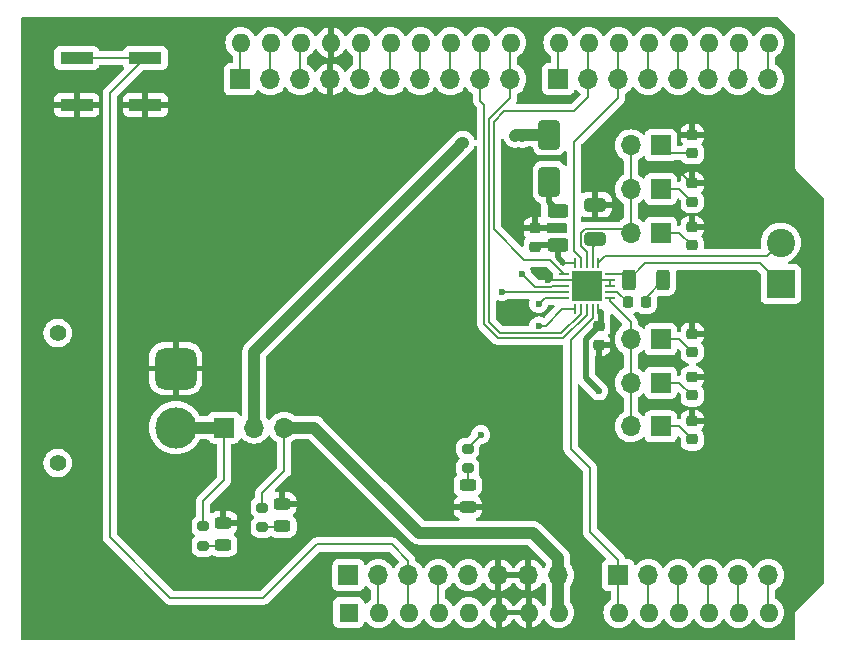
<source format=gbr>
%TF.GenerationSoftware,KiCad,Pcbnew,8.0.6*%
%TF.CreationDate,2024-12-12T11:47:03+01:00*%
%TF.ProjectId,TUSS4470_shield,54555353-3434-4373-905f-736869656c64,rev?*%
%TF.SameCoordinates,Original*%
%TF.FileFunction,Copper,L1,Top*%
%TF.FilePolarity,Positive*%
%FSLAX46Y46*%
G04 Gerber Fmt 4.6, Leading zero omitted, Abs format (unit mm)*
G04 Created by KiCad (PCBNEW 8.0.6) date 2024-12-12 11:47:03*
%MOMM*%
%LPD*%
G01*
G04 APERTURE LIST*
G04 Aperture macros list*
%AMRoundRect*
0 Rectangle with rounded corners*
0 $1 Rounding radius*
0 $2 $3 $4 $5 $6 $7 $8 $9 X,Y pos of 4 corners*
0 Add a 4 corners polygon primitive as box body*
4,1,4,$2,$3,$4,$5,$6,$7,$8,$9,$2,$3,0*
0 Add four circle primitives for the rounded corners*
1,1,$1+$1,$2,$3*
1,1,$1+$1,$4,$5*
1,1,$1+$1,$6,$7*
1,1,$1+$1,$8,$9*
0 Add four rect primitives between the rounded corners*
20,1,$1+$1,$2,$3,$4,$5,0*
20,1,$1+$1,$4,$5,$6,$7,0*
20,1,$1+$1,$6,$7,$8,$9,0*
20,1,$1+$1,$8,$9,$2,$3,0*%
G04 Aperture macros list end*
%TA.AperFunction,SMDPad,CuDef*%
%ADD10RoundRect,0.250000X0.312500X0.625000X-0.312500X0.625000X-0.312500X-0.625000X0.312500X-0.625000X0*%
%TD*%
%TA.AperFunction,SMDPad,CuDef*%
%ADD11RoundRect,0.243750X0.456250X-0.243750X0.456250X0.243750X-0.456250X0.243750X-0.456250X-0.243750X0*%
%TD*%
%TA.AperFunction,ComponentPad*%
%ADD12R,2.400000X2.400000*%
%TD*%
%TA.AperFunction,ComponentPad*%
%ADD13C,2.400000*%
%TD*%
%TA.AperFunction,SMDPad,CuDef*%
%ADD14RoundRect,0.062500X-0.350000X-0.062500X0.350000X-0.062500X0.350000X0.062500X-0.350000X0.062500X0*%
%TD*%
%TA.AperFunction,SMDPad,CuDef*%
%ADD15RoundRect,0.062500X-0.062500X-0.350000X0.062500X-0.350000X0.062500X0.350000X-0.062500X0.350000X0*%
%TD*%
%TA.AperFunction,HeatsinkPad*%
%ADD16C,0.500000*%
%TD*%
%TA.AperFunction,HeatsinkPad*%
%ADD17R,2.500000X2.500000*%
%TD*%
%TA.AperFunction,SMDPad,CuDef*%
%ADD18RoundRect,0.250000X0.650000X-1.000000X0.650000X1.000000X-0.650000X1.000000X-0.650000X-1.000000X0*%
%TD*%
%TA.AperFunction,SMDPad,CuDef*%
%ADD19RoundRect,0.225000X0.225000X0.250000X-0.225000X0.250000X-0.225000X-0.250000X0.225000X-0.250000X0*%
%TD*%
%TA.AperFunction,ComponentPad*%
%ADD20R,1.700000X1.700000*%
%TD*%
%TA.AperFunction,ComponentPad*%
%ADD21O,1.700000X1.700000*%
%TD*%
%TA.AperFunction,SMDPad,CuDef*%
%ADD22RoundRect,0.225000X0.250000X-0.225000X0.250000X0.225000X-0.250000X0.225000X-0.250000X-0.225000X0*%
%TD*%
%TA.AperFunction,ComponentPad*%
%ADD23C,1.400000*%
%TD*%
%TA.AperFunction,ComponentPad*%
%ADD24RoundRect,0.770000X0.980000X-0.980000X0.980000X0.980000X-0.980000X0.980000X-0.980000X-0.980000X0*%
%TD*%
%TA.AperFunction,ComponentPad*%
%ADD25C,3.500000*%
%TD*%
%TA.AperFunction,SMDPad,CuDef*%
%ADD26RoundRect,0.243750X-0.456250X0.243750X-0.456250X-0.243750X0.456250X-0.243750X0.456250X0.243750X0*%
%TD*%
%TA.AperFunction,SMDPad,CuDef*%
%ADD27RoundRect,0.200000X0.275000X-0.200000X0.275000X0.200000X-0.275000X0.200000X-0.275000X-0.200000X0*%
%TD*%
%TA.AperFunction,SMDPad,CuDef*%
%ADD28RoundRect,0.250000X0.650000X-0.325000X0.650000X0.325000X-0.650000X0.325000X-0.650000X-0.325000X0*%
%TD*%
%TA.AperFunction,SMDPad,CuDef*%
%ADD29RoundRect,0.250000X0.625000X-0.312500X0.625000X0.312500X-0.625000X0.312500X-0.625000X-0.312500X0*%
%TD*%
%TA.AperFunction,SMDPad,CuDef*%
%ADD30R,2.800000X1.000000*%
%TD*%
%TA.AperFunction,ComponentPad*%
%ADD31R,1.600000X1.600000*%
%TD*%
%TA.AperFunction,ComponentPad*%
%ADD32O,1.600000X1.600000*%
%TD*%
%TA.AperFunction,ViaPad*%
%ADD33C,0.600000*%
%TD*%
%TA.AperFunction,Conductor*%
%ADD34C,0.200000*%
%TD*%
%TA.AperFunction,Conductor*%
%ADD35C,1.000000*%
%TD*%
%TA.AperFunction,Conductor*%
%ADD36C,0.500000*%
%TD*%
G04 APERTURE END LIST*
D10*
%TO.P,R2,1*%
%TO.N,Net-(C5-Pad1)*%
X118962500Y-57000000D03*
%TO.P,R2,2*%
%TO.N,Net-(J2-Pin_1)*%
X116037500Y-57000000D03*
%TD*%
D11*
%TO.P,D2,1,K*%
%TO.N,GND*%
X102400000Y-76237500D03*
%TO.P,D2,2,A*%
%TO.N,Net-(D2-A)*%
X102400000Y-74362500D03*
%TD*%
D12*
%TO.P,J2,1,Pin_1*%
%TO.N,Net-(J2-Pin_1)*%
X128900000Y-57350000D03*
D13*
%TO.P,J2,2,Pin_2*%
%TO.N,Net-(J2-Pin_2)*%
X128900000Y-53850000D03*
%TD*%
D14*
%TO.P,U1,1,OUT3*%
%TO.N,OUT_3*%
X110525000Y-56500000D03*
%TO.P,U1,2,DGND*%
%TO.N,GND*%
X110525000Y-57000000D03*
%TO.P,U1,3,NCS*%
%TO.N,NCS*%
X110525000Y-57500000D03*
%TO.P,U1,4,SCLK*%
%TO.N,SCLK*%
X110525000Y-58000000D03*
%TO.P,U1,5,SDI*%
%TO.N,SDI*%
X110525000Y-58500000D03*
D15*
%TO.P,U1,6,SDO*%
%TO.N,SDO*%
X111462500Y-59437500D03*
%TO.P,U1,7,IO1*%
%TO.N,IO_1*%
X111962500Y-59437500D03*
%TO.P,U1,8,IO2*%
%TO.N,IO_2*%
X112462500Y-59437500D03*
%TO.P,U1,9,VOUT*%
%TO.N,ADC*%
X112962500Y-59437500D03*
%TO.P,U1,10,VDD*%
%TO.N,+5V*%
X113462500Y-59437500D03*
D14*
%TO.P,U1,11,INN*%
%TO.N,Net-(JP2-B)*%
X114400000Y-58500000D03*
%TO.P,U1,12,INP*%
%TO.N,Net-(U1-INP)*%
X114400000Y-58000000D03*
%TO.P,U1,13,SGND*%
%TO.N,GND*%
X114400000Y-57500000D03*
%TO.P,U1,14,GND*%
X114400000Y-57000000D03*
%TO.P,U1,15,OUTA*%
%TO.N,Net-(J2-Pin_1)*%
X114400000Y-56500000D03*
D15*
%TO.P,U1,16,OUTB*%
%TO.N,Net-(J2-Pin_2)*%
X113462500Y-55562500D03*
%TO.P,U1,17,VDRV*%
%TO.N,Net-(U1-VDRV)*%
X112962500Y-55562500D03*
%TO.P,U1,18,FLT*%
%TO.N,Net-(JP1-B)*%
X112462500Y-55562500D03*
%TO.P,U1,19,OUT4*%
%TO.N,OUT_4*%
X111962500Y-55562500D03*
%TO.P,U1,20,VPWR*%
%TO.N,Net-(U1-VPWR)*%
X111462500Y-55562500D03*
D16*
%TO.P,U1,21,EXP*%
%TO.N,GND*%
X111462500Y-56500000D03*
X111462500Y-58500000D03*
D17*
X112462500Y-57500000D03*
D16*
X113462500Y-56500000D03*
X113462500Y-58500000D03*
%TD*%
D18*
%TO.P,D1,1,K*%
%TO.N,Net-(D1-K)*%
X109300000Y-48700000D03*
%TO.P,D1,2,A*%
%TO.N,VCC*%
X109300000Y-44700000D03*
%TD*%
D19*
%TO.P,C5,1*%
%TO.N,Net-(C5-Pad1)*%
X117475000Y-58900000D03*
%TO.P,C5,2*%
%TO.N,Net-(U1-INP)*%
X115925000Y-58900000D03*
%TD*%
D20*
%TO.P,JP2,1,A*%
%TO.N,Net-(JP2-A)*%
X118740000Y-65700000D03*
D21*
%TO.P,JP2,2,B*%
%TO.N,Net-(JP2-B)*%
X116200000Y-65700000D03*
%TD*%
D20*
%TO.P,JP3,1,A*%
%TO.N,Net-(JP3-A)*%
X118740000Y-49300000D03*
D21*
%TO.P,JP3,2,B*%
%TO.N,Net-(JP1-B)*%
X116200000Y-49300000D03*
%TD*%
D22*
%TO.P,C2,1*%
%TO.N,Net-(JP2-A)*%
X121400000Y-66775000D03*
%TO.P,C2,2*%
%TO.N,GND*%
X121400000Y-65225000D03*
%TD*%
%TO.P,C8,1*%
%TO.N,GND*%
X113500000Y-62475000D03*
%TO.P,C8,2*%
%TO.N,+5V*%
X113500000Y-60925000D03*
%TD*%
D20*
%TO.P,J6,1,Pin_1*%
%TO.N,ADC*%
X115143426Y-82000000D03*
D21*
%TO.P,J6,2,Pin_2*%
%TO.N,Net-(A1-A1)*%
X117683426Y-82000000D03*
%TO.P,J6,3,Pin_3*%
%TO.N,Net-(A1-A2)*%
X120223426Y-82000000D03*
%TO.P,J6,4,Pin_4*%
%TO.N,Net-(A1-A3)*%
X122763426Y-82000000D03*
%TO.P,J6,5,Pin_5*%
%TO.N,Net-(J6-Pin_5)*%
X125303426Y-82000000D03*
%TO.P,J6,6,Pin_6*%
%TO.N,Net-(J6-Pin_6)*%
X127843426Y-82000000D03*
%TD*%
D23*
%TO.P,J1,*%
%TO.N,*%
X67675000Y-72500000D03*
X67675000Y-61500000D03*
D24*
%TO.P,J1,1,Pin_1*%
%TO.N,GND*%
X77675000Y-64500000D03*
D25*
%TO.P,J1,2,Pin_2*%
%TO.N,Net-(J1-Pin_2)*%
X77675000Y-69500000D03*
%TD*%
D26*
%TO.P,D3,1,K*%
%TO.N,GND*%
X86700000Y-75962500D03*
%TO.P,D3,2,A*%
%TO.N,Net-(D3-A)*%
X86700000Y-77837500D03*
%TD*%
%TO.P,D4,1,K*%
%TO.N,GND*%
X81700000Y-77562500D03*
%TO.P,D4,2,A*%
%TO.N,Net-(D4-A)*%
X81700000Y-79437500D03*
%TD*%
D27*
%TO.P,R3,1*%
%TO.N,Net-(D2-A)*%
X102400000Y-72925000D03*
%TO.P,R3,2*%
%TO.N,+5V*%
X102400000Y-71275000D03*
%TD*%
D28*
%TO.P,C6,1*%
%TO.N,Net-(U1-VDRV)*%
X113200000Y-53575000D03*
%TO.P,C6,2*%
%TO.N,GND*%
X113200000Y-50625000D03*
%TD*%
D22*
%TO.P,C10,1*%
%TO.N,Net-(JP6-A)*%
X121400000Y-63100000D03*
%TO.P,C10,2*%
%TO.N,GND*%
X121400000Y-61550000D03*
%TD*%
%TO.P,C9,1*%
%TO.N,Net-(JP5-A)*%
X121400000Y-54075000D03*
%TO.P,C9,2*%
%TO.N,GND*%
X121400000Y-52525000D03*
%TD*%
D20*
%TO.P,JP4,1,A*%
%TO.N,Net-(JP4-A)*%
X118740000Y-69400000D03*
D21*
%TO.P,JP4,2,B*%
%TO.N,Net-(JP2-B)*%
X116200000Y-69400000D03*
%TD*%
D22*
%TO.P,C1,1*%
%TO.N,Net-(JP1-A)*%
X121400000Y-46275000D03*
%TO.P,C1,2*%
%TO.N,GND*%
X121400000Y-44725000D03*
%TD*%
D27*
%TO.P,R4,1*%
%TO.N,Net-(D3-A)*%
X85000000Y-77925000D03*
%TO.P,R4,2*%
%TO.N,Net-(A1-VIN)*%
X85000000Y-76275000D03*
%TD*%
D29*
%TO.P,R1,1*%
%TO.N,Net-(U1-VPWR)*%
X110000000Y-54062500D03*
%TO.P,R1,2*%
%TO.N,Net-(D1-K)*%
X110000000Y-51137500D03*
%TD*%
D27*
%TO.P,R5,1*%
%TO.N,Net-(D4-A)*%
X80000000Y-79525000D03*
%TO.P,R5,2*%
%TO.N,Net-(J1-Pin_2)*%
X80000000Y-77875000D03*
%TD*%
D22*
%TO.P,C3,1*%
%TO.N,Net-(JP3-A)*%
X121400000Y-50375000D03*
%TO.P,C3,2*%
%TO.N,GND*%
X121400000Y-48825000D03*
%TD*%
D20*
%TO.P,J7,1,Pin_1*%
%TO.N,unconnected-(J7-Pin_1-Pad1)*%
X92292675Y-81999189D03*
D21*
%TO.P,J7,2,Pin_2*%
%TO.N,UREF*%
X94832675Y-81999189D03*
%TO.P,J7,3,Pin_3*%
%TO.N,RESET*%
X97372675Y-81999189D03*
%TO.P,J7,4,Pin_4*%
%TO.N,+3.3V*%
X99912675Y-81999189D03*
%TO.P,J7,5,Pin_5*%
%TO.N,+5V*%
X102452675Y-81999189D03*
%TO.P,J7,6,Pin_6*%
%TO.N,GND*%
X104992675Y-81999189D03*
%TO.P,J7,7,Pin_7*%
X107532675Y-81999189D03*
%TO.P,J7,8,Pin_8*%
%TO.N,Net-(A1-VIN)*%
X110072675Y-81999189D03*
%TD*%
D20*
%TO.P,J5,1,Pin_1*%
%TO.N,Net-(A1-D7)*%
X110062821Y-40000000D03*
D21*
%TO.P,J5,2,Pin_2*%
%TO.N,OUT_3*%
X112602821Y-40000000D03*
%TO.P,J5,3,Pin_3*%
%TO.N,OUT_4*%
X115142821Y-40000000D03*
%TO.P,J5,4,Pin_4*%
%TO.N,Net-(A1-D4)*%
X117682821Y-40000000D03*
%TO.P,J5,5,Pin_5*%
%TO.N,Net-(A1-D3)*%
X120222821Y-40000000D03*
%TO.P,J5,6,Pin_6*%
%TO.N,Net-(A1-D2)*%
X122762821Y-40000000D03*
%TO.P,J5,7,Pin_7*%
%TO.N,Net-(A1-D1{slash}TX)*%
X125302821Y-40000000D03*
%TO.P,J5,8,Pin_8*%
%TO.N,Net-(A1-D0{slash}RX)*%
X127842821Y-40000000D03*
%TD*%
D20*
%TO.P,J3,1,Pin_1*%
%TO.N,Net-(J3-Pin_1)*%
X83137057Y-40008896D03*
D21*
%TO.P,J3,2,Pin_2*%
%TO.N,Net-(J3-Pin_2)*%
X85677057Y-40008896D03*
%TO.P,J3,3,Pin_3*%
%TO.N,Net-(A1-AREF)*%
X88217057Y-40008896D03*
%TO.P,J3,4,Pin_4*%
%TO.N,GND*%
X90757057Y-40008896D03*
%TO.P,J3,5,Pin_5*%
%TO.N,SCLK*%
X93297057Y-40008896D03*
%TO.P,J3,6,Pin_6*%
%TO.N,SDO*%
X95837057Y-40008896D03*
%TO.P,J3,7,Pin_7*%
%TO.N,SDI*%
X98377057Y-40008896D03*
%TO.P,J3,8,Pin_8*%
%TO.N,NCS*%
X100917057Y-40008896D03*
%TO.P,J3,9,Pin_9*%
%TO.N,IO_2*%
X103457057Y-40008896D03*
%TO.P,J3,10,Pin_10*%
%TO.N,IO_1*%
X105997057Y-40008896D03*
%TD*%
D22*
%TO.P,C7,1*%
%TO.N,Net-(U1-VPWR)*%
X108100000Y-54175000D03*
%TO.P,C7,2*%
%TO.N,GND*%
X108100000Y-52625000D03*
%TD*%
D30*
%TO.P,SW1,1,1*%
%TO.N,RESET*%
X69300000Y-38200000D03*
X75100000Y-38200000D03*
%TO.P,SW1,2,2*%
%TO.N,GND*%
X69300000Y-42200000D03*
X75100000Y-42200000D03*
%TD*%
D20*
%TO.P,J4,1,Pin_1*%
%TO.N,Net-(J1-Pin_2)*%
X81775000Y-69500000D03*
D21*
%TO.P,J4,2,Pin_2*%
%TO.N,VCC*%
X84315000Y-69500000D03*
%TO.P,J4,3,Pin_3*%
%TO.N,Net-(A1-VIN)*%
X86855000Y-69500000D03*
%TD*%
D22*
%TO.P,C4,1*%
%TO.N,Net-(JP4-A)*%
X121400000Y-70500000D03*
%TO.P,C4,2*%
%TO.N,GND*%
X121400000Y-68950000D03*
%TD*%
D20*
%TO.P,JP5,1,A*%
%TO.N,Net-(JP5-A)*%
X118740000Y-53000000D03*
D21*
%TO.P,JP5,2,B*%
%TO.N,Net-(JP1-B)*%
X116200000Y-53000000D03*
%TD*%
D20*
%TO.P,JP1,1,A*%
%TO.N,Net-(JP1-A)*%
X118740000Y-45600000D03*
D21*
%TO.P,JP1,2,B*%
%TO.N,Net-(JP1-B)*%
X116200000Y-45600000D03*
%TD*%
D20*
%TO.P,JP6,1,A*%
%TO.N,Net-(JP6-A)*%
X118740000Y-62025000D03*
D21*
%TO.P,JP6,2,B*%
%TO.N,Net-(JP2-B)*%
X116200000Y-62025000D03*
%TD*%
D31*
%TO.P,A1,1,NC*%
%TO.N,unconnected-(A1-NC-Pad1)*%
X92320000Y-85160000D03*
D32*
%TO.P,A1,2,IOREF*%
%TO.N,UREF*%
X94860000Y-85160000D03*
%TO.P,A1,3,~{RESET}*%
%TO.N,RESET*%
X97400000Y-85160000D03*
%TO.P,A1,4,3V3*%
%TO.N,+3.3V*%
X99940000Y-85160000D03*
%TO.P,A1,5,+5V*%
%TO.N,+5V*%
X102480000Y-85160000D03*
%TO.P,A1,6,GND*%
%TO.N,GND*%
X105020000Y-85160000D03*
%TO.P,A1,7,GND*%
X107560000Y-85160000D03*
%TO.P,A1,8,VIN*%
%TO.N,Net-(A1-VIN)*%
X110100000Y-85160000D03*
%TO.P,A1,9,A0*%
%TO.N,ADC*%
X115180000Y-85160000D03*
%TO.P,A1,10,A1*%
%TO.N,Net-(A1-A1)*%
X117720000Y-85160000D03*
%TO.P,A1,11,A2*%
%TO.N,Net-(A1-A2)*%
X120260000Y-85160000D03*
%TO.P,A1,12,A3*%
%TO.N,Net-(A1-A3)*%
X122800000Y-85160000D03*
%TO.P,A1,13,SDA/A4*%
%TO.N,Net-(J6-Pin_5)*%
X125340000Y-85160000D03*
%TO.P,A1,14,SCL/A5*%
%TO.N,Net-(J6-Pin_6)*%
X127880000Y-85160000D03*
%TO.P,A1,15,D0/RX*%
%TO.N,Net-(A1-D0{slash}RX)*%
X127880000Y-36900000D03*
%TO.P,A1,16,D1/TX*%
%TO.N,Net-(A1-D1{slash}TX)*%
X125340000Y-36900000D03*
%TO.P,A1,17,D2*%
%TO.N,Net-(A1-D2)*%
X122800000Y-36900000D03*
%TO.P,A1,18,D3*%
%TO.N,Net-(A1-D3)*%
X120260000Y-36900000D03*
%TO.P,A1,19,D4*%
%TO.N,Net-(A1-D4)*%
X117720000Y-36900000D03*
%TO.P,A1,20,D5*%
%TO.N,OUT_4*%
X115180000Y-36900000D03*
%TO.P,A1,21,D6*%
%TO.N,OUT_3*%
X112640000Y-36900000D03*
%TO.P,A1,22,D7*%
%TO.N,Net-(A1-D7)*%
X110100000Y-36900000D03*
%TO.P,A1,23,D8*%
%TO.N,IO_1*%
X106040000Y-36900000D03*
%TO.P,A1,24,D9*%
%TO.N,IO_2*%
X103500000Y-36900000D03*
%TO.P,A1,25,D10*%
%TO.N,NCS*%
X100960000Y-36900000D03*
%TO.P,A1,26,D11*%
%TO.N,SDI*%
X98420000Y-36900000D03*
%TO.P,A1,27,D12*%
%TO.N,SDO*%
X95880000Y-36900000D03*
%TO.P,A1,28,D13*%
%TO.N,SCLK*%
X93340000Y-36900000D03*
%TO.P,A1,29,GND*%
%TO.N,GND*%
X90800000Y-36900000D03*
%TO.P,A1,30,AREF*%
%TO.N,Net-(A1-AREF)*%
X88260000Y-36900000D03*
%TO.P,A1,31,SDA/A4*%
%TO.N,Net-(J3-Pin_2)*%
X85720000Y-36900000D03*
%TO.P,A1,32,SCL/A5*%
%TO.N,Net-(J3-Pin_1)*%
X83180000Y-36900000D03*
%TD*%
D33*
%TO.N,GND*%
X122750000Y-44650000D03*
X122600000Y-48800000D03*
X108500000Y-56300000D03*
X109300000Y-68800000D03*
X85000000Y-79800000D03*
X124400000Y-53900000D03*
X131800000Y-57400000D03*
X118100000Y-67500000D03*
X96400000Y-48200000D03*
X98000000Y-52100000D03*
X74200000Y-63700000D03*
X115000000Y-63900000D03*
X116200000Y-43000000D03*
X82200000Y-66100000D03*
X122900000Y-72300000D03*
X95300000Y-55100000D03*
X128900000Y-75800000D03*
X102600000Y-51300000D03*
X121100000Y-57300000D03*
X108700000Y-66000000D03*
X130400000Y-72300000D03*
X87800000Y-55900000D03*
X81400000Y-85900000D03*
X104300000Y-66800000D03*
X104800000Y-64000000D03*
X110600000Y-77100000D03*
X124200000Y-74000000D03*
X123900000Y-75800000D03*
X122750000Y-52450000D03*
X77900000Y-60600000D03*
X106700000Y-53200000D03*
X126400000Y-75800000D03*
X110500000Y-46700000D03*
X128900000Y-72300000D03*
X128200000Y-74000000D03*
X121500000Y-59900000D03*
X130400000Y-75800000D03*
X74400000Y-70100000D03*
X125700000Y-74000000D03*
X126600000Y-53900000D03*
X104300000Y-72600000D03*
X114800000Y-60400000D03*
X124300000Y-56800000D03*
X83800000Y-60100000D03*
X84500000Y-73800000D03*
X109200000Y-57000000D03*
X70600000Y-83100000D03*
X123200000Y-74000000D03*
X125400000Y-75800000D03*
X86400000Y-64000000D03*
X131700000Y-53900000D03*
X106000000Y-49800000D03*
X106800000Y-69300000D03*
X106100000Y-46600000D03*
X101100000Y-69300000D03*
X91400000Y-78200000D03*
X108100000Y-51400000D03*
X104000000Y-77100000D03*
X127900000Y-72300000D03*
X100300000Y-44300000D03*
X130700000Y-74000000D03*
X112800000Y-45500000D03*
X81400000Y-64200000D03*
X113200000Y-48800000D03*
X114900000Y-77300000D03*
X88000000Y-84500000D03*
X93200000Y-51000000D03*
X109800000Y-63100000D03*
X73600000Y-78400000D03*
X113800000Y-68300000D03*
X131400000Y-75800000D03*
X117800000Y-47500000D03*
X102700000Y-47000000D03*
X113700000Y-63900000D03*
X131400000Y-72300000D03*
X126700000Y-56900000D03*
X122700000Y-64200000D03*
X118100000Y-63800000D03*
X122900000Y-75800000D03*
X126700000Y-74000000D03*
X114700000Y-74300000D03*
X112600000Y-69900000D03*
X89800000Y-75900000D03*
X123900000Y-72300000D03*
X67000000Y-79400000D03*
X129200000Y-74000000D03*
X125400000Y-72300000D03*
X105800000Y-60300000D03*
X91000000Y-59200000D03*
X110800000Y-73900000D03*
X102400000Y-56400000D03*
X86700000Y-67200000D03*
X108000000Y-37600000D03*
X126400000Y-72300000D03*
X100800000Y-49400000D03*
X117800000Y-51100000D03*
X127900000Y-75800000D03*
X102300000Y-43100000D03*
X122700000Y-67900000D03*
X108100000Y-41200000D03*
X100300000Y-73200000D03*
X131700000Y-74000000D03*
X102100000Y-60800000D03*
%TO.N,NCS*%
X107000000Y-56500000D03*
%TO.N,SDO*%
X108400000Y-60900000D03*
%TO.N,SCLK*%
X105300000Y-58000000D03*
%TO.N,+5V*%
X103500000Y-70100000D03*
X113500000Y-66400000D03*
%TO.N,SDI*%
X108400000Y-59000000D03*
%TO.N,VCC*%
X106400000Y-44800000D03*
X101492893Y-45892893D03*
X101942893Y-45442893D03*
X107000000Y-44800000D03*
%TD*%
D34*
%TO.N,Net-(JP1-A)*%
X121400000Y-46275000D02*
X119415000Y-46275000D01*
X119415000Y-46275000D02*
X118740000Y-45600000D01*
%TO.N,GND*%
X121400000Y-48825000D02*
X121325000Y-48825000D01*
X121325000Y-48825000D02*
X120150000Y-47650000D01*
%TO.N,Net-(JP3-A)*%
X118740000Y-49300000D02*
X120325000Y-49300000D01*
X120325000Y-49300000D02*
X121400000Y-50375000D01*
%TO.N,Net-(J2-Pin_1)*%
X128900000Y-57350000D02*
X127150000Y-55600000D01*
X115537500Y-56500000D02*
X116037500Y-57000000D01*
X117437500Y-55600000D02*
X116037500Y-57000000D01*
X127150000Y-55600000D02*
X117437500Y-55600000D01*
X114400000Y-56500000D02*
X115537500Y-56500000D01*
%TO.N,Net-(J2-Pin_2)*%
X128900000Y-53850000D02*
X127750000Y-55000000D01*
X114025000Y-55000000D02*
X113462500Y-55562500D01*
X127750000Y-55000000D02*
X114025000Y-55000000D01*
%TO.N,GND*%
X90760000Y-40005953D02*
X90757057Y-40008896D01*
X114400000Y-57000000D02*
X114400000Y-57500000D01*
X107532675Y-85247325D02*
X107520000Y-85260000D01*
X110525000Y-57000000D02*
X111962500Y-57000000D01*
X114400000Y-57000000D02*
X113962500Y-57000000D01*
X111962500Y-57000000D02*
X112462500Y-57500000D01*
X114400000Y-57000000D02*
X112962500Y-57000000D01*
X113462500Y-58500000D02*
X111462500Y-58500000D01*
X104992675Y-85247325D02*
X104980000Y-85260000D01*
X112962500Y-57000000D02*
X112462500Y-57500000D01*
X111462500Y-58500000D02*
X111462500Y-56500000D01*
X113200000Y-50625000D02*
X113200000Y-48800000D01*
X110525000Y-57000000D02*
X109200000Y-57000000D01*
X104992675Y-81999189D02*
X104992675Y-85247325D01*
X113462500Y-56500000D02*
X113462500Y-58500000D01*
X107532675Y-81999189D02*
X107532675Y-85247325D01*
X90760000Y-37000000D02*
X90760000Y-40005953D01*
X111462500Y-56500000D02*
X113462500Y-56500000D01*
%TO.N,NCS*%
X110525000Y-57500000D02*
X109548529Y-57500000D01*
X100920000Y-40005953D02*
X100917057Y-40008896D01*
X109548529Y-57500000D02*
X109448529Y-57600000D01*
X108100000Y-57600000D02*
X107000000Y-56500000D01*
X100920000Y-37000000D02*
X100920000Y-40005953D01*
X109448529Y-57600000D02*
X108100000Y-57600000D01*
%TO.N,OUT_4*%
X115140000Y-37000000D02*
X115140000Y-39997179D01*
X115142821Y-41557179D02*
X115142821Y-40000000D01*
X111962500Y-55562500D02*
X111962500Y-55135614D01*
X111400000Y-54573114D02*
X111400000Y-45300000D01*
X111962500Y-55135614D02*
X111400000Y-54573114D01*
X115140000Y-39997179D02*
X115142821Y-40000000D01*
X111400000Y-45300000D02*
X115142821Y-41557179D01*
%TO.N,ADC*%
X112962500Y-60238804D02*
X111100000Y-62101304D01*
X115143426Y-80718426D02*
X112725000Y-78300000D01*
X112725000Y-72900000D02*
X112725000Y-78300000D01*
X115143426Y-85256574D02*
X115140000Y-85260000D01*
X115143426Y-82000000D02*
X115143426Y-85256574D01*
X112962500Y-59437500D02*
X112962500Y-60238804D01*
X111100000Y-62101304D02*
X111100000Y-71275000D01*
X111100000Y-71275000D02*
X112725000Y-72900000D01*
X115143426Y-82000000D02*
X115143426Y-80718426D01*
%TO.N,IO_2*%
X103800000Y-39640000D02*
X103460000Y-39300000D01*
X103800000Y-60765686D02*
X103800000Y-42200000D01*
X103457057Y-41857057D02*
X103800000Y-42200000D01*
X103460000Y-37000000D02*
X103460000Y-40005953D01*
X104934314Y-61900000D02*
X103800000Y-60765686D01*
X103460000Y-40005953D02*
X103457057Y-40008896D01*
X112462500Y-59930072D02*
X110492572Y-61900000D01*
X110492572Y-61900000D02*
X104934314Y-61900000D01*
X103457057Y-40008896D02*
X103457057Y-41857057D01*
X112462500Y-59437500D02*
X112462500Y-59930072D01*
D35*
%TO.N,Net-(A1-VIN)*%
X98300000Y-78400000D02*
X89400000Y-69500000D01*
X89400000Y-69500000D02*
X86855000Y-69500000D01*
X110060000Y-85260000D02*
X110060000Y-83060000D01*
X110072675Y-81999189D02*
X110072675Y-80572675D01*
D34*
X85000000Y-76275000D02*
X85000000Y-75000000D01*
D35*
X107900000Y-78400000D02*
X98300000Y-78400000D01*
X110060000Y-85260000D02*
X110060000Y-82011864D01*
D34*
X85000000Y-75000000D02*
X86855000Y-73145000D01*
X86855000Y-73145000D02*
X86855000Y-69500000D01*
D35*
X110072675Y-80572675D02*
X107900000Y-78400000D01*
X110060000Y-82011864D02*
X110072675Y-81999189D01*
D34*
%TO.N,OUT_3*%
X109325000Y-55300000D02*
X110525000Y-56500000D01*
X104600000Y-43600000D02*
X104600000Y-52700000D01*
X112602821Y-41497179D02*
X111400000Y-42700000D01*
X111400000Y-42700000D02*
X105500000Y-42700000D01*
X105500000Y-42700000D02*
X104600000Y-43600000D01*
X107200000Y-55300000D02*
X109325000Y-55300000D01*
X112600000Y-37000000D02*
X112600000Y-39997179D01*
X112600000Y-39997179D02*
X112602821Y-40000000D01*
X104600000Y-52700000D02*
X107200000Y-55300000D01*
X112602821Y-40000000D02*
X112602821Y-41497179D01*
%TO.N,SDO*%
X95840000Y-40005953D02*
X95837057Y-40008896D01*
X111262500Y-59437500D02*
X111462500Y-59437500D01*
X95840000Y-37000000D02*
X95840000Y-40005953D01*
X108400000Y-60900000D02*
X109000000Y-60900000D01*
X109000000Y-60900000D02*
X110400000Y-59500000D01*
X111200000Y-59500000D02*
X111262500Y-59437500D01*
X110400000Y-59500000D02*
X111200000Y-59500000D01*
%TO.N,SCLK*%
X93300000Y-37000000D02*
X93300000Y-40005953D01*
X93300000Y-40005953D02*
X93297057Y-40008896D01*
X110525000Y-58000000D02*
X105300000Y-58000000D01*
%TO.N,IO_1*%
X110326886Y-61500000D02*
X111962500Y-59864386D01*
X104200000Y-43400000D02*
X104200000Y-60600000D01*
X105100000Y-61500000D02*
X110326886Y-61500000D01*
X106000000Y-40005953D02*
X105997057Y-40008896D01*
X104200000Y-60600000D02*
X105100000Y-61500000D01*
X104200000Y-43400000D02*
X105997057Y-41602943D01*
X106000000Y-37000000D02*
X106000000Y-40005953D01*
X111962500Y-59864386D02*
X111962500Y-59437500D01*
X105997057Y-41602943D02*
X105997057Y-40008896D01*
%TO.N,+5V*%
X102400000Y-71200000D02*
X103500000Y-70100000D01*
D36*
X113700000Y-60725000D02*
X113700000Y-59675000D01*
X113500000Y-60925000D02*
X113700000Y-60725000D01*
X112400000Y-65300000D02*
X112400000Y-62025000D01*
D34*
X102400000Y-71275000D02*
X102400000Y-71200000D01*
X113462500Y-59437500D02*
X113700000Y-59675000D01*
D36*
X112400000Y-62025000D02*
X113500000Y-60925000D01*
X113500000Y-66400000D02*
X112400000Y-65300000D01*
D34*
%TO.N,SDI*%
X110525000Y-58500000D02*
X108900000Y-58500000D01*
X108900000Y-58500000D02*
X108400000Y-59000000D01*
X98380000Y-37000000D02*
X98380000Y-40005953D01*
X98380000Y-40005953D02*
X98377057Y-40008896D01*
%TO.N,Net-(JP2-A)*%
X118740000Y-65700000D02*
X120325000Y-65700000D01*
X120325000Y-65700000D02*
X121400000Y-66775000D01*
%TO.N,Net-(JP4-A)*%
X118740000Y-69400000D02*
X120300000Y-69400000D01*
X120300000Y-69400000D02*
X121400000Y-70500000D01*
%TO.N,Net-(C5-Pad1)*%
X117475000Y-58487500D02*
X118962500Y-57000000D01*
X117475000Y-58900000D02*
X117475000Y-58487500D01*
%TO.N,Net-(U1-INP)*%
X115025000Y-58000000D02*
X114400000Y-58000000D01*
X115925000Y-58900000D02*
X115025000Y-58000000D01*
%TO.N,Net-(U1-VDRV)*%
X112962500Y-54212500D02*
X113200000Y-53975000D01*
X112962500Y-55562500D02*
X112962500Y-54212500D01*
D36*
%TO.N,Net-(U1-VPWR)*%
X110000000Y-54062500D02*
X108212500Y-54062500D01*
X110000000Y-54062500D02*
X110000000Y-55100000D01*
X108212500Y-54062500D02*
X108100000Y-54175000D01*
X110000000Y-55100000D02*
X110462500Y-55562500D01*
D34*
X111462500Y-55562500D02*
X110462500Y-55562500D01*
%TO.N,Net-(JP5-A)*%
X118740000Y-53000000D02*
X120325000Y-53000000D01*
X120325000Y-53000000D02*
X121400000Y-54075000D01*
%TO.N,Net-(JP6-A)*%
X120325000Y-62025000D02*
X121400000Y-63100000D01*
X118740000Y-62025000D02*
X120325000Y-62025000D01*
D36*
%TO.N,Net-(D1-K)*%
X109300000Y-50437500D02*
X110000000Y-51137500D01*
X109300000Y-48700000D02*
X109300000Y-50437500D01*
D34*
X109600000Y-50737500D02*
X110000000Y-51137500D01*
D35*
%TO.N,VCC*%
X84315000Y-64700000D02*
X84315000Y-63070786D01*
X107100000Y-44700000D02*
X107000000Y-44800000D01*
X84315000Y-64700000D02*
X84315000Y-69500000D01*
X106500000Y-44700000D02*
X106400000Y-44800000D01*
X84315000Y-63070786D02*
X101492893Y-45892893D01*
X109300000Y-44700000D02*
X106500000Y-44700000D01*
X109300000Y-44700000D02*
X107100000Y-44700000D01*
X101492893Y-45892893D02*
X101942893Y-45442893D01*
X101942893Y-45442893D02*
X102000000Y-45385786D01*
D34*
%TO.N,Net-(J1-Pin_2)*%
X81100000Y-74600000D02*
X81775000Y-73925000D01*
X81775000Y-73925000D02*
X81775000Y-69500000D01*
X81100000Y-74600000D02*
X80000000Y-75700000D01*
D35*
X77675000Y-69500000D02*
X81775000Y-69500000D01*
D34*
X80000000Y-75700000D02*
X80000000Y-77875000D01*
%TO.N,Net-(JP1-B)*%
X112000000Y-53015256D02*
X112315256Y-52700000D01*
X112462500Y-54597244D02*
X112000000Y-54134744D01*
X112462500Y-55562500D02*
X112462500Y-54597244D01*
X115900000Y-52700000D02*
X116200000Y-53000000D01*
X112000000Y-54134744D02*
X112000000Y-53015256D01*
X112315256Y-52700000D02*
X115900000Y-52700000D01*
X116200000Y-45600000D02*
X116200000Y-53000000D01*
%TO.N,Net-(JP2-B)*%
X114400000Y-58800000D02*
X116200000Y-60600000D01*
X116200000Y-60600000D02*
X116200000Y-69400000D01*
X114400000Y-58500000D02*
X114400000Y-58800000D01*
%TO.N,+3.3V*%
X99912675Y-81999189D02*
X99912675Y-85247325D01*
X99912675Y-85247325D02*
X99900000Y-85260000D01*
%TO.N,Net-(A1-A3)*%
X122763426Y-82000000D02*
X122763426Y-85256574D01*
X122763426Y-85256574D02*
X122760000Y-85260000D01*
%TO.N,RESET*%
X97372675Y-80772675D02*
X96000000Y-79400000D01*
X97372675Y-81999189D02*
X97372675Y-85247325D01*
X72100000Y-41200000D02*
X75100000Y-38200000D01*
X77200000Y-83900000D02*
X72100000Y-78800000D01*
X97372675Y-81999189D02*
X97372675Y-80772675D01*
X97372675Y-85247325D02*
X97360000Y-85260000D01*
X96000000Y-79400000D02*
X89600000Y-79400000D01*
X89600000Y-79400000D02*
X85100000Y-83900000D01*
X75100000Y-38200000D02*
X69300000Y-38200000D01*
X72100000Y-78800000D02*
X72100000Y-41200000D01*
X85100000Y-83900000D02*
X77200000Y-83900000D01*
%TO.N,Net-(A1-D1{slash}TX)*%
X125300000Y-37000000D02*
X125300000Y-39997179D01*
X125300000Y-39997179D02*
X125302821Y-40000000D01*
%TO.N,Net-(J6-Pin_6)*%
X127843426Y-85256574D02*
X127840000Y-85260000D01*
X127843426Y-82000000D02*
X127843426Y-85256574D01*
%TO.N,Net-(J6-Pin_5)*%
X125303426Y-82000000D02*
X125303426Y-85256574D01*
X125303426Y-85256574D02*
X125300000Y-85260000D01*
%TO.N,Net-(A1-D4)*%
X117680000Y-39997179D02*
X117682821Y-40000000D01*
X117680000Y-37000000D02*
X117680000Y-39997179D01*
%TO.N,Net-(A1-D2)*%
X122760000Y-39997179D02*
X122762821Y-40000000D01*
X122760000Y-37000000D02*
X122760000Y-39997179D01*
%TO.N,Net-(J3-Pin_2)*%
X85680000Y-37000000D02*
X85680000Y-40005953D01*
X85680000Y-40005953D02*
X85677057Y-40008896D01*
%TO.N,Net-(A1-D0{slash}RX)*%
X127840000Y-37000000D02*
X127840000Y-39997179D01*
X127840000Y-39997179D02*
X127842821Y-40000000D01*
%TO.N,Net-(J3-Pin_1)*%
X83140000Y-40005953D02*
X83137057Y-40008896D01*
X83140000Y-37000000D02*
X83140000Y-40005953D01*
%TO.N,Net-(A1-A1)*%
X117683426Y-82000000D02*
X117683426Y-85256574D01*
X117683426Y-85256574D02*
X117680000Y-85260000D01*
%TO.N,Net-(A1-D3)*%
X120220000Y-39997179D02*
X120222821Y-40000000D01*
X120220000Y-37000000D02*
X120220000Y-39997179D01*
%TO.N,Net-(A1-AREF)*%
X88220000Y-40005953D02*
X88217057Y-40008896D01*
X88220000Y-37000000D02*
X88220000Y-40005953D01*
%TO.N,UREF*%
X94832675Y-85247325D02*
X94820000Y-85260000D01*
X94832675Y-81999189D02*
X94832675Y-85247325D01*
%TO.N,Net-(A1-D7)*%
X110060000Y-37000000D02*
X110060000Y-39997179D01*
X110060000Y-39997179D02*
X110062821Y-40000000D01*
%TO.N,Net-(A1-A2)*%
X120223426Y-85256574D02*
X120220000Y-85260000D01*
X120223426Y-82000000D02*
X120223426Y-85256574D01*
%TO.N,Net-(D2-A)*%
X102400000Y-72925000D02*
X102400000Y-74362500D01*
%TO.N,Net-(D3-A)*%
X85000000Y-77925000D02*
X86612500Y-77925000D01*
X85187500Y-77737500D02*
X85100000Y-77825000D01*
X86612500Y-77925000D02*
X86700000Y-77837500D01*
%TO.N,Net-(D4-A)*%
X81537500Y-79700000D02*
X81600000Y-79637500D01*
X81612500Y-79525000D02*
X81700000Y-79437500D01*
X80000000Y-79525000D02*
X81612500Y-79525000D01*
%TD*%
%TA.AperFunction,Conductor*%
%TO.N,GND*%
G36*
X107094075Y-84967007D02*
G01*
X107060000Y-85094174D01*
X107060000Y-85225826D01*
X107094075Y-85352993D01*
X107126988Y-85410000D01*
X105453012Y-85410000D01*
X105485925Y-85352993D01*
X105520000Y-85225826D01*
X105520000Y-85094174D01*
X105485925Y-84967007D01*
X105453012Y-84910000D01*
X107126988Y-84910000D01*
X107094075Y-84967007D01*
G37*
%TD.AperFunction*%
%TA.AperFunction,Conductor*%
G36*
X107782675Y-83329822D02*
G01*
X107996158Y-83272622D01*
X107996167Y-83272618D01*
X108210253Y-83172789D01*
X108403757Y-83037294D01*
X108570780Y-82870271D01*
X108700794Y-82684594D01*
X108755371Y-82640970D01*
X108824870Y-82633777D01*
X108887224Y-82665299D01*
X108903944Y-82684594D01*
X109034176Y-82870585D01*
X109037075Y-82874724D01*
X109059402Y-82940930D01*
X109059500Y-82945848D01*
X109059500Y-84339537D01*
X109039815Y-84406576D01*
X109037076Y-84410659D01*
X108969432Y-84507265D01*
X108942106Y-84565867D01*
X108895933Y-84618306D01*
X108828739Y-84637457D01*
X108761858Y-84617241D01*
X108717342Y-84565865D01*
X108690135Y-84507520D01*
X108690134Y-84507518D01*
X108559657Y-84321179D01*
X108398820Y-84160342D01*
X108212482Y-84029865D01*
X108006328Y-83933734D01*
X107810000Y-83881127D01*
X107810000Y-84726988D01*
X107752993Y-84694075D01*
X107625826Y-84660000D01*
X107494174Y-84660000D01*
X107367007Y-84694075D01*
X107310000Y-84726988D01*
X107310000Y-83881127D01*
X107113671Y-83933734D01*
X106907517Y-84029865D01*
X106721179Y-84160342D01*
X106560342Y-84321179D01*
X106429865Y-84507517D01*
X106402382Y-84566457D01*
X106356210Y-84618896D01*
X106289016Y-84638048D01*
X106222135Y-84617832D01*
X106177618Y-84566457D01*
X106150134Y-84507517D01*
X106019657Y-84321179D01*
X105858820Y-84160342D01*
X105672482Y-84029865D01*
X105466328Y-83933734D01*
X105270000Y-83881127D01*
X105270000Y-84726988D01*
X105212993Y-84694075D01*
X105085826Y-84660000D01*
X104954174Y-84660000D01*
X104827007Y-84694075D01*
X104770000Y-84726988D01*
X104770000Y-83881127D01*
X104573671Y-83933734D01*
X104367517Y-84029865D01*
X104181179Y-84160342D01*
X104020342Y-84321179D01*
X103889867Y-84507515D01*
X103862657Y-84565867D01*
X103816484Y-84618306D01*
X103749290Y-84637457D01*
X103682409Y-84617241D01*
X103637893Y-84565865D01*
X103610685Y-84507518D01*
X103610568Y-84507266D01*
X103480047Y-84320861D01*
X103480045Y-84320858D01*
X103319141Y-84159954D01*
X103132734Y-84029432D01*
X103132732Y-84029431D01*
X102926497Y-83933261D01*
X102926488Y-83933258D01*
X102706697Y-83874366D01*
X102706693Y-83874365D01*
X102706692Y-83874365D01*
X102706691Y-83874364D01*
X102706686Y-83874364D01*
X102480002Y-83854532D01*
X102479998Y-83854532D01*
X102253313Y-83874364D01*
X102253302Y-83874366D01*
X102033511Y-83933258D01*
X102033502Y-83933261D01*
X101827267Y-84029431D01*
X101827265Y-84029432D01*
X101640858Y-84159954D01*
X101479954Y-84320858D01*
X101349432Y-84507265D01*
X101349431Y-84507267D01*
X101322382Y-84565275D01*
X101276209Y-84617714D01*
X101209016Y-84636866D01*
X101142135Y-84616650D01*
X101097618Y-84565275D01*
X101070686Y-84507520D01*
X101070568Y-84507266D01*
X100940047Y-84320861D01*
X100940045Y-84320858D01*
X100779141Y-84159954D01*
X100592735Y-84029432D01*
X100592727Y-84029427D01*
X100584762Y-84025713D01*
X100532326Y-83979537D01*
X100513175Y-83913335D01*
X100513175Y-83288279D01*
X100532860Y-83221240D01*
X100584776Y-83175895D01*
X100590505Y-83173224D01*
X100784076Y-83037684D01*
X100951170Y-82870590D01*
X101081100Y-82685031D01*
X101135677Y-82641406D01*
X101205175Y-82634212D01*
X101267530Y-82665735D01*
X101284250Y-82685031D01*
X101414175Y-82870584D01*
X101414180Y-82870590D01*
X101581274Y-83037684D01*
X101659314Y-83092328D01*
X101774840Y-83173221D01*
X101774842Y-83173222D01*
X101774845Y-83173224D01*
X101989012Y-83273092D01*
X102217267Y-83334252D01*
X102393709Y-83349689D01*
X102452674Y-83354848D01*
X102452675Y-83354848D01*
X102452676Y-83354848D01*
X102491909Y-83351415D01*
X102688083Y-83334252D01*
X102916338Y-83273092D01*
X103130505Y-83173224D01*
X103324076Y-83037684D01*
X103491170Y-82870590D01*
X103621405Y-82684594D01*
X103675982Y-82640970D01*
X103745480Y-82633776D01*
X103807835Y-82665299D01*
X103824554Y-82684594D01*
X103954565Y-82870267D01*
X104121592Y-83037294D01*
X104315096Y-83172789D01*
X104529182Y-83272618D01*
X104529191Y-83272622D01*
X104742675Y-83329823D01*
X104742675Y-82432201D01*
X104799682Y-82465114D01*
X104926849Y-82499189D01*
X105058501Y-82499189D01*
X105185668Y-82465114D01*
X105242675Y-82432201D01*
X105242675Y-83329822D01*
X105456158Y-83272622D01*
X105456167Y-83272618D01*
X105670253Y-83172789D01*
X105863757Y-83037294D01*
X106030780Y-82870271D01*
X106161100Y-82684157D01*
X106215677Y-82640533D01*
X106285176Y-82633340D01*
X106347530Y-82664862D01*
X106364250Y-82684157D01*
X106494569Y-82870271D01*
X106661592Y-83037294D01*
X106855096Y-83172789D01*
X107069182Y-83272618D01*
X107069191Y-83272622D01*
X107282675Y-83329823D01*
X107282675Y-82432201D01*
X107339682Y-82465114D01*
X107466849Y-82499189D01*
X107598501Y-82499189D01*
X107725668Y-82465114D01*
X107782675Y-82432201D01*
X107782675Y-83329822D01*
G37*
%TD.AperFunction*%
%TA.AperFunction,Conductor*%
G36*
X107066750Y-81806196D02*
G01*
X107032675Y-81933363D01*
X107032675Y-82065015D01*
X107066750Y-82192182D01*
X107099663Y-82249189D01*
X105425687Y-82249189D01*
X105458600Y-82192182D01*
X105492675Y-82065015D01*
X105492675Y-81933363D01*
X105458600Y-81806196D01*
X105425687Y-81749189D01*
X107099663Y-81749189D01*
X107066750Y-81806196D01*
G37*
%TD.AperFunction*%
%TA.AperFunction,Conductor*%
G36*
X120301249Y-62850484D02*
G01*
X120388182Y-62937417D01*
X120421666Y-62998738D01*
X120424500Y-63025097D01*
X120424500Y-63373337D01*
X120424501Y-63373355D01*
X120434650Y-63472707D01*
X120434651Y-63472710D01*
X120487996Y-63633694D01*
X120488001Y-63633705D01*
X120577029Y-63778040D01*
X120577032Y-63778044D01*
X120696955Y-63897967D01*
X120696959Y-63897970D01*
X120841294Y-63986998D01*
X120841297Y-63986999D01*
X120841303Y-63987003D01*
X121002292Y-64040349D01*
X121002295Y-64040349D01*
X121007684Y-64041503D01*
X121069119Y-64074782D01*
X121102809Y-64135993D01*
X121098058Y-64205701D01*
X121056375Y-64261775D01*
X121007692Y-64284009D01*
X121002397Y-64285142D01*
X120841518Y-64338452D01*
X120841507Y-64338457D01*
X120697271Y-64427424D01*
X120697267Y-64427427D01*
X120577427Y-64547267D01*
X120577424Y-64547271D01*
X120488457Y-64691507D01*
X120488452Y-64691518D01*
X120435144Y-64852393D01*
X120425000Y-64951677D01*
X120425000Y-64975499D01*
X120405315Y-65042538D01*
X120352511Y-65088293D01*
X120301000Y-65099499D01*
X120238347Y-65099499D01*
X120238331Y-65099500D01*
X120214499Y-65099500D01*
X120147460Y-65079815D01*
X120101705Y-65027011D01*
X120090499Y-64975500D01*
X120090499Y-64802129D01*
X120090498Y-64802123D01*
X120084091Y-64742516D01*
X120033797Y-64607671D01*
X120033793Y-64607664D01*
X119947547Y-64492455D01*
X119947544Y-64492452D01*
X119832335Y-64406206D01*
X119832328Y-64406202D01*
X119697482Y-64355908D01*
X119697483Y-64355908D01*
X119637883Y-64349501D01*
X119637881Y-64349500D01*
X119637873Y-64349500D01*
X119637864Y-64349500D01*
X117842129Y-64349500D01*
X117842123Y-64349501D01*
X117782516Y-64355908D01*
X117647671Y-64406202D01*
X117647664Y-64406206D01*
X117532455Y-64492452D01*
X117532452Y-64492455D01*
X117446206Y-64607664D01*
X117446203Y-64607669D01*
X117397189Y-64739083D01*
X117355317Y-64795016D01*
X117289853Y-64819433D01*
X117221580Y-64804581D01*
X117193326Y-64783430D01*
X117071402Y-64661506D01*
X117071395Y-64661501D01*
X116877831Y-64525965D01*
X116877826Y-64525962D01*
X116872091Y-64523288D01*
X116819653Y-64477113D01*
X116800500Y-64410908D01*
X116800500Y-63314090D01*
X116820185Y-63247051D01*
X116872101Y-63201706D01*
X116877830Y-63199035D01*
X117071401Y-63063495D01*
X117193329Y-62941566D01*
X117254648Y-62908084D01*
X117324340Y-62913068D01*
X117380274Y-62954939D01*
X117397189Y-62985917D01*
X117446202Y-63117328D01*
X117446206Y-63117335D01*
X117532452Y-63232544D01*
X117532455Y-63232547D01*
X117647664Y-63318793D01*
X117647671Y-63318797D01*
X117782517Y-63369091D01*
X117782516Y-63369091D01*
X117789444Y-63369835D01*
X117842127Y-63375500D01*
X119637872Y-63375499D01*
X119697483Y-63369091D01*
X119832331Y-63318796D01*
X119947546Y-63232546D01*
X120033796Y-63117331D01*
X120084091Y-62982483D01*
X120090281Y-62924907D01*
X120117017Y-62860362D01*
X120174409Y-62820513D01*
X120244234Y-62818018D01*
X120301249Y-62850484D01*
G37*
%TD.AperFunction*%
%TA.AperFunction,Conductor*%
G36*
X107583976Y-58620185D02*
G01*
X107629731Y-58672989D01*
X107639675Y-58742147D01*
X107633978Y-58765455D01*
X107614633Y-58820737D01*
X107614630Y-58820750D01*
X107594435Y-58999996D01*
X107594435Y-59000003D01*
X107614630Y-59179249D01*
X107614631Y-59179254D01*
X107674211Y-59349523D01*
X107742808Y-59458694D01*
X107770184Y-59502262D01*
X107897738Y-59629816D01*
X107977936Y-59680208D01*
X108045991Y-59722970D01*
X108050478Y-59725789D01*
X108220745Y-59785368D01*
X108220750Y-59785369D01*
X108399996Y-59805565D01*
X108400000Y-59805565D01*
X108400004Y-59805565D01*
X108579249Y-59785369D01*
X108579252Y-59785368D01*
X108579255Y-59785368D01*
X108749522Y-59725789D01*
X108902262Y-59629816D01*
X109029816Y-59502262D01*
X109125789Y-59349522D01*
X109183867Y-59183545D01*
X109224589Y-59126769D01*
X109289542Y-59101022D01*
X109300909Y-59100500D01*
X109650902Y-59100500D01*
X109717941Y-59120185D01*
X109763696Y-59172989D01*
X109773640Y-59242147D01*
X109744615Y-59305703D01*
X109738583Y-59312181D01*
X108897457Y-60153306D01*
X108836134Y-60186791D01*
X108766442Y-60181807D01*
X108756066Y-60176665D01*
X108755794Y-60177231D01*
X108749521Y-60174210D01*
X108579262Y-60114633D01*
X108579249Y-60114630D01*
X108400004Y-60094435D01*
X108399996Y-60094435D01*
X108220750Y-60114630D01*
X108220745Y-60114631D01*
X108050476Y-60174211D01*
X107897737Y-60270184D01*
X107770184Y-60397737D01*
X107674210Y-60550478D01*
X107614630Y-60720750D01*
X107606898Y-60789383D01*
X107579832Y-60853797D01*
X107522237Y-60893352D01*
X107483678Y-60899500D01*
X105400097Y-60899500D01*
X105333058Y-60879815D01*
X105312416Y-60863181D01*
X104836819Y-60387584D01*
X104803334Y-60326261D01*
X104800500Y-60299903D01*
X104800500Y-58848071D01*
X104820185Y-58781032D01*
X104872989Y-58735277D01*
X104942147Y-58725333D01*
X104965455Y-58731030D01*
X105120737Y-58785366D01*
X105120743Y-58785367D01*
X105120745Y-58785368D01*
X105120746Y-58785368D01*
X105120750Y-58785369D01*
X105299996Y-58805565D01*
X105300000Y-58805565D01*
X105300004Y-58805565D01*
X105479249Y-58785369D01*
X105479252Y-58785368D01*
X105479255Y-58785368D01*
X105649522Y-58725789D01*
X105802262Y-58629816D01*
X105802267Y-58629810D01*
X105805097Y-58627555D01*
X105807275Y-58626665D01*
X105808158Y-58626111D01*
X105808255Y-58626265D01*
X105869783Y-58601145D01*
X105882412Y-58600500D01*
X107516937Y-58600500D01*
X107583976Y-58620185D01*
G37*
%TD.AperFunction*%
%TA.AperFunction,Conductor*%
G36*
X113245014Y-56459501D02*
G01*
X113245174Y-56458905D01*
X113253024Y-56461008D01*
X113253026Y-56461008D01*
X113253028Y-56461009D01*
X113363099Y-56475500D01*
X113363103Y-56475499D01*
X113363104Y-56475500D01*
X113364374Y-56475583D01*
X113362500Y-56480109D01*
X113362500Y-56519891D01*
X113377724Y-56556645D01*
X113405855Y-56584776D01*
X113442609Y-56600000D01*
X113482391Y-56600000D01*
X113486916Y-56598125D01*
X113487000Y-56599399D01*
X113501488Y-56709463D01*
X113503594Y-56717318D01*
X113501702Y-56717825D01*
X113508033Y-56776701D01*
X113476759Y-56839180D01*
X113473684Y-56842367D01*
X113135785Y-57180266D01*
X113294556Y-57235824D01*
X113380511Y-57245508D01*
X113444925Y-57272574D01*
X113484481Y-57330168D01*
X113488383Y-57372160D01*
X113490874Y-57375000D01*
X113520529Y-57375000D01*
X113587568Y-57394685D01*
X113633323Y-57447489D01*
X113643267Y-57516647D01*
X113618897Y-57574497D01*
X113617362Y-57576497D01*
X113560929Y-57617694D01*
X113518994Y-57625000D01*
X113490873Y-57625000D01*
X113487405Y-57628954D01*
X113478802Y-57684122D01*
X113432422Y-57736377D01*
X113380513Y-57754491D01*
X113294557Y-57764175D01*
X113294553Y-57764176D01*
X113135785Y-57819732D01*
X113469199Y-58153146D01*
X113497659Y-58202437D01*
X113498443Y-58202114D01*
X113498684Y-58202698D01*
X113498880Y-58204551D01*
X113501291Y-58208726D01*
X113503593Y-58217315D01*
X113500329Y-58218189D01*
X113506062Y-58272177D01*
X113503023Y-58282523D01*
X113503595Y-58282677D01*
X113501490Y-58290529D01*
X113487001Y-58400589D01*
X113486916Y-58401874D01*
X113482391Y-58400000D01*
X113442609Y-58400000D01*
X113405855Y-58415224D01*
X113377724Y-58443355D01*
X113362500Y-58480109D01*
X113362500Y-58519891D01*
X113364374Y-58524416D01*
X113363100Y-58524500D01*
X113253031Y-58538989D01*
X113245178Y-58541094D01*
X113244302Y-58537824D01*
X113190353Y-58543567D01*
X113179969Y-58540516D01*
X113179815Y-58541093D01*
X113171226Y-58538791D01*
X113168252Y-58537073D01*
X113165128Y-58536156D01*
X113164545Y-58535915D01*
X113164872Y-58535122D01*
X113115646Y-58506699D01*
X112782232Y-58173285D01*
X112726676Y-58332053D01*
X112726675Y-58332057D01*
X112717047Y-58417517D01*
X112689981Y-58481930D01*
X112632386Y-58521486D01*
X112577643Y-58526572D01*
X112561903Y-58524500D01*
X112363103Y-58524500D01*
X112350951Y-58526100D01*
X112347353Y-58526573D01*
X112278319Y-58515806D01*
X112226065Y-58469425D01*
X112207951Y-58417516D01*
X112198322Y-58332052D01*
X112142766Y-58173285D01*
X111809351Y-58506700D01*
X111760062Y-58535158D01*
X111760386Y-58535943D01*
X111759802Y-58536184D01*
X111757944Y-58536381D01*
X111753769Y-58538792D01*
X111745183Y-58541093D01*
X111744308Y-58537829D01*
X111690323Y-58543562D01*
X111679976Y-58540523D01*
X111679823Y-58541095D01*
X111671970Y-58538990D01*
X111561910Y-58524501D01*
X111561907Y-58524500D01*
X111561901Y-58524500D01*
X111561895Y-58524500D01*
X111560625Y-58524416D01*
X111562500Y-58519891D01*
X111562500Y-58480109D01*
X111547276Y-58443355D01*
X111519145Y-58415224D01*
X111482391Y-58400000D01*
X111442609Y-58400000D01*
X111438082Y-58401874D01*
X111437999Y-58400603D01*
X111437999Y-58400600D01*
X111423509Y-58290528D01*
X111423508Y-58290525D01*
X111421405Y-58282674D01*
X111424707Y-58281789D01*
X111418892Y-58228075D01*
X111422002Y-58217482D01*
X111421405Y-58217323D01*
X111423707Y-58208732D01*
X111425466Y-58205684D01*
X111426413Y-58202461D01*
X111426655Y-58201878D01*
X111427469Y-58202215D01*
X111455801Y-58153145D01*
X111789214Y-57819732D01*
X111630443Y-57764176D01*
X111630438Y-57764175D01*
X111544983Y-57754547D01*
X111480569Y-57727481D01*
X111441013Y-57669886D01*
X111435927Y-57615142D01*
X111438000Y-57599401D01*
X111437999Y-57400600D01*
X111435926Y-57384856D01*
X111446690Y-57315825D01*
X111493069Y-57263568D01*
X111544983Y-57245451D01*
X111630447Y-57235822D01*
X111789213Y-57180267D01*
X111789213Y-57180266D01*
X111451315Y-56842368D01*
X111417830Y-56781045D01*
X111422368Y-56717584D01*
X111421405Y-56717326D01*
X111422744Y-56712326D01*
X111422814Y-56711354D01*
X111423412Y-56709832D01*
X111423508Y-56709475D01*
X111423508Y-56709474D01*
X111423509Y-56709472D01*
X111438000Y-56599401D01*
X111438000Y-56599395D01*
X111438083Y-56598125D01*
X111442609Y-56600000D01*
X111482391Y-56600000D01*
X111519145Y-56584776D01*
X111547276Y-56556645D01*
X111562500Y-56519891D01*
X111562500Y-56480109D01*
X111560625Y-56475582D01*
X111561896Y-56475499D01*
X111561900Y-56475499D01*
X111671972Y-56461009D01*
X111671975Y-56461007D01*
X111679826Y-56458905D01*
X111680710Y-56462207D01*
X111734425Y-56456392D01*
X111745011Y-56459500D01*
X111745171Y-56458904D01*
X111753760Y-56461205D01*
X111756806Y-56462963D01*
X111760039Y-56463913D01*
X111760622Y-56464155D01*
X111760283Y-56464971D01*
X111809353Y-56493300D01*
X112142766Y-56826713D01*
X112142767Y-56826713D01*
X112198322Y-56667947D01*
X112207951Y-56582484D01*
X112235017Y-56518070D01*
X112292612Y-56478514D01*
X112347356Y-56473427D01*
X112363099Y-56475500D01*
X112561900Y-56475499D01*
X112577641Y-56473426D01*
X112646672Y-56484190D01*
X112698929Y-56530568D01*
X112717046Y-56582480D01*
X112726675Y-56667940D01*
X112726676Y-56667943D01*
X112782232Y-56826713D01*
X112782232Y-56826714D01*
X113115645Y-56493301D01*
X113164715Y-56464969D01*
X113164378Y-56464155D01*
X113164961Y-56463913D01*
X113166910Y-56463701D01*
X113171232Y-56461207D01*
X113171969Y-56461009D01*
X113171972Y-56461009D01*
X113171973Y-56461008D01*
X113179823Y-56458905D01*
X113180708Y-56462208D01*
X113234425Y-56456392D01*
X113245014Y-56459501D01*
G37*
%TD.AperFunction*%
%TA.AperFunction,Conductor*%
G36*
X109091942Y-55920185D02*
G01*
X109112584Y-55936819D01*
X109575681Y-56399916D01*
X109609166Y-56461239D01*
X109612000Y-56487596D01*
X109612000Y-56599402D01*
X109626489Y-56709468D01*
X109628594Y-56717322D01*
X109625510Y-56718148D01*
X109631349Y-56772737D01*
X109628514Y-56782652D01*
X109629082Y-56782804D01*
X109626978Y-56790654D01*
X109626843Y-56791686D01*
X109626486Y-56792491D01*
X109624876Y-56798504D01*
X109623937Y-56798252D01*
X109598576Y-56855583D01*
X109540251Y-56894053D01*
X109503904Y-56899500D01*
X109469469Y-56899500D01*
X109428548Y-56910464D01*
X109428548Y-56910465D01*
X109391280Y-56920451D01*
X109316743Y-56940423D01*
X109316742Y-56940424D01*
X109243195Y-56982887D01*
X109181195Y-56999500D01*
X108400097Y-56999500D01*
X108333058Y-56979815D01*
X108312416Y-56963181D01*
X107830700Y-56481465D01*
X107797215Y-56420142D01*
X107795163Y-56407686D01*
X107785368Y-56320745D01*
X107725789Y-56150478D01*
X107725788Y-56150476D01*
X107688085Y-56090472D01*
X107669085Y-56023235D01*
X107689453Y-55956400D01*
X107742721Y-55911186D01*
X107793079Y-55900500D01*
X109024903Y-55900500D01*
X109091942Y-55920185D01*
G37*
%TD.AperFunction*%
%TA.AperFunction,Conductor*%
G36*
X105405703Y-45048260D02*
G01*
X105439060Y-45094519D01*
X105445826Y-45110852D01*
X105513367Y-45273910D01*
X105513372Y-45273920D01*
X105622860Y-45437780D01*
X105622863Y-45437784D01*
X105762215Y-45577136D01*
X105762219Y-45577139D01*
X105926079Y-45686627D01*
X105926083Y-45686629D01*
X105926086Y-45686631D01*
X106108164Y-45762051D01*
X106301455Y-45800499D01*
X106301458Y-45800500D01*
X106301460Y-45800500D01*
X106498542Y-45800500D01*
X106636847Y-45772989D01*
X106675809Y-45765239D01*
X106724191Y-45765239D01*
X106763153Y-45772989D01*
X106901457Y-45800500D01*
X106901460Y-45800500D01*
X107098542Y-45800500D01*
X107098543Y-45800499D01*
X107291836Y-45762051D01*
X107417644Y-45709938D01*
X107465097Y-45700500D01*
X107782465Y-45700500D01*
X107849504Y-45720185D01*
X107895259Y-45772989D01*
X107905823Y-45811898D01*
X107910001Y-45852797D01*
X107910001Y-45852799D01*
X107965185Y-46019331D01*
X107965187Y-46019336D01*
X107992523Y-46063655D01*
X108057288Y-46168656D01*
X108181344Y-46292712D01*
X108330666Y-46384814D01*
X108497203Y-46439999D01*
X108599991Y-46450500D01*
X110000008Y-46450499D01*
X110102797Y-46439999D01*
X110269334Y-46384814D01*
X110418656Y-46292712D01*
X110542712Y-46168656D01*
X110569961Y-46124477D01*
X110621909Y-46077753D01*
X110690871Y-46066530D01*
X110754953Y-46094373D01*
X110793810Y-46152442D01*
X110799500Y-46189574D01*
X110799500Y-47210425D01*
X110779815Y-47277464D01*
X110727011Y-47323219D01*
X110657853Y-47333163D01*
X110594297Y-47304138D01*
X110569962Y-47275522D01*
X110542714Y-47231347D01*
X110542711Y-47231343D01*
X110418657Y-47107289D01*
X110418656Y-47107288D01*
X110269334Y-47015186D01*
X110102797Y-46960001D01*
X110102795Y-46960000D01*
X110000010Y-46949500D01*
X108599998Y-46949500D01*
X108599981Y-46949501D01*
X108497203Y-46960000D01*
X108497200Y-46960001D01*
X108330668Y-47015185D01*
X108330663Y-47015187D01*
X108181342Y-47107289D01*
X108057289Y-47231342D01*
X107965187Y-47380663D01*
X107965186Y-47380666D01*
X107910001Y-47547203D01*
X107910001Y-47547204D01*
X107910000Y-47547204D01*
X107899500Y-47649983D01*
X107899500Y-49750001D01*
X107899501Y-49750018D01*
X107910000Y-49852796D01*
X107910001Y-49852799D01*
X107959538Y-50002289D01*
X107965186Y-50019334D01*
X108057288Y-50168656D01*
X108181344Y-50292712D01*
X108330666Y-50384814D01*
X108469452Y-50430803D01*
X108526897Y-50470576D01*
X108552065Y-50524317D01*
X108578340Y-50656407D01*
X108578342Y-50656413D01*
X108615061Y-50745060D01*
X108624500Y-50792513D01*
X108624500Y-51500001D01*
X108624502Y-51500022D01*
X108629481Y-51548768D01*
X108616711Y-51617461D01*
X108568829Y-51668344D01*
X108501039Y-51685264D01*
X108493521Y-51684726D01*
X108398324Y-51675000D01*
X108350000Y-51675000D01*
X108350000Y-52375000D01*
X109074999Y-52375000D01*
X109074999Y-52351692D01*
X109074998Y-52351682D01*
X109072139Y-52323695D01*
X109084908Y-52255002D01*
X109132788Y-52204117D01*
X109200577Y-52187195D01*
X109221462Y-52189840D01*
X109222199Y-52189997D01*
X109222203Y-52189999D01*
X109324991Y-52200500D01*
X110675008Y-52200499D01*
X110675500Y-52200499D01*
X110742539Y-52220184D01*
X110788294Y-52272987D01*
X110799500Y-52324499D01*
X110799500Y-52875500D01*
X110779815Y-52942539D01*
X110727011Y-52988294D01*
X110675500Y-52999500D01*
X109324998Y-52999500D01*
X109324981Y-52999501D01*
X109215468Y-53010689D01*
X109215263Y-53008690D01*
X109155259Y-53004187D01*
X109099472Y-52962119D01*
X109075286Y-52896570D01*
X109075000Y-52888158D01*
X109075000Y-52875000D01*
X107125001Y-52875000D01*
X107125001Y-52898322D01*
X107135144Y-52997607D01*
X107188452Y-53158481D01*
X107188457Y-53158492D01*
X107277424Y-53302728D01*
X107277427Y-53302732D01*
X107286660Y-53311965D01*
X107320145Y-53373288D01*
X107315161Y-53442980D01*
X107286663Y-53487324D01*
X107277033Y-53496953D01*
X107277029Y-53496959D01*
X107188001Y-53641294D01*
X107187996Y-53641305D01*
X107134651Y-53802290D01*
X107124500Y-53901647D01*
X107124500Y-54075903D01*
X107104815Y-54142942D01*
X107052011Y-54188697D01*
X106982853Y-54198641D01*
X106919297Y-54169616D01*
X106912819Y-54163584D01*
X105236819Y-52487584D01*
X105203334Y-52426261D01*
X105200500Y-52399903D01*
X105200500Y-52351677D01*
X107125000Y-52351677D01*
X107125000Y-52375000D01*
X107850000Y-52375000D01*
X107850000Y-51675000D01*
X107849999Y-51674999D01*
X107801693Y-51675000D01*
X107801675Y-51675001D01*
X107702392Y-51685144D01*
X107541518Y-51738452D01*
X107541507Y-51738457D01*
X107397271Y-51827424D01*
X107397267Y-51827427D01*
X107277427Y-51947267D01*
X107277424Y-51947271D01*
X107188457Y-52091507D01*
X107188452Y-52091518D01*
X107135144Y-52252393D01*
X107125000Y-52351677D01*
X105200500Y-52351677D01*
X105200500Y-45141973D01*
X105220185Y-45074934D01*
X105272989Y-45029179D01*
X105342147Y-45019235D01*
X105405703Y-45048260D01*
G37*
%TD.AperFunction*%
%TA.AperFunction,Conductor*%
G36*
X91050000Y-38178872D02*
G01*
X91246317Y-38126269D01*
X91246326Y-38126265D01*
X91452482Y-38030134D01*
X91638820Y-37899657D01*
X91799657Y-37738820D01*
X91930132Y-37552484D01*
X91957341Y-37494134D01*
X92003513Y-37441695D01*
X92070707Y-37422542D01*
X92137588Y-37442757D01*
X92182106Y-37494133D01*
X92209431Y-37552732D01*
X92209432Y-37552734D01*
X92339954Y-37739141D01*
X92500855Y-37900042D01*
X92500858Y-37900044D01*
X92500861Y-37900047D01*
X92646626Y-38002111D01*
X92690248Y-38056685D01*
X92699500Y-38103684D01*
X92699500Y-38718432D01*
X92679815Y-38785471D01*
X92627909Y-38830812D01*
X92619231Y-38834858D01*
X92619226Y-38834861D01*
X92425654Y-38970401D01*
X92258565Y-39137490D01*
X92128326Y-39323491D01*
X92073749Y-39367115D01*
X92004250Y-39374308D01*
X91941896Y-39342786D01*
X91925176Y-39323490D01*
X91795170Y-39137822D01*
X91795165Y-39137816D01*
X91628139Y-38970790D01*
X91434635Y-38835295D01*
X91220549Y-38735466D01*
X91220543Y-38735463D01*
X91007057Y-38678260D01*
X91007057Y-39575884D01*
X90950050Y-39542971D01*
X90822883Y-39508896D01*
X90691231Y-39508896D01*
X90564064Y-39542971D01*
X90507057Y-39575884D01*
X90507057Y-38678260D01*
X90507056Y-38678260D01*
X90293570Y-38735463D01*
X90293564Y-38735466D01*
X90079479Y-38835295D01*
X90079477Y-38835296D01*
X89885983Y-38970782D01*
X89885977Y-38970787D01*
X89718948Y-39137816D01*
X89718947Y-39137818D01*
X89588937Y-39323491D01*
X89534360Y-39367115D01*
X89464861Y-39374308D01*
X89402507Y-39342786D01*
X89385787Y-39323490D01*
X89255551Y-39137493D01*
X89088459Y-38970402D01*
X89088452Y-38970397D01*
X89075754Y-38961506D01*
X89011575Y-38916567D01*
X88894888Y-38834861D01*
X88894878Y-38834855D01*
X88892085Y-38833553D01*
X88891063Y-38832653D01*
X88890197Y-38832153D01*
X88890297Y-38831978D01*
X88839650Y-38787376D01*
X88820500Y-38721176D01*
X88820500Y-38152573D01*
X88840185Y-38085534D01*
X88892093Y-38040192D01*
X88912734Y-38030568D01*
X89099139Y-37900047D01*
X89260047Y-37739139D01*
X89390568Y-37552734D01*
X89417895Y-37494129D01*
X89464064Y-37441695D01*
X89531257Y-37422542D01*
X89598139Y-37442757D01*
X89642657Y-37494133D01*
X89669865Y-37552482D01*
X89800342Y-37738820D01*
X89961179Y-37899657D01*
X90147517Y-38030134D01*
X90353673Y-38126265D01*
X90353682Y-38126269D01*
X90549999Y-38178872D01*
X90550000Y-38178871D01*
X90550000Y-37333012D01*
X90607007Y-37365925D01*
X90734174Y-37400000D01*
X90865826Y-37400000D01*
X90992993Y-37365925D01*
X91050000Y-37333012D01*
X91050000Y-38178872D01*
G37*
%TD.AperFunction*%
%TA.AperFunction,Conductor*%
G36*
X128608363Y-34720185D02*
G01*
X128629005Y-34736819D01*
X130063181Y-36170995D01*
X130096666Y-36232318D01*
X130099500Y-36258676D01*
X130099500Y-47465891D01*
X130133608Y-47593187D01*
X130166400Y-47649983D01*
X130199500Y-47707314D01*
X130199502Y-47707316D01*
X132563181Y-50070995D01*
X132596666Y-50132318D01*
X132599500Y-50158676D01*
X132599500Y-82541324D01*
X132579815Y-82608363D01*
X132563181Y-82629005D01*
X130199502Y-84992683D01*
X130199500Y-84992686D01*
X130133608Y-85106812D01*
X130099500Y-85234108D01*
X130099500Y-87375500D01*
X130079815Y-87442539D01*
X130027011Y-87488294D01*
X129975500Y-87499500D01*
X64724500Y-87499500D01*
X64657461Y-87479815D01*
X64611706Y-87427011D01*
X64600500Y-87375500D01*
X64600500Y-72499999D01*
X66469357Y-72499999D01*
X66469357Y-72500000D01*
X66489884Y-72721535D01*
X66489885Y-72721537D01*
X66550769Y-72935523D01*
X66550775Y-72935538D01*
X66649938Y-73134683D01*
X66649943Y-73134691D01*
X66784020Y-73312238D01*
X66948437Y-73462123D01*
X66948439Y-73462125D01*
X67137595Y-73579245D01*
X67137596Y-73579245D01*
X67137599Y-73579247D01*
X67345060Y-73659618D01*
X67563757Y-73700500D01*
X67563759Y-73700500D01*
X67786241Y-73700500D01*
X67786243Y-73700500D01*
X68004940Y-73659618D01*
X68212401Y-73579247D01*
X68401562Y-73462124D01*
X68565981Y-73312236D01*
X68700058Y-73134689D01*
X68799229Y-72935528D01*
X68860115Y-72721536D01*
X68880643Y-72500000D01*
X68874656Y-72435394D01*
X68860115Y-72278464D01*
X68860114Y-72278462D01*
X68809337Y-72100000D01*
X68799229Y-72064472D01*
X68799224Y-72064461D01*
X68700061Y-71865316D01*
X68700056Y-71865308D01*
X68565979Y-71687761D01*
X68401562Y-71537876D01*
X68401560Y-71537874D01*
X68212404Y-71420754D01*
X68212398Y-71420752D01*
X68004940Y-71340382D01*
X67786243Y-71299500D01*
X67563757Y-71299500D01*
X67345060Y-71340382D01*
X67224731Y-71386998D01*
X67137601Y-71420752D01*
X67137595Y-71420754D01*
X66948439Y-71537874D01*
X66948437Y-71537876D01*
X66784020Y-71687761D01*
X66649943Y-71865308D01*
X66649938Y-71865316D01*
X66550775Y-72064461D01*
X66550769Y-72064476D01*
X66489885Y-72278462D01*
X66489884Y-72278464D01*
X66469357Y-72499999D01*
X64600500Y-72499999D01*
X64600500Y-61499999D01*
X66469357Y-61499999D01*
X66469357Y-61500000D01*
X66489884Y-61721535D01*
X66489885Y-61721537D01*
X66550769Y-61935523D01*
X66550775Y-61935538D01*
X66649938Y-62134683D01*
X66649943Y-62134691D01*
X66784020Y-62312238D01*
X66948437Y-62462123D01*
X66948439Y-62462125D01*
X67137595Y-62579245D01*
X67137596Y-62579245D01*
X67137599Y-62579247D01*
X67345060Y-62659618D01*
X67563757Y-62700500D01*
X67563759Y-62700500D01*
X67786241Y-62700500D01*
X67786243Y-62700500D01*
X68004940Y-62659618D01*
X68212401Y-62579247D01*
X68401562Y-62462124D01*
X68565981Y-62312236D01*
X68700058Y-62134689D01*
X68799229Y-61935528D01*
X68860115Y-61721536D01*
X68880643Y-61500000D01*
X68876815Y-61458694D01*
X68860115Y-61278464D01*
X68860114Y-61278462D01*
X68859610Y-61276692D01*
X68799229Y-61064472D01*
X68799224Y-61064461D01*
X68700061Y-60865316D01*
X68700056Y-60865308D01*
X68565979Y-60687761D01*
X68401562Y-60537876D01*
X68401560Y-60537874D01*
X68212404Y-60420754D01*
X68212398Y-60420752D01*
X68004940Y-60340382D01*
X67786243Y-60299500D01*
X67563757Y-60299500D01*
X67345060Y-60340382D01*
X67223218Y-60387584D01*
X67137601Y-60420752D01*
X67137595Y-60420754D01*
X66948439Y-60537874D01*
X66948437Y-60537876D01*
X66784020Y-60687761D01*
X66649943Y-60865308D01*
X66649938Y-60865316D01*
X66550775Y-61064461D01*
X66550769Y-61064476D01*
X66489885Y-61278462D01*
X66489884Y-61278464D01*
X66469357Y-61499999D01*
X64600500Y-61499999D01*
X64600500Y-42747844D01*
X67400000Y-42747844D01*
X67406401Y-42807372D01*
X67406403Y-42807379D01*
X67456645Y-42942086D01*
X67456649Y-42942093D01*
X67542809Y-43057187D01*
X67542812Y-43057190D01*
X67657906Y-43143350D01*
X67657913Y-43143354D01*
X67792620Y-43193596D01*
X67792627Y-43193598D01*
X67852155Y-43199999D01*
X67852172Y-43200000D01*
X69050000Y-43200000D01*
X69550000Y-43200000D01*
X70747828Y-43200000D01*
X70747844Y-43199999D01*
X70807372Y-43193598D01*
X70807379Y-43193596D01*
X70942086Y-43143354D01*
X70942093Y-43143350D01*
X71057187Y-43057190D01*
X71057190Y-43057187D01*
X71143350Y-42942093D01*
X71143354Y-42942086D01*
X71193596Y-42807379D01*
X71193598Y-42807372D01*
X71199999Y-42747844D01*
X71200000Y-42747827D01*
X71200000Y-42450000D01*
X69550000Y-42450000D01*
X69550000Y-43200000D01*
X69050000Y-43200000D01*
X69050000Y-42450000D01*
X67400000Y-42450000D01*
X67400000Y-42747844D01*
X64600500Y-42747844D01*
X64600500Y-41652155D01*
X67400000Y-41652155D01*
X67400000Y-41950000D01*
X69050000Y-41950000D01*
X69550000Y-41950000D01*
X71200000Y-41950000D01*
X71200000Y-41652172D01*
X71199999Y-41652155D01*
X71193598Y-41592627D01*
X71193596Y-41592620D01*
X71143354Y-41457913D01*
X71143350Y-41457906D01*
X71057190Y-41342812D01*
X71057187Y-41342809D01*
X70942093Y-41256649D01*
X70942086Y-41256645D01*
X70807379Y-41206403D01*
X70807372Y-41206401D01*
X70747844Y-41200000D01*
X69550000Y-41200000D01*
X69550000Y-41950000D01*
X69050000Y-41950000D01*
X69050000Y-41200000D01*
X67852155Y-41200000D01*
X67792627Y-41206401D01*
X67792620Y-41206403D01*
X67657913Y-41256645D01*
X67657906Y-41256649D01*
X67542812Y-41342809D01*
X67542809Y-41342812D01*
X67456649Y-41457906D01*
X67456645Y-41457913D01*
X67406403Y-41592620D01*
X67406401Y-41592627D01*
X67400000Y-41652155D01*
X64600500Y-41652155D01*
X64600500Y-37652135D01*
X67399500Y-37652135D01*
X67399500Y-38747870D01*
X67399501Y-38747876D01*
X67405908Y-38807483D01*
X67456202Y-38942328D01*
X67456206Y-38942335D01*
X67542452Y-39057544D01*
X67542455Y-39057547D01*
X67657664Y-39143793D01*
X67657671Y-39143797D01*
X67792517Y-39194091D01*
X67792516Y-39194091D01*
X67799444Y-39194835D01*
X67852127Y-39200500D01*
X70747872Y-39200499D01*
X70807483Y-39194091D01*
X70942331Y-39143796D01*
X71057546Y-39057546D01*
X71143796Y-38942331D01*
X71166609Y-38881167D01*
X71208480Y-38825233D01*
X71273944Y-38800816D01*
X71282791Y-38800500D01*
X73117209Y-38800500D01*
X73184248Y-38820185D01*
X73230003Y-38872989D01*
X73233391Y-38881167D01*
X73256202Y-38942328D01*
X73256203Y-38942329D01*
X73256204Y-38942331D01*
X73299576Y-39000268D01*
X73299795Y-39000561D01*
X73324212Y-39066025D01*
X73309361Y-39134298D01*
X73288209Y-39162553D01*
X71731286Y-40719478D01*
X71619481Y-40831282D01*
X71619477Y-40831287D01*
X71596322Y-40871395D01*
X71596319Y-40871401D01*
X71571794Y-40913880D01*
X71544637Y-40960917D01*
X71540423Y-40968215D01*
X71499499Y-41120943D01*
X71499499Y-41120945D01*
X71499499Y-41289046D01*
X71499500Y-41289059D01*
X71499500Y-78713330D01*
X71499499Y-78713348D01*
X71499499Y-78879054D01*
X71499498Y-78879054D01*
X71540422Y-79031781D01*
X71540425Y-79031789D01*
X71546453Y-79042229D01*
X71619477Y-79168712D01*
X71619481Y-79168717D01*
X71738349Y-79287585D01*
X71738355Y-79287590D01*
X76715139Y-84264374D01*
X76715149Y-84264385D01*
X76719479Y-84268715D01*
X76719480Y-84268716D01*
X76831284Y-84380520D01*
X76876416Y-84406576D01*
X76918095Y-84430639D01*
X76918097Y-84430641D01*
X76956151Y-84452611D01*
X76968215Y-84459577D01*
X77120943Y-84500500D01*
X85013331Y-84500500D01*
X85013347Y-84500501D01*
X85020943Y-84500501D01*
X85179054Y-84500501D01*
X85179057Y-84500501D01*
X85331785Y-84459577D01*
X85381904Y-84430639D01*
X85468716Y-84380520D01*
X85580520Y-84268716D01*
X85580520Y-84268714D01*
X85590728Y-84258507D01*
X85590729Y-84258504D01*
X89812416Y-80036819D01*
X89873739Y-80003334D01*
X89900097Y-80000500D01*
X95699903Y-80000500D01*
X95766942Y-80020185D01*
X95787584Y-80036819D01*
X96520402Y-80769638D01*
X96553887Y-80830961D01*
X96548903Y-80900653D01*
X96507031Y-80956586D01*
X96503848Y-80958891D01*
X96501281Y-80960688D01*
X96501270Y-80960697D01*
X96334180Y-81127786D01*
X96204250Y-81313347D01*
X96149673Y-81356972D01*
X96080175Y-81364166D01*
X96017820Y-81332643D01*
X96001100Y-81313347D01*
X95871169Y-81127786D01*
X95704077Y-80960695D01*
X95704070Y-80960690D01*
X95689891Y-80950762D01*
X95665196Y-80933470D01*
X95510509Y-80825156D01*
X95510505Y-80825154D01*
X95440382Y-80792455D01*
X95296338Y-80725286D01*
X95296334Y-80725285D01*
X95296330Y-80725283D01*
X95068088Y-80664127D01*
X95068078Y-80664125D01*
X94832676Y-80643530D01*
X94832674Y-80643530D01*
X94597271Y-80664125D01*
X94597261Y-80664127D01*
X94369019Y-80725283D01*
X94369010Y-80725287D01*
X94154846Y-80825153D01*
X94154844Y-80825154D01*
X93961275Y-80960692D01*
X93839348Y-81082619D01*
X93778025Y-81116103D01*
X93708333Y-81111119D01*
X93652400Y-81069247D01*
X93635485Y-81038270D01*
X93586472Y-80906860D01*
X93586468Y-80906853D01*
X93500222Y-80791644D01*
X93500219Y-80791641D01*
X93385010Y-80705395D01*
X93385003Y-80705391D01*
X93250157Y-80655097D01*
X93250158Y-80655097D01*
X93190558Y-80648690D01*
X93190556Y-80648689D01*
X93190548Y-80648689D01*
X93190539Y-80648689D01*
X91394804Y-80648689D01*
X91394798Y-80648690D01*
X91335191Y-80655097D01*
X91200346Y-80705391D01*
X91200339Y-80705395D01*
X91085130Y-80791641D01*
X91085127Y-80791644D01*
X90998881Y-80906853D01*
X90998877Y-80906860D01*
X90948583Y-81041706D01*
X90942176Y-81101305D01*
X90942175Y-81101324D01*
X90942175Y-82897059D01*
X90942176Y-82897065D01*
X90948583Y-82956672D01*
X90998877Y-83091517D01*
X90998881Y-83091524D01*
X91085127Y-83206733D01*
X91085130Y-83206736D01*
X91200339Y-83292982D01*
X91200346Y-83292986D01*
X91335192Y-83343280D01*
X91335191Y-83343280D01*
X91342119Y-83344024D01*
X91394802Y-83349689D01*
X93190547Y-83349688D01*
X93250158Y-83343280D01*
X93385006Y-83292985D01*
X93500221Y-83206735D01*
X93586471Y-83091520D01*
X93635485Y-82960105D01*
X93677356Y-82904173D01*
X93742820Y-82879755D01*
X93811093Y-82894606D01*
X93839348Y-82915758D01*
X93961274Y-83037684D01*
X94039314Y-83092328D01*
X94154840Y-83173221D01*
X94154842Y-83173222D01*
X94154845Y-83173224D01*
X94160573Y-83175895D01*
X94213014Y-83222061D01*
X94232175Y-83288279D01*
X94232175Y-83947439D01*
X94212490Y-84014478D01*
X94179298Y-84049014D01*
X94020859Y-84159953D01*
X93859954Y-84320858D01*
X93842725Y-84345464D01*
X93788147Y-84389088D01*
X93718648Y-84396280D01*
X93656294Y-84364757D01*
X93620882Y-84304526D01*
X93617861Y-84287591D01*
X93617186Y-84281314D01*
X93614091Y-84252517D01*
X93605674Y-84229951D01*
X93563797Y-84117671D01*
X93563793Y-84117664D01*
X93477547Y-84002455D01*
X93477544Y-84002452D01*
X93362335Y-83916206D01*
X93362328Y-83916202D01*
X93227482Y-83865908D01*
X93227483Y-83865908D01*
X93167883Y-83859501D01*
X93167881Y-83859500D01*
X93167873Y-83859500D01*
X93167864Y-83859500D01*
X91472129Y-83859500D01*
X91472123Y-83859501D01*
X91412516Y-83865908D01*
X91277671Y-83916202D01*
X91277664Y-83916206D01*
X91162455Y-84002452D01*
X91162452Y-84002455D01*
X91076206Y-84117664D01*
X91076202Y-84117671D01*
X91025908Y-84252517D01*
X91019501Y-84312116D01*
X91019500Y-84312135D01*
X91019500Y-86007870D01*
X91019501Y-86007876D01*
X91025908Y-86067483D01*
X91076202Y-86202328D01*
X91076206Y-86202335D01*
X91162452Y-86317544D01*
X91162455Y-86317547D01*
X91277664Y-86403793D01*
X91277671Y-86403797D01*
X91412517Y-86454091D01*
X91412516Y-86454091D01*
X91419444Y-86454835D01*
X91472127Y-86460500D01*
X93167872Y-86460499D01*
X93227483Y-86454091D01*
X93362331Y-86403796D01*
X93477546Y-86317546D01*
X93563796Y-86202331D01*
X93614091Y-86067483D01*
X93617862Y-86032401D01*
X93644599Y-85967855D01*
X93701990Y-85928006D01*
X93771816Y-85925511D01*
X93831905Y-85961163D01*
X93842726Y-85974536D01*
X93859956Y-85999143D01*
X94020858Y-86160045D01*
X94020861Y-86160047D01*
X94207266Y-86290568D01*
X94413504Y-86386739D01*
X94633308Y-86445635D01*
X94795230Y-86459801D01*
X94859998Y-86465468D01*
X94860000Y-86465468D01*
X94860002Y-86465468D01*
X94916807Y-86460498D01*
X95086692Y-86445635D01*
X95306496Y-86386739D01*
X95512734Y-86290568D01*
X95699139Y-86160047D01*
X95860047Y-85999139D01*
X95990568Y-85812734D01*
X96017618Y-85754724D01*
X96063790Y-85702285D01*
X96130983Y-85683133D01*
X96197865Y-85703348D01*
X96242382Y-85754725D01*
X96269429Y-85812728D01*
X96269432Y-85812734D01*
X96399954Y-85999141D01*
X96560858Y-86160045D01*
X96560861Y-86160047D01*
X96747266Y-86290568D01*
X96953504Y-86386739D01*
X97173308Y-86445635D01*
X97335230Y-86459801D01*
X97399998Y-86465468D01*
X97400000Y-86465468D01*
X97400002Y-86465468D01*
X97456807Y-86460498D01*
X97626692Y-86445635D01*
X97846496Y-86386739D01*
X98052734Y-86290568D01*
X98239139Y-86160047D01*
X98400047Y-85999139D01*
X98530568Y-85812734D01*
X98557618Y-85754724D01*
X98603790Y-85702285D01*
X98670983Y-85683133D01*
X98737865Y-85703348D01*
X98782382Y-85754725D01*
X98809429Y-85812728D01*
X98809432Y-85812734D01*
X98939954Y-85999141D01*
X99100858Y-86160045D01*
X99100861Y-86160047D01*
X99287266Y-86290568D01*
X99493504Y-86386739D01*
X99713308Y-86445635D01*
X99875230Y-86459801D01*
X99939998Y-86465468D01*
X99940000Y-86465468D01*
X99940002Y-86465468D01*
X99996807Y-86460498D01*
X100166692Y-86445635D01*
X100386496Y-86386739D01*
X100592734Y-86290568D01*
X100779139Y-86160047D01*
X100940047Y-85999139D01*
X101070568Y-85812734D01*
X101097618Y-85754724D01*
X101143790Y-85702285D01*
X101210983Y-85683133D01*
X101277865Y-85703348D01*
X101322382Y-85754725D01*
X101349429Y-85812728D01*
X101349432Y-85812734D01*
X101479954Y-85999141D01*
X101640858Y-86160045D01*
X101640861Y-86160047D01*
X101827266Y-86290568D01*
X102033504Y-86386739D01*
X102253308Y-86445635D01*
X102415230Y-86459801D01*
X102479998Y-86465468D01*
X102480000Y-86465468D01*
X102480002Y-86465468D01*
X102536807Y-86460498D01*
X102706692Y-86445635D01*
X102926496Y-86386739D01*
X103132734Y-86290568D01*
X103319139Y-86160047D01*
X103480047Y-85999139D01*
X103610568Y-85812734D01*
X103637895Y-85754129D01*
X103684064Y-85701695D01*
X103751257Y-85682542D01*
X103818139Y-85702757D01*
X103862657Y-85754133D01*
X103889865Y-85812482D01*
X104020342Y-85998820D01*
X104181179Y-86159657D01*
X104367517Y-86290134D01*
X104573673Y-86386265D01*
X104573682Y-86386269D01*
X104769999Y-86438872D01*
X104770000Y-86438871D01*
X104770000Y-85593012D01*
X104827007Y-85625925D01*
X104954174Y-85660000D01*
X105085826Y-85660000D01*
X105212993Y-85625925D01*
X105270000Y-85593012D01*
X105270000Y-86438872D01*
X105466317Y-86386269D01*
X105466326Y-86386265D01*
X105672482Y-86290134D01*
X105858820Y-86159657D01*
X106019657Y-85998820D01*
X106150134Y-85812481D01*
X106150135Y-85812479D01*
X106177618Y-85753543D01*
X106223790Y-85701103D01*
X106290983Y-85681951D01*
X106357864Y-85702166D01*
X106402382Y-85753543D01*
X106429864Y-85812479D01*
X106429865Y-85812481D01*
X106560342Y-85998820D01*
X106721179Y-86159657D01*
X106907517Y-86290134D01*
X107113673Y-86386265D01*
X107113682Y-86386269D01*
X107309999Y-86438872D01*
X107310000Y-86438871D01*
X107310000Y-85593012D01*
X107367007Y-85625925D01*
X107494174Y-85660000D01*
X107625826Y-85660000D01*
X107752993Y-85625925D01*
X107810000Y-85593012D01*
X107810000Y-86438872D01*
X108006317Y-86386269D01*
X108006326Y-86386265D01*
X108212482Y-86290134D01*
X108398820Y-86159657D01*
X108559657Y-85998820D01*
X108690132Y-85812484D01*
X108717341Y-85754134D01*
X108763513Y-85701695D01*
X108830707Y-85682542D01*
X108897588Y-85702757D01*
X108942106Y-85754133D01*
X108969431Y-85812732D01*
X108969432Y-85812734D01*
X109099954Y-85999141D01*
X109260858Y-86160045D01*
X109260861Y-86160047D01*
X109447266Y-86290568D01*
X109653504Y-86386739D01*
X109873308Y-86445635D01*
X110035230Y-86459801D01*
X110099998Y-86465468D01*
X110100000Y-86465468D01*
X110100002Y-86465468D01*
X110156807Y-86460498D01*
X110326692Y-86445635D01*
X110546496Y-86386739D01*
X110752734Y-86290568D01*
X110939139Y-86160047D01*
X111100047Y-85999139D01*
X111230568Y-85812734D01*
X111326739Y-85606496D01*
X111385635Y-85386692D01*
X111405468Y-85160000D01*
X111385635Y-84933308D01*
X111326739Y-84713504D01*
X111230568Y-84507266D01*
X111100047Y-84320861D01*
X111100045Y-84320858D01*
X111096819Y-84317632D01*
X111063334Y-84256309D01*
X111060500Y-84229951D01*
X111060500Y-82972622D01*
X111080185Y-82905583D01*
X111096819Y-82884941D01*
X111102005Y-82879755D01*
X111111170Y-82870590D01*
X111246710Y-82677019D01*
X111346578Y-82462852D01*
X111407738Y-82234597D01*
X111428334Y-81999189D01*
X111407738Y-81763781D01*
X111346578Y-81535526D01*
X111246710Y-81321360D01*
X111241668Y-81314158D01*
X111111169Y-81127786D01*
X111109494Y-81126111D01*
X111108990Y-81125189D01*
X111107689Y-81123638D01*
X111108000Y-81123376D01*
X111076009Y-81064788D01*
X111073175Y-81038430D01*
X111073175Y-80474131D01*
X111059216Y-80403959D01*
X111059216Y-80403958D01*
X111034727Y-80280846D01*
X111034726Y-80280839D01*
X110970383Y-80125501D01*
X110970383Y-80125500D01*
X110959310Y-80098767D01*
X110959303Y-80098754D01*
X110849815Y-79934894D01*
X110849814Y-79934893D01*
X110710457Y-79795536D01*
X110710456Y-79795535D01*
X108684208Y-77769288D01*
X108684206Y-77769285D01*
X108684206Y-77769286D01*
X108677139Y-77762219D01*
X108677139Y-77762218D01*
X108537782Y-77622861D01*
X108537781Y-77622860D01*
X108537780Y-77622859D01*
X108373920Y-77513371D01*
X108373907Y-77513364D01*
X108236100Y-77456284D01*
X108191836Y-77437949D01*
X108191828Y-77437947D01*
X108095188Y-77418724D01*
X107998544Y-77399500D01*
X107998541Y-77399500D01*
X103218085Y-77399500D01*
X103151046Y-77379815D01*
X103105291Y-77327011D01*
X103095347Y-77257853D01*
X103124372Y-77194297D01*
X103167398Y-77165591D01*
X103166169Y-77162955D01*
X103172714Y-77159903D01*
X103320691Y-77068629D01*
X103443629Y-76945691D01*
X103534903Y-76797714D01*
X103534905Y-76797709D01*
X103589592Y-76632673D01*
X103599999Y-76530815D01*
X103600000Y-76530802D01*
X103600000Y-76487500D01*
X101200000Y-76487500D01*
X101200000Y-76530815D01*
X101210407Y-76632673D01*
X101265094Y-76797709D01*
X101265096Y-76797714D01*
X101356370Y-76945691D01*
X101479308Y-77068629D01*
X101627285Y-77159903D01*
X101633831Y-77162955D01*
X101632498Y-77165813D01*
X101678357Y-77197559D01*
X101705186Y-77262072D01*
X101692877Y-77330849D01*
X101645338Y-77382053D01*
X101581915Y-77399500D01*
X98765783Y-77399500D01*
X98698744Y-77379815D01*
X98678102Y-77363181D01*
X95384065Y-74069144D01*
X101199500Y-74069144D01*
X101199500Y-74655855D01*
X101209913Y-74757776D01*
X101264637Y-74922922D01*
X101264642Y-74922933D01*
X101355971Y-75070999D01*
X101355974Y-75071003D01*
X101478999Y-75194028D01*
X101480183Y-75194758D01*
X101480823Y-75195470D01*
X101484664Y-75198507D01*
X101484145Y-75199163D01*
X101526906Y-75246708D01*
X101538125Y-75315671D01*
X101510279Y-75379752D01*
X101484877Y-75401762D01*
X101484977Y-75401888D01*
X101482177Y-75404101D01*
X101480184Y-75405829D01*
X101479315Y-75406364D01*
X101479309Y-75406369D01*
X101356370Y-75529308D01*
X101265096Y-75677285D01*
X101265094Y-75677290D01*
X101210407Y-75842326D01*
X101200000Y-75944184D01*
X101200000Y-75987500D01*
X103600000Y-75987500D01*
X103600000Y-75944197D01*
X103599999Y-75944184D01*
X103589592Y-75842326D01*
X103534905Y-75677290D01*
X103534903Y-75677285D01*
X103443629Y-75529308D01*
X103320690Y-75406369D01*
X103320685Y-75406365D01*
X103319822Y-75405833D01*
X103319353Y-75405312D01*
X103315023Y-75401888D01*
X103315608Y-75401148D01*
X103273096Y-75353886D01*
X103261873Y-75284924D01*
X103289716Y-75220841D01*
X103315398Y-75198586D01*
X103315336Y-75198507D01*
X103317106Y-75197107D01*
X103319820Y-75194755D01*
X103321003Y-75194026D01*
X103444026Y-75071003D01*
X103535362Y-74922925D01*
X103590087Y-74757775D01*
X103600500Y-74655848D01*
X103600500Y-74069152D01*
X103590087Y-73967225D01*
X103535362Y-73802075D01*
X103535358Y-73802069D01*
X103535357Y-73802066D01*
X103444028Y-73654000D01*
X103444027Y-73653999D01*
X103444026Y-73653997D01*
X103343664Y-73553635D01*
X103310181Y-73492313D01*
X103315165Y-73422621D01*
X103318274Y-73415058D01*
X103318474Y-73414612D01*
X103318478Y-73414606D01*
X103369086Y-73252196D01*
X103375500Y-73181616D01*
X103375500Y-72668384D01*
X103369086Y-72597804D01*
X103318478Y-72435394D01*
X103230472Y-72289815D01*
X103230470Y-72289813D01*
X103230469Y-72289811D01*
X103128339Y-72187681D01*
X103094854Y-72126358D01*
X103099838Y-72056666D01*
X103128339Y-72012319D01*
X103230468Y-71910189D01*
X103230469Y-71910188D01*
X103230472Y-71910185D01*
X103318478Y-71764606D01*
X103369086Y-71602196D01*
X103375500Y-71531616D01*
X103375500Y-71125096D01*
X103395185Y-71058057D01*
X103411810Y-71037424D01*
X103518536Y-70930697D01*
X103579855Y-70897215D01*
X103592311Y-70895163D01*
X103679255Y-70885368D01*
X103849522Y-70825789D01*
X104002262Y-70729816D01*
X104129816Y-70602262D01*
X104225789Y-70449522D01*
X104285368Y-70279255D01*
X104291294Y-70226662D01*
X104305565Y-70100003D01*
X104305565Y-70099996D01*
X104285369Y-69920750D01*
X104285368Y-69920745D01*
X104225788Y-69750476D01*
X104153489Y-69635413D01*
X104129816Y-69597738D01*
X104002262Y-69470184D01*
X103849523Y-69374211D01*
X103679254Y-69314631D01*
X103679249Y-69314630D01*
X103500004Y-69294435D01*
X103499996Y-69294435D01*
X103320750Y-69314630D01*
X103320745Y-69314631D01*
X103150476Y-69374211D01*
X102997737Y-69470184D01*
X102870184Y-69597737D01*
X102774210Y-69750478D01*
X102714630Y-69920750D01*
X102704837Y-70007668D01*
X102677770Y-70072082D01*
X102669298Y-70081465D01*
X102412582Y-70338182D01*
X102351262Y-70371666D01*
X102324903Y-70374500D01*
X102068384Y-70374500D01*
X102049145Y-70376248D01*
X101997807Y-70380913D01*
X101835393Y-70431522D01*
X101689811Y-70519530D01*
X101569530Y-70639811D01*
X101481522Y-70785393D01*
X101430913Y-70947807D01*
X101424500Y-71018386D01*
X101424500Y-71531613D01*
X101430913Y-71602192D01*
X101481522Y-71764606D01*
X101569530Y-71910188D01*
X101671661Y-72012319D01*
X101705146Y-72073642D01*
X101700162Y-72143334D01*
X101671661Y-72187681D01*
X101569531Y-72289810D01*
X101569530Y-72289811D01*
X101481522Y-72435393D01*
X101430913Y-72597807D01*
X101425782Y-72654275D01*
X101424500Y-72668384D01*
X101424500Y-73181616D01*
X101426423Y-73202778D01*
X101430913Y-73252192D01*
X101430913Y-73252194D01*
X101430914Y-73252196D01*
X101481522Y-73414606D01*
X101481524Y-73414612D01*
X101481731Y-73415071D01*
X101481781Y-73415437D01*
X101483754Y-73421767D01*
X101482701Y-73422095D01*
X101491290Y-73484284D01*
X101461912Y-73547677D01*
X101456334Y-73553635D01*
X101355974Y-73653996D01*
X101355971Y-73654000D01*
X101264642Y-73802066D01*
X101264637Y-73802077D01*
X101209913Y-73967223D01*
X101199500Y-74069144D01*
X95384065Y-74069144D01*
X90184209Y-68869289D01*
X90184206Y-68869285D01*
X90184206Y-68869286D01*
X90177139Y-68862219D01*
X90177139Y-68862218D01*
X90037782Y-68722861D01*
X90037781Y-68722860D01*
X90037780Y-68722859D01*
X89873917Y-68613369D01*
X89733152Y-68555063D01*
X89733149Y-68555061D01*
X89691840Y-68537950D01*
X89691828Y-68537947D01*
X89568259Y-68513368D01*
X89498543Y-68499500D01*
X89498541Y-68499500D01*
X87815758Y-68499500D01*
X87748719Y-68479815D01*
X87728077Y-68463181D01*
X87726402Y-68461506D01*
X87726395Y-68461501D01*
X87532834Y-68325967D01*
X87532830Y-68325965D01*
X87532828Y-68325964D01*
X87318663Y-68226097D01*
X87318659Y-68226096D01*
X87318655Y-68226094D01*
X87090413Y-68164938D01*
X87090403Y-68164936D01*
X86855001Y-68144341D01*
X86854999Y-68144341D01*
X86619596Y-68164936D01*
X86619586Y-68164938D01*
X86391344Y-68226094D01*
X86391335Y-68226098D01*
X86177171Y-68325964D01*
X86177169Y-68325965D01*
X85983597Y-68461505D01*
X85816505Y-68628597D01*
X85686575Y-68814158D01*
X85631998Y-68857783D01*
X85562500Y-68864977D01*
X85500145Y-68833454D01*
X85483425Y-68814158D01*
X85353494Y-68628597D01*
X85351819Y-68626922D01*
X85351315Y-68626000D01*
X85350014Y-68624449D01*
X85350325Y-68624187D01*
X85318334Y-68565599D01*
X85315500Y-68539241D01*
X85315500Y-63536568D01*
X85335185Y-63469529D01*
X85351819Y-63448887D01*
X93790830Y-55009876D01*
X102270032Y-46530675D01*
X102270033Y-46530673D01*
X102277093Y-46523613D01*
X102277098Y-46523606D01*
X102632050Y-46168656D01*
X102777139Y-46023568D01*
X102886631Y-45859701D01*
X102960939Y-45680305D01*
X103004780Y-45625903D01*
X103071074Y-45603838D01*
X103138773Y-45621117D01*
X103186384Y-45672254D01*
X103199500Y-45727759D01*
X103199500Y-60679016D01*
X103199499Y-60679034D01*
X103199499Y-60844740D01*
X103199498Y-60844740D01*
X103240424Y-60997473D01*
X103256943Y-61026084D01*
X103256944Y-61026086D01*
X103319477Y-61134398D01*
X103319481Y-61134403D01*
X103438349Y-61253271D01*
X103438355Y-61253276D01*
X104449453Y-62264374D01*
X104449463Y-62264385D01*
X104453793Y-62268715D01*
X104453794Y-62268716D01*
X104565598Y-62380520D01*
X104637368Y-62421956D01*
X104702529Y-62459577D01*
X104855256Y-62500500D01*
X104855257Y-62500500D01*
X110375500Y-62500500D01*
X110442539Y-62520185D01*
X110488294Y-62572989D01*
X110499500Y-62624500D01*
X110499500Y-71188330D01*
X110499499Y-71188348D01*
X110499499Y-71354054D01*
X110499498Y-71354054D01*
X110499499Y-71354057D01*
X110540423Y-71506785D01*
X110540424Y-71506787D01*
X110540423Y-71506787D01*
X110558371Y-71537872D01*
X110558373Y-71537874D01*
X110558374Y-71537876D01*
X110595506Y-71602192D01*
X110619479Y-71643715D01*
X110738349Y-71762585D01*
X110738355Y-71762590D01*
X112088181Y-73112416D01*
X112121666Y-73173739D01*
X112124500Y-73200097D01*
X112124500Y-78213330D01*
X112124499Y-78213348D01*
X112124499Y-78379054D01*
X112124498Y-78379054D01*
X112134024Y-78414606D01*
X112165423Y-78531785D01*
X112173630Y-78546000D01*
X112173631Y-78546003D01*
X112173632Y-78546003D01*
X112244477Y-78668712D01*
X112244481Y-78668717D01*
X112363349Y-78787585D01*
X112363355Y-78787590D01*
X114083298Y-80507533D01*
X114116783Y-80568856D01*
X114111799Y-80638548D01*
X114069927Y-80694481D01*
X114055053Y-80704041D01*
X114051097Y-80706201D01*
X113935881Y-80792452D01*
X113935878Y-80792455D01*
X113849632Y-80907664D01*
X113849628Y-80907671D01*
X113799334Y-81042517D01*
X113792927Y-81102116D01*
X113792926Y-81102135D01*
X113792926Y-82897870D01*
X113792927Y-82897876D01*
X113799334Y-82957483D01*
X113849628Y-83092328D01*
X113849632Y-83092335D01*
X113935878Y-83207544D01*
X113935881Y-83207547D01*
X114051090Y-83293793D01*
X114051097Y-83293797D01*
X114066388Y-83299500D01*
X114185943Y-83344091D01*
X114245553Y-83350500D01*
X114418926Y-83350499D01*
X114485965Y-83370183D01*
X114531720Y-83422987D01*
X114542926Y-83474499D01*
X114542926Y-83953916D01*
X114523241Y-84020955D01*
X114490049Y-84055491D01*
X114340858Y-84159954D01*
X114179954Y-84320858D01*
X114049432Y-84507265D01*
X114049431Y-84507267D01*
X113953261Y-84713502D01*
X113953258Y-84713511D01*
X113894366Y-84933302D01*
X113894364Y-84933313D01*
X113874532Y-85159998D01*
X113874532Y-85160001D01*
X113894364Y-85386686D01*
X113894366Y-85386697D01*
X113953258Y-85606488D01*
X113953261Y-85606497D01*
X114049431Y-85812732D01*
X114049432Y-85812734D01*
X114179954Y-85999141D01*
X114340858Y-86160045D01*
X114340861Y-86160047D01*
X114527266Y-86290568D01*
X114733504Y-86386739D01*
X114953308Y-86445635D01*
X115115230Y-86459801D01*
X115179998Y-86465468D01*
X115180000Y-86465468D01*
X115180002Y-86465468D01*
X115236807Y-86460498D01*
X115406692Y-86445635D01*
X115626496Y-86386739D01*
X115832734Y-86290568D01*
X116019139Y-86160047D01*
X116180047Y-85999139D01*
X116310568Y-85812734D01*
X116337618Y-85754724D01*
X116383790Y-85702285D01*
X116450983Y-85683133D01*
X116517865Y-85703348D01*
X116562382Y-85754725D01*
X116589429Y-85812728D01*
X116589432Y-85812734D01*
X116719954Y-85999141D01*
X116880858Y-86160045D01*
X116880861Y-86160047D01*
X117067266Y-86290568D01*
X117273504Y-86386739D01*
X117493308Y-86445635D01*
X117655230Y-86459801D01*
X117719998Y-86465468D01*
X117720000Y-86465468D01*
X117720002Y-86465468D01*
X117776807Y-86460498D01*
X117946692Y-86445635D01*
X118166496Y-86386739D01*
X118372734Y-86290568D01*
X118559139Y-86160047D01*
X118720047Y-85999139D01*
X118850568Y-85812734D01*
X118877618Y-85754724D01*
X118923790Y-85702285D01*
X118990983Y-85683133D01*
X119057865Y-85703348D01*
X119102382Y-85754725D01*
X119129429Y-85812728D01*
X119129432Y-85812734D01*
X119259954Y-85999141D01*
X119420858Y-86160045D01*
X119420861Y-86160047D01*
X119607266Y-86290568D01*
X119813504Y-86386739D01*
X120033308Y-86445635D01*
X120195230Y-86459801D01*
X120259998Y-86465468D01*
X120260000Y-86465468D01*
X120260002Y-86465468D01*
X120316807Y-86460498D01*
X120486692Y-86445635D01*
X120706496Y-86386739D01*
X120912734Y-86290568D01*
X121099139Y-86160047D01*
X121260047Y-85999139D01*
X121390568Y-85812734D01*
X121417618Y-85754724D01*
X121463790Y-85702285D01*
X121530983Y-85683133D01*
X121597865Y-85703348D01*
X121642382Y-85754725D01*
X121669429Y-85812728D01*
X121669432Y-85812734D01*
X121799954Y-85999141D01*
X121960858Y-86160045D01*
X121960861Y-86160047D01*
X122147266Y-86290568D01*
X122353504Y-86386739D01*
X122573308Y-86445635D01*
X122735230Y-86459801D01*
X122799998Y-86465468D01*
X122800000Y-86465468D01*
X122800002Y-86465468D01*
X122856807Y-86460498D01*
X123026692Y-86445635D01*
X123246496Y-86386739D01*
X123452734Y-86290568D01*
X123639139Y-86160047D01*
X123800047Y-85999139D01*
X123930568Y-85812734D01*
X123957618Y-85754724D01*
X124003790Y-85702285D01*
X124070983Y-85683133D01*
X124137865Y-85703348D01*
X124182382Y-85754725D01*
X124209429Y-85812728D01*
X124209432Y-85812734D01*
X124339954Y-85999141D01*
X124500858Y-86160045D01*
X124500861Y-86160047D01*
X124687266Y-86290568D01*
X124893504Y-86386739D01*
X125113308Y-86445635D01*
X125275230Y-86459801D01*
X125339998Y-86465468D01*
X125340000Y-86465468D01*
X125340002Y-86465468D01*
X125396807Y-86460498D01*
X125566692Y-86445635D01*
X125786496Y-86386739D01*
X125992734Y-86290568D01*
X126179139Y-86160047D01*
X126340047Y-85999139D01*
X126470568Y-85812734D01*
X126497618Y-85754724D01*
X126543790Y-85702285D01*
X126610983Y-85683133D01*
X126677865Y-85703348D01*
X126722382Y-85754725D01*
X126749429Y-85812728D01*
X126749432Y-85812734D01*
X126879954Y-85999141D01*
X127040858Y-86160045D01*
X127040861Y-86160047D01*
X127227266Y-86290568D01*
X127433504Y-86386739D01*
X127653308Y-86445635D01*
X127815230Y-86459801D01*
X127879998Y-86465468D01*
X127880000Y-86465468D01*
X127880002Y-86465468D01*
X127936807Y-86460498D01*
X128106692Y-86445635D01*
X128326496Y-86386739D01*
X128532734Y-86290568D01*
X128719139Y-86160047D01*
X128880047Y-85999139D01*
X129010568Y-85812734D01*
X129106739Y-85606496D01*
X129165635Y-85386692D01*
X129185468Y-85160000D01*
X129165635Y-84933308D01*
X129106739Y-84713504D01*
X129010568Y-84507266D01*
X128880047Y-84320861D01*
X128880045Y-84320858D01*
X128719141Y-84159954D01*
X128532735Y-84029432D01*
X128532734Y-84029431D01*
X128515516Y-84021402D01*
X128463079Y-83975227D01*
X128443926Y-83909022D01*
X128443926Y-83289090D01*
X128463611Y-83222051D01*
X128515527Y-83176706D01*
X128521256Y-83174035D01*
X128714827Y-83038495D01*
X128881921Y-82871401D01*
X129017461Y-82677830D01*
X129117329Y-82463663D01*
X129178489Y-82235408D01*
X129199085Y-82000000D01*
X129178489Y-81764592D01*
X129117329Y-81536337D01*
X129017461Y-81322171D01*
X129016894Y-81321360D01*
X128881920Y-81128597D01*
X128714828Y-80961506D01*
X128714821Y-80961501D01*
X128713668Y-80960694D01*
X128637944Y-80907671D01*
X128521260Y-80825967D01*
X128521256Y-80825965D01*
X128513772Y-80822475D01*
X128307089Y-80726097D01*
X128307085Y-80726096D01*
X128307081Y-80726094D01*
X128078839Y-80664938D01*
X128078829Y-80664936D01*
X127843427Y-80644341D01*
X127843425Y-80644341D01*
X127608022Y-80664936D01*
X127608012Y-80664938D01*
X127379770Y-80726094D01*
X127379761Y-80726098D01*
X127165597Y-80825964D01*
X127165595Y-80825965D01*
X126972023Y-80961505D01*
X126804931Y-81128597D01*
X126675001Y-81314158D01*
X126620424Y-81357783D01*
X126550926Y-81364977D01*
X126488571Y-81333454D01*
X126471851Y-81314158D01*
X126341920Y-81128597D01*
X126174828Y-80961506D01*
X126174821Y-80961501D01*
X126173668Y-80960694D01*
X126097944Y-80907671D01*
X125981260Y-80825967D01*
X125981256Y-80825965D01*
X125973772Y-80822475D01*
X125767089Y-80726097D01*
X125767085Y-80726096D01*
X125767081Y-80726094D01*
X125538839Y-80664938D01*
X125538829Y-80664936D01*
X125303427Y-80644341D01*
X125303425Y-80644341D01*
X125068022Y-80664936D01*
X125068012Y-80664938D01*
X124839770Y-80726094D01*
X124839761Y-80726098D01*
X124625597Y-80825964D01*
X124625595Y-80825965D01*
X124432023Y-80961505D01*
X124264931Y-81128597D01*
X124135001Y-81314158D01*
X124080424Y-81357783D01*
X124010926Y-81364977D01*
X123948571Y-81333454D01*
X123931851Y-81314158D01*
X123801920Y-81128597D01*
X123634828Y-80961506D01*
X123634821Y-80961501D01*
X123633668Y-80960694D01*
X123557944Y-80907671D01*
X123441260Y-80825967D01*
X123441256Y-80825965D01*
X123433772Y-80822475D01*
X123227089Y-80726097D01*
X123227085Y-80726096D01*
X123227081Y-80726094D01*
X122998839Y-80664938D01*
X122998829Y-80664936D01*
X122763427Y-80644341D01*
X122763425Y-80644341D01*
X122528022Y-80664936D01*
X122528012Y-80664938D01*
X122299770Y-80726094D01*
X122299761Y-80726098D01*
X122085597Y-80825964D01*
X122085595Y-80825965D01*
X121892023Y-80961505D01*
X121724931Y-81128597D01*
X121595001Y-81314158D01*
X121540424Y-81357783D01*
X121470926Y-81364977D01*
X121408571Y-81333454D01*
X121391851Y-81314158D01*
X121261920Y-81128597D01*
X121094828Y-80961506D01*
X121094821Y-80961501D01*
X121093668Y-80960694D01*
X121017944Y-80907671D01*
X120901260Y-80825967D01*
X120901256Y-80825965D01*
X120893772Y-80822475D01*
X120687089Y-80726097D01*
X120687085Y-80726096D01*
X120687081Y-80726094D01*
X120458839Y-80664938D01*
X120458829Y-80664936D01*
X120223427Y-80644341D01*
X120223425Y-80644341D01*
X119988022Y-80664936D01*
X119988012Y-80664938D01*
X119759770Y-80726094D01*
X119759761Y-80726098D01*
X119545597Y-80825964D01*
X119545595Y-80825965D01*
X119352023Y-80961505D01*
X119184931Y-81128597D01*
X119055001Y-81314158D01*
X119000424Y-81357783D01*
X118930926Y-81364977D01*
X118868571Y-81333454D01*
X118851851Y-81314158D01*
X118721920Y-81128597D01*
X118554828Y-80961506D01*
X118554821Y-80961501D01*
X118553668Y-80960694D01*
X118477944Y-80907671D01*
X118361260Y-80825967D01*
X118361256Y-80825965D01*
X118353772Y-80822475D01*
X118147089Y-80726097D01*
X118147085Y-80726096D01*
X118147081Y-80726094D01*
X117918839Y-80664938D01*
X117918829Y-80664936D01*
X117683427Y-80644341D01*
X117683425Y-80644341D01*
X117448022Y-80664936D01*
X117448012Y-80664938D01*
X117219770Y-80726094D01*
X117219761Y-80726098D01*
X117005597Y-80825964D01*
X117005595Y-80825965D01*
X116812026Y-80961503D01*
X116690099Y-81083430D01*
X116628776Y-81116914D01*
X116559084Y-81111930D01*
X116503151Y-81070058D01*
X116486236Y-81039081D01*
X116437223Y-80907671D01*
X116437219Y-80907664D01*
X116350973Y-80792455D01*
X116350970Y-80792452D01*
X116235761Y-80706206D01*
X116235754Y-80706202D01*
X116100908Y-80655908D01*
X116100909Y-80655908D01*
X116041309Y-80649501D01*
X116041307Y-80649500D01*
X116041299Y-80649500D01*
X116041291Y-80649500D01*
X115841790Y-80649500D01*
X115774751Y-80629815D01*
X115728996Y-80577011D01*
X115722015Y-80557594D01*
X115717539Y-80540889D01*
X115703003Y-80486641D01*
X115703002Y-80486640D01*
X115703002Y-80486638D01*
X115703001Y-80486637D01*
X115655266Y-80403958D01*
X115655265Y-80403957D01*
X115623947Y-80349712D01*
X115623946Y-80349710D01*
X115512142Y-80237906D01*
X115512141Y-80237905D01*
X115507811Y-80233575D01*
X115507800Y-80233565D01*
X113361819Y-78087584D01*
X113328334Y-78026261D01*
X113325500Y-77999903D01*
X113325500Y-72989059D01*
X113325501Y-72989046D01*
X113325501Y-72820945D01*
X113325501Y-72820943D01*
X113284577Y-72668215D01*
X113236777Y-72585423D01*
X113205520Y-72531284D01*
X113093716Y-72419480D01*
X113093715Y-72419479D01*
X113089385Y-72415149D01*
X113089374Y-72415139D01*
X111736819Y-71062584D01*
X111703334Y-71001261D01*
X111700500Y-70974903D01*
X111700500Y-65961230D01*
X111720185Y-65894191D01*
X111772989Y-65848436D01*
X111842147Y-65838492D01*
X111905703Y-65867517D01*
X111912181Y-65873549D01*
X112746692Y-66708060D01*
X112769356Y-66744129D01*
X112771188Y-66743247D01*
X112774207Y-66749516D01*
X112852448Y-66874035D01*
X112870184Y-66902262D01*
X112997738Y-67029816D01*
X113150478Y-67125789D01*
X113213119Y-67147708D01*
X113320745Y-67185368D01*
X113320750Y-67185369D01*
X113499996Y-67205565D01*
X113500000Y-67205565D01*
X113500004Y-67205565D01*
X113679249Y-67185369D01*
X113679252Y-67185368D01*
X113679255Y-67185368D01*
X113849522Y-67125789D01*
X114002262Y-67029816D01*
X114129816Y-66902262D01*
X114225789Y-66749522D01*
X114285368Y-66579255D01*
X114290314Y-66535362D01*
X114305565Y-66400003D01*
X114305565Y-66399996D01*
X114285369Y-66220750D01*
X114285368Y-66220745D01*
X114225788Y-66050476D01*
X114169711Y-65961230D01*
X114129816Y-65897738D01*
X114002262Y-65770184D01*
X113890565Y-65700000D01*
X113849516Y-65674207D01*
X113843247Y-65671188D01*
X113844129Y-65669356D01*
X113808060Y-65646692D01*
X113186819Y-65025451D01*
X113153334Y-64964128D01*
X113150500Y-64937770D01*
X113150500Y-63548998D01*
X113170185Y-63481959D01*
X113222989Y-63436204D01*
X113243189Y-63431809D01*
X113249999Y-63424999D01*
X113750000Y-63424999D01*
X113798308Y-63424999D01*
X113798322Y-63424998D01*
X113897607Y-63414855D01*
X114058481Y-63361547D01*
X114058492Y-63361542D01*
X114202728Y-63272575D01*
X114202732Y-63272572D01*
X114322572Y-63152732D01*
X114322575Y-63152728D01*
X114411542Y-63008492D01*
X114411547Y-63008481D01*
X114464855Y-62847606D01*
X114474999Y-62748322D01*
X114475000Y-62748309D01*
X114475000Y-62725000D01*
X113750000Y-62725000D01*
X113750000Y-63424999D01*
X113249999Y-63424999D01*
X113250000Y-63424998D01*
X113250000Y-62349000D01*
X113269685Y-62281961D01*
X113322489Y-62236206D01*
X113374000Y-62225000D01*
X114474999Y-62225000D01*
X114474999Y-62201692D01*
X114474998Y-62201677D01*
X114464855Y-62102392D01*
X114411547Y-61941518D01*
X114411542Y-61941507D01*
X114322575Y-61797271D01*
X114322572Y-61797267D01*
X114313339Y-61788034D01*
X114279854Y-61726711D01*
X114284838Y-61657019D01*
X114313343Y-61612668D01*
X114322968Y-61603044D01*
X114412003Y-61458697D01*
X114465349Y-61297708D01*
X114475500Y-61198345D01*
X114475499Y-60651656D01*
X114470222Y-60600001D01*
X114465349Y-60552292D01*
X114465348Y-60552289D01*
X114456794Y-60526474D01*
X114450500Y-60487470D01*
X114450500Y-59999097D01*
X114470185Y-59932058D01*
X114522989Y-59886303D01*
X114592147Y-59876359D01*
X114655703Y-59905384D01*
X114662181Y-59911416D01*
X115464470Y-60713705D01*
X115497955Y-60775028D01*
X115492971Y-60844720D01*
X115451099Y-60900653D01*
X115447912Y-60902961D01*
X115328597Y-60986505D01*
X115161505Y-61153597D01*
X115025965Y-61347169D01*
X115025964Y-61347171D01*
X114926098Y-61561335D01*
X114926094Y-61561344D01*
X114864938Y-61789586D01*
X114864936Y-61789596D01*
X114844341Y-62024999D01*
X114844341Y-62025000D01*
X114864936Y-62260403D01*
X114864938Y-62260413D01*
X114926094Y-62488655D01*
X114926096Y-62488659D01*
X114926097Y-62488663D01*
X114968337Y-62579247D01*
X115025965Y-62702830D01*
X115025967Y-62702834D01*
X115112668Y-62826655D01*
X115161505Y-62896401D01*
X115328599Y-63063495D01*
X115425384Y-63131265D01*
X115522165Y-63199032D01*
X115522167Y-63199033D01*
X115522170Y-63199035D01*
X115527898Y-63201706D01*
X115580339Y-63247872D01*
X115599500Y-63314090D01*
X115599500Y-64410908D01*
X115579815Y-64477947D01*
X115527914Y-64523286D01*
X115522173Y-64525963D01*
X115522169Y-64525965D01*
X115328597Y-64661505D01*
X115161505Y-64828597D01*
X115025965Y-65022169D01*
X115025964Y-65022171D01*
X114926098Y-65236335D01*
X114926094Y-65236344D01*
X114864938Y-65464586D01*
X114864936Y-65464596D01*
X114844341Y-65699999D01*
X114844341Y-65700000D01*
X114864936Y-65935403D01*
X114864938Y-65935413D01*
X114926094Y-66163655D01*
X114926096Y-66163659D01*
X114926097Y-66163663D01*
X114988368Y-66297203D01*
X115025965Y-66377830D01*
X115025967Y-66377834D01*
X115112669Y-66501656D01*
X115161505Y-66571401D01*
X115328599Y-66738495D01*
X115425384Y-66806265D01*
X115522165Y-66874032D01*
X115522167Y-66874033D01*
X115522170Y-66874035D01*
X115527898Y-66876706D01*
X115580339Y-66922872D01*
X115599500Y-66989090D01*
X115599500Y-68110908D01*
X115579815Y-68177947D01*
X115527914Y-68223286D01*
X115522173Y-68225963D01*
X115522169Y-68225965D01*
X115328597Y-68361505D01*
X115161505Y-68528597D01*
X115025965Y-68722169D01*
X115025964Y-68722171D01*
X114926098Y-68936335D01*
X114926094Y-68936344D01*
X114864938Y-69164586D01*
X114864936Y-69164596D01*
X114844341Y-69399999D01*
X114844341Y-69400000D01*
X114864936Y-69635403D01*
X114864938Y-69635413D01*
X114926094Y-69863655D01*
X114926096Y-69863659D01*
X114926097Y-69863663D01*
X115010499Y-70044663D01*
X115025965Y-70077830D01*
X115025967Y-70077834D01*
X115095986Y-70177830D01*
X115161505Y-70271401D01*
X115328599Y-70438495D01*
X115417151Y-70500500D01*
X115522165Y-70574032D01*
X115522167Y-70574033D01*
X115522170Y-70574035D01*
X115736337Y-70673903D01*
X115736343Y-70673904D01*
X115736344Y-70673905D01*
X115791285Y-70688626D01*
X115964592Y-70735063D01*
X116141034Y-70750500D01*
X116199999Y-70755659D01*
X116200000Y-70755659D01*
X116200001Y-70755659D01*
X116258966Y-70750500D01*
X116435408Y-70735063D01*
X116663663Y-70673903D01*
X116877830Y-70574035D01*
X117071401Y-70438495D01*
X117193329Y-70316566D01*
X117254648Y-70283084D01*
X117324340Y-70288068D01*
X117380274Y-70329939D01*
X117397189Y-70360917D01*
X117446202Y-70492328D01*
X117446206Y-70492335D01*
X117532452Y-70607544D01*
X117532455Y-70607547D01*
X117647664Y-70693793D01*
X117647671Y-70693797D01*
X117782517Y-70744091D01*
X117782516Y-70744091D01*
X117789444Y-70744835D01*
X117842127Y-70750500D01*
X119637872Y-70750499D01*
X119697483Y-70744091D01*
X119832331Y-70693796D01*
X119947546Y-70607546D01*
X120033796Y-70492331D01*
X120078902Y-70371396D01*
X120084090Y-70357486D01*
X120084090Y-70357485D01*
X120084091Y-70357483D01*
X120087854Y-70322481D01*
X120114589Y-70257935D01*
X120171980Y-70218086D01*
X120241805Y-70215590D01*
X120298823Y-70248058D01*
X120388181Y-70337416D01*
X120421666Y-70398739D01*
X120424500Y-70425097D01*
X120424500Y-70773337D01*
X120424501Y-70773355D01*
X120434650Y-70872707D01*
X120434651Y-70872710D01*
X120487996Y-71033694D01*
X120488001Y-71033705D01*
X120577029Y-71178040D01*
X120577032Y-71178044D01*
X120696955Y-71297967D01*
X120696959Y-71297970D01*
X120841294Y-71386998D01*
X120841297Y-71386999D01*
X120841303Y-71387003D01*
X121002292Y-71440349D01*
X121101655Y-71450500D01*
X121698344Y-71450499D01*
X121698352Y-71450498D01*
X121698355Y-71450498D01*
X121752760Y-71444940D01*
X121797708Y-71440349D01*
X121958697Y-71387003D01*
X122103044Y-71297968D01*
X122222968Y-71178044D01*
X122312003Y-71033697D01*
X122365349Y-70872708D01*
X122375500Y-70773345D01*
X122375499Y-70226656D01*
X122370511Y-70177830D01*
X122365349Y-70127292D01*
X122365348Y-70127289D01*
X122350909Y-70083716D01*
X122312003Y-69966303D01*
X122311999Y-69966297D01*
X122311998Y-69966294D01*
X122222970Y-69821959D01*
X122222967Y-69821955D01*
X122213339Y-69812327D01*
X122179854Y-69751004D01*
X122184838Y-69681312D01*
X122213345Y-69636959D01*
X122222573Y-69627731D01*
X122311542Y-69483492D01*
X122311547Y-69483481D01*
X122364855Y-69322606D01*
X122374999Y-69223322D01*
X122375000Y-69223309D01*
X122375000Y-69200000D01*
X121274000Y-69200000D01*
X121206961Y-69180315D01*
X121161206Y-69127511D01*
X121150000Y-69076000D01*
X121150000Y-68700000D01*
X121650000Y-68700000D01*
X122374999Y-68700000D01*
X122374999Y-68676692D01*
X122374998Y-68676677D01*
X122364855Y-68577392D01*
X122311547Y-68416518D01*
X122311542Y-68416507D01*
X122222575Y-68272271D01*
X122222572Y-68272267D01*
X122102732Y-68152427D01*
X122102728Y-68152424D01*
X121958492Y-68063457D01*
X121958481Y-68063452D01*
X121797606Y-68010144D01*
X121698322Y-68000000D01*
X121650000Y-68000000D01*
X121650000Y-68700000D01*
X121150000Y-68700000D01*
X121150000Y-68000000D01*
X121149999Y-67999999D01*
X121101693Y-68000000D01*
X121101675Y-68000001D01*
X121002392Y-68010144D01*
X120841518Y-68063452D01*
X120841507Y-68063457D01*
X120697271Y-68152424D01*
X120697267Y-68152427D01*
X120577427Y-68272267D01*
X120577424Y-68272271D01*
X120488457Y-68416507D01*
X120488452Y-68416518D01*
X120435144Y-68577393D01*
X120425000Y-68676677D01*
X120424840Y-68679833D01*
X120424679Y-68679824D01*
X120424679Y-68679826D01*
X120424655Y-68679823D01*
X120423743Y-68679777D01*
X120405315Y-68742538D01*
X120352511Y-68788293D01*
X120301000Y-68799499D01*
X120214499Y-68799499D01*
X120147460Y-68779814D01*
X120101705Y-68727010D01*
X120090499Y-68675499D01*
X120090499Y-68502129D01*
X120090498Y-68502123D01*
X120090182Y-68499184D01*
X120084091Y-68442517D01*
X120082810Y-68439083D01*
X120033797Y-68307671D01*
X120033793Y-68307664D01*
X119947547Y-68192455D01*
X119947544Y-68192452D01*
X119832335Y-68106206D01*
X119832328Y-68106202D01*
X119697482Y-68055908D01*
X119697483Y-68055908D01*
X119637883Y-68049501D01*
X119637881Y-68049500D01*
X119637873Y-68049500D01*
X119637864Y-68049500D01*
X117842129Y-68049500D01*
X117842123Y-68049501D01*
X117782516Y-68055908D01*
X117647671Y-68106202D01*
X117647664Y-68106206D01*
X117532455Y-68192452D01*
X117532452Y-68192455D01*
X117446206Y-68307664D01*
X117446203Y-68307669D01*
X117397189Y-68439083D01*
X117355317Y-68495016D01*
X117289853Y-68519433D01*
X117221580Y-68504581D01*
X117193326Y-68483430D01*
X117071402Y-68361506D01*
X117071395Y-68361501D01*
X116877831Y-68225965D01*
X116877826Y-68225962D01*
X116872091Y-68223288D01*
X116819653Y-68177113D01*
X116800500Y-68110908D01*
X116800500Y-66989090D01*
X116820185Y-66922051D01*
X116872101Y-66876706D01*
X116877830Y-66874035D01*
X117071401Y-66738495D01*
X117193329Y-66616566D01*
X117254648Y-66583084D01*
X117324340Y-66588068D01*
X117380274Y-66629939D01*
X117397189Y-66660917D01*
X117446202Y-66792328D01*
X117446206Y-66792335D01*
X117532452Y-66907544D01*
X117532455Y-66907547D01*
X117647664Y-66993793D01*
X117647671Y-66993797D01*
X117782517Y-67044091D01*
X117782516Y-67044091D01*
X117789444Y-67044835D01*
X117842127Y-67050500D01*
X119637872Y-67050499D01*
X119697483Y-67044091D01*
X119832331Y-66993796D01*
X119947546Y-66907546D01*
X120033796Y-66792331D01*
X120084091Y-66657483D01*
X120090281Y-66599907D01*
X120117017Y-66535362D01*
X120174409Y-66495513D01*
X120244234Y-66493018D01*
X120301249Y-66525484D01*
X120388182Y-66612417D01*
X120421666Y-66673738D01*
X120424500Y-66700097D01*
X120424500Y-67048337D01*
X120424501Y-67048355D01*
X120434650Y-67147707D01*
X120434651Y-67147710D01*
X120487996Y-67308694D01*
X120488001Y-67308705D01*
X120577029Y-67453040D01*
X120577032Y-67453044D01*
X120696955Y-67572967D01*
X120696959Y-67572970D01*
X120841294Y-67661998D01*
X120841297Y-67661999D01*
X120841303Y-67662003D01*
X121002292Y-67715349D01*
X121101655Y-67725500D01*
X121698344Y-67725499D01*
X121698352Y-67725498D01*
X121698355Y-67725498D01*
X121752760Y-67719940D01*
X121797708Y-67715349D01*
X121958697Y-67662003D01*
X122103044Y-67572968D01*
X122222968Y-67453044D01*
X122312003Y-67308697D01*
X122365349Y-67147708D01*
X122375500Y-67048345D01*
X122375499Y-66501656D01*
X122374871Y-66495513D01*
X122365349Y-66402292D01*
X122365348Y-66402289D01*
X122312003Y-66241303D01*
X122311999Y-66241297D01*
X122311998Y-66241294D01*
X122222970Y-66096959D01*
X122222967Y-66096955D01*
X122213339Y-66087327D01*
X122179854Y-66026004D01*
X122184838Y-65956312D01*
X122213345Y-65911959D01*
X122222573Y-65902731D01*
X122311542Y-65758492D01*
X122311547Y-65758481D01*
X122364855Y-65597606D01*
X122374999Y-65498322D01*
X122375000Y-65498309D01*
X122375000Y-65475000D01*
X121274000Y-65475000D01*
X121206961Y-65455315D01*
X121161206Y-65402511D01*
X121150000Y-65351000D01*
X121150000Y-65099000D01*
X121169685Y-65031961D01*
X121222489Y-64986206D01*
X121274000Y-64975000D01*
X122374999Y-64975000D01*
X122374999Y-64951692D01*
X122374998Y-64951677D01*
X122364855Y-64852392D01*
X122311547Y-64691518D01*
X122311542Y-64691507D01*
X122222575Y-64547271D01*
X122222572Y-64547267D01*
X122102732Y-64427427D01*
X122102728Y-64427424D01*
X121958492Y-64338457D01*
X121958481Y-64338452D01*
X121797608Y-64285144D01*
X121792309Y-64284010D01*
X121730876Y-64250727D01*
X121697188Y-64189515D01*
X121701943Y-64119807D01*
X121743629Y-64063736D01*
X121792317Y-64041503D01*
X121797708Y-64040349D01*
X121797711Y-64040348D01*
X121958697Y-63987003D01*
X122103044Y-63897968D01*
X122222968Y-63778044D01*
X122312003Y-63633697D01*
X122365349Y-63472708D01*
X122375500Y-63373345D01*
X122375499Y-62826656D01*
X122374871Y-62820513D01*
X122365349Y-62727292D01*
X122365348Y-62727289D01*
X122312003Y-62566303D01*
X122311999Y-62566297D01*
X122311998Y-62566294D01*
X122222970Y-62421959D01*
X122222967Y-62421955D01*
X122213339Y-62412327D01*
X122179854Y-62351004D01*
X122184838Y-62281312D01*
X122213345Y-62236959D01*
X122222573Y-62227731D01*
X122311542Y-62083492D01*
X122311547Y-62083481D01*
X122364855Y-61922606D01*
X122374999Y-61823322D01*
X122375000Y-61823309D01*
X122375000Y-61800000D01*
X121274000Y-61800000D01*
X121206961Y-61780315D01*
X121161206Y-61727511D01*
X121150000Y-61676000D01*
X121150000Y-61300000D01*
X121650000Y-61300000D01*
X122374999Y-61300000D01*
X122374999Y-61276692D01*
X122374998Y-61276677D01*
X122364855Y-61177392D01*
X122311547Y-61016518D01*
X122311542Y-61016507D01*
X122222575Y-60872271D01*
X122222572Y-60872267D01*
X122102732Y-60752427D01*
X122102728Y-60752424D01*
X121958492Y-60663457D01*
X121958481Y-60663452D01*
X121797606Y-60610144D01*
X121698322Y-60600000D01*
X121650000Y-60600000D01*
X121650000Y-61300000D01*
X121150000Y-61300000D01*
X121150000Y-60600000D01*
X121149999Y-60599999D01*
X121101693Y-60600000D01*
X121101675Y-60600001D01*
X121002392Y-60610144D01*
X120841518Y-60663452D01*
X120841507Y-60663457D01*
X120697271Y-60752424D01*
X120697267Y-60752427D01*
X120577427Y-60872267D01*
X120577424Y-60872271D01*
X120488457Y-61016507D01*
X120488452Y-61016518D01*
X120435144Y-61177393D01*
X120425000Y-61276677D01*
X120425000Y-61300499D01*
X120405315Y-61367538D01*
X120352511Y-61413293D01*
X120301000Y-61424499D01*
X120238347Y-61424499D01*
X120238331Y-61424500D01*
X120214499Y-61424500D01*
X120147460Y-61404815D01*
X120101705Y-61352011D01*
X120090499Y-61300500D01*
X120090499Y-61127129D01*
X120090498Y-61127123D01*
X120084091Y-61067516D01*
X120033797Y-60932671D01*
X120033793Y-60932664D01*
X119947547Y-60817455D01*
X119947544Y-60817452D01*
X119832335Y-60731206D01*
X119832328Y-60731202D01*
X119697482Y-60680908D01*
X119697483Y-60680908D01*
X119637883Y-60674501D01*
X119637881Y-60674500D01*
X119637873Y-60674500D01*
X119637864Y-60674500D01*
X117842129Y-60674500D01*
X117842123Y-60674501D01*
X117782516Y-60680908D01*
X117647671Y-60731202D01*
X117647664Y-60731206D01*
X117532455Y-60817452D01*
X117532452Y-60817455D01*
X117446206Y-60932664D01*
X117446203Y-60932669D01*
X117397189Y-61064083D01*
X117355317Y-61120016D01*
X117289853Y-61144433D01*
X117221580Y-61129581D01*
X117193326Y-61108430D01*
X117071402Y-60986506D01*
X117071395Y-60986501D01*
X116877831Y-60850965D01*
X116877826Y-60850962D01*
X116872091Y-60848288D01*
X116819653Y-60802113D01*
X116800500Y-60735908D01*
X116800500Y-60520943D01*
X116796519Y-60506088D01*
X116796519Y-60506087D01*
X116785480Y-60464886D01*
X116759577Y-60368216D01*
X116759573Y-60368209D01*
X116680524Y-60231290D01*
X116680521Y-60231286D01*
X116680520Y-60231284D01*
X116568716Y-60119480D01*
X116568715Y-60119479D01*
X116564385Y-60115149D01*
X116564374Y-60115139D01*
X116447459Y-59998224D01*
X116413974Y-59936901D01*
X116418958Y-59867209D01*
X116460830Y-59811276D01*
X116470043Y-59805005D01*
X116598470Y-59725789D01*
X116603044Y-59722968D01*
X116612319Y-59713693D01*
X116673642Y-59680208D01*
X116743334Y-59685192D01*
X116787681Y-59713693D01*
X116796955Y-59722967D01*
X116796959Y-59722970D01*
X116941294Y-59811998D01*
X116941297Y-59811999D01*
X116941303Y-59812003D01*
X117102292Y-59865349D01*
X117201655Y-59875500D01*
X117748344Y-59875499D01*
X117748352Y-59875498D01*
X117748355Y-59875498D01*
X117829499Y-59867209D01*
X117847708Y-59865349D01*
X118008697Y-59812003D01*
X118153044Y-59722968D01*
X118272968Y-59603044D01*
X118362003Y-59458697D01*
X118415349Y-59297708D01*
X118425500Y-59198345D01*
X118425499Y-58601656D01*
X118415781Y-58506526D01*
X118428550Y-58437837D01*
X118476431Y-58386953D01*
X118544221Y-58370032D01*
X118551711Y-58370567D01*
X118599991Y-58375500D01*
X119325008Y-58375499D01*
X119325016Y-58375498D01*
X119325019Y-58375498D01*
X119381302Y-58369748D01*
X119427797Y-58364999D01*
X119594334Y-58309814D01*
X119743656Y-58217712D01*
X119867712Y-58093656D01*
X119959814Y-57944334D01*
X120014999Y-57777797D01*
X120025500Y-57675009D01*
X120025499Y-56324992D01*
X120025499Y-56324991D01*
X120025499Y-56324500D01*
X120045184Y-56257461D01*
X120097987Y-56211706D01*
X120149499Y-56200500D01*
X126849903Y-56200500D01*
X126916942Y-56220185D01*
X126937584Y-56236819D01*
X127163181Y-56462416D01*
X127196666Y-56523739D01*
X127199500Y-56550097D01*
X127199500Y-58597870D01*
X127199501Y-58597876D01*
X127205908Y-58657483D01*
X127256202Y-58792328D01*
X127256206Y-58792335D01*
X127342452Y-58907544D01*
X127342455Y-58907547D01*
X127457664Y-58993793D01*
X127457671Y-58993797D01*
X127592517Y-59044091D01*
X127592516Y-59044091D01*
X127599444Y-59044835D01*
X127652127Y-59050500D01*
X130147872Y-59050499D01*
X130207483Y-59044091D01*
X130342331Y-58993796D01*
X130457546Y-58907546D01*
X130543796Y-58792331D01*
X130594091Y-58657483D01*
X130600500Y-58597873D01*
X130600499Y-56102128D01*
X130594091Y-56042517D01*
X130586899Y-56023235D01*
X130543797Y-55907671D01*
X130543793Y-55907664D01*
X130457547Y-55792455D01*
X130457544Y-55792452D01*
X130342335Y-55706206D01*
X130342328Y-55706202D01*
X130207482Y-55655908D01*
X130207483Y-55655908D01*
X130147883Y-55649501D01*
X130147881Y-55649500D01*
X130147873Y-55649500D01*
X130147865Y-55649500D01*
X129625830Y-55649500D01*
X129558791Y-55629815D01*
X129513036Y-55577011D01*
X129503092Y-55507853D01*
X129532117Y-55444297D01*
X129572029Y-55413780D01*
X129639649Y-55381215D01*
X129752634Y-55326805D01*
X129963217Y-55183232D01*
X130150050Y-55009877D01*
X130308959Y-54810612D01*
X130436393Y-54589888D01*
X130529508Y-54352637D01*
X130586222Y-54104157D01*
X130597213Y-53957486D01*
X130605268Y-53850004D01*
X130605268Y-53849995D01*
X130586222Y-53595845D01*
X130573773Y-53541303D01*
X130529508Y-53347363D01*
X130436393Y-53110112D01*
X130308959Y-52889388D01*
X130150050Y-52690123D01*
X129963217Y-52516768D01*
X129752634Y-52373195D01*
X129752630Y-52373193D01*
X129752627Y-52373191D01*
X129752626Y-52373190D01*
X129523006Y-52262612D01*
X129523008Y-52262612D01*
X129279466Y-52187489D01*
X129279462Y-52187488D01*
X129279458Y-52187487D01*
X129158231Y-52169214D01*
X129027440Y-52149500D01*
X129027435Y-52149500D01*
X128772565Y-52149500D01*
X128772559Y-52149500D01*
X128615609Y-52173157D01*
X128520542Y-52187487D01*
X128520539Y-52187488D01*
X128520533Y-52187489D01*
X128276992Y-52262612D01*
X128047373Y-52373190D01*
X128047372Y-52373191D01*
X127836782Y-52516768D01*
X127649952Y-52690121D01*
X127649950Y-52690123D01*
X127491041Y-52889388D01*
X127363608Y-53110109D01*
X127270492Y-53347362D01*
X127270490Y-53347369D01*
X127213777Y-53595845D01*
X127194732Y-53849995D01*
X127194732Y-53850004D01*
X127213777Y-54104154D01*
X127246588Y-54247907D01*
X127242315Y-54317646D01*
X127201016Y-54374004D01*
X127135804Y-54399087D01*
X127125697Y-54399500D01*
X122499500Y-54399500D01*
X122432461Y-54379815D01*
X122386706Y-54327011D01*
X122375500Y-54275500D01*
X122375499Y-53801662D01*
X122375498Y-53801644D01*
X122365349Y-53702292D01*
X122365348Y-53702289D01*
X122345136Y-53641294D01*
X122312003Y-53541303D01*
X122311999Y-53541297D01*
X122311998Y-53541294D01*
X122222970Y-53396959D01*
X122222967Y-53396955D01*
X122213339Y-53387327D01*
X122179854Y-53326004D01*
X122184838Y-53256312D01*
X122213345Y-53211959D01*
X122222573Y-53202731D01*
X122311542Y-53058492D01*
X122311547Y-53058481D01*
X122364855Y-52897606D01*
X122374999Y-52798322D01*
X122375000Y-52798309D01*
X122375000Y-52775000D01*
X121274000Y-52775000D01*
X121206961Y-52755315D01*
X121161206Y-52702511D01*
X121150000Y-52651000D01*
X121150000Y-52275000D01*
X121650000Y-52275000D01*
X122374999Y-52275000D01*
X122374999Y-52251692D01*
X122374998Y-52251677D01*
X122364855Y-52152392D01*
X122311547Y-51991518D01*
X122311542Y-51991507D01*
X122222575Y-51847271D01*
X122222572Y-51847267D01*
X122102732Y-51727427D01*
X122102728Y-51727424D01*
X121958492Y-51638457D01*
X121958481Y-51638452D01*
X121797606Y-51585144D01*
X121698322Y-51575000D01*
X121650000Y-51575000D01*
X121650000Y-52275000D01*
X121150000Y-52275000D01*
X121150000Y-51575000D01*
X121149999Y-51574999D01*
X121101693Y-51575000D01*
X121101675Y-51575001D01*
X121002392Y-51585144D01*
X120841518Y-51638452D01*
X120841507Y-51638457D01*
X120697271Y-51727424D01*
X120697267Y-51727427D01*
X120577427Y-51847267D01*
X120577424Y-51847271D01*
X120488457Y-51991507D01*
X120488452Y-51991518D01*
X120435144Y-52152393D01*
X120425000Y-52251677D01*
X120425000Y-52275499D01*
X120405315Y-52342538D01*
X120352511Y-52388293D01*
X120301000Y-52399499D01*
X120238347Y-52399499D01*
X120238331Y-52399500D01*
X120214499Y-52399500D01*
X120147460Y-52379815D01*
X120101705Y-52327011D01*
X120090499Y-52275500D01*
X120090499Y-52102129D01*
X120090498Y-52102123D01*
X120089911Y-52096666D01*
X120084091Y-52042517D01*
X120082810Y-52039083D01*
X120033797Y-51907671D01*
X120033793Y-51907664D01*
X119947547Y-51792455D01*
X119947544Y-51792452D01*
X119832335Y-51706206D01*
X119832328Y-51706202D01*
X119697482Y-51655908D01*
X119697483Y-51655908D01*
X119637883Y-51649501D01*
X119637881Y-51649500D01*
X119637873Y-51649500D01*
X119637864Y-51649500D01*
X117842129Y-51649500D01*
X117842123Y-51649501D01*
X117782516Y-51655908D01*
X117647671Y-51706202D01*
X117647664Y-51706206D01*
X117532455Y-51792452D01*
X117532452Y-51792455D01*
X117446206Y-51907664D01*
X117446203Y-51907669D01*
X117397189Y-52039083D01*
X117355317Y-52095016D01*
X117289853Y-52119433D01*
X117221580Y-52104581D01*
X117193326Y-52083430D01*
X117071402Y-51961506D01*
X117071395Y-51961501D01*
X116877831Y-51825965D01*
X116877826Y-51825962D01*
X116872091Y-51823288D01*
X116819653Y-51777113D01*
X116800500Y-51710908D01*
X116800500Y-50589090D01*
X116820185Y-50522051D01*
X116872101Y-50476706D01*
X116877830Y-50474035D01*
X117071401Y-50338495D01*
X117193329Y-50216566D01*
X117254648Y-50183084D01*
X117324340Y-50188068D01*
X117380274Y-50229939D01*
X117397189Y-50260917D01*
X117446202Y-50392328D01*
X117446206Y-50392335D01*
X117532452Y-50507544D01*
X117532455Y-50507547D01*
X117647664Y-50593793D01*
X117647671Y-50593797D01*
X117782517Y-50644091D01*
X117782516Y-50644091D01*
X117789444Y-50644835D01*
X117842127Y-50650500D01*
X119637872Y-50650499D01*
X119697483Y-50644091D01*
X119832331Y-50593796D01*
X119947546Y-50507546D01*
X120033796Y-50392331D01*
X120084091Y-50257483D01*
X120090281Y-50199907D01*
X120117017Y-50135362D01*
X120174409Y-50095513D01*
X120244234Y-50093018D01*
X120301249Y-50125484D01*
X120388182Y-50212417D01*
X120421666Y-50273738D01*
X120424500Y-50300097D01*
X120424500Y-50648337D01*
X120424501Y-50648355D01*
X120434650Y-50747707D01*
X120434651Y-50747710D01*
X120487996Y-50908694D01*
X120488001Y-50908705D01*
X120577029Y-51053040D01*
X120577032Y-51053044D01*
X120696955Y-51172967D01*
X120696959Y-51172970D01*
X120841294Y-51261998D01*
X120841297Y-51261999D01*
X120841303Y-51262003D01*
X121002292Y-51315349D01*
X121101655Y-51325500D01*
X121698344Y-51325499D01*
X121698352Y-51325498D01*
X121698355Y-51325498D01*
X121752760Y-51319940D01*
X121797708Y-51315349D01*
X121958697Y-51262003D01*
X122103044Y-51172968D01*
X122222968Y-51053044D01*
X122312003Y-50908697D01*
X122365349Y-50747708D01*
X122375500Y-50648345D01*
X122375499Y-50101656D01*
X122374871Y-50095513D01*
X122365349Y-50002292D01*
X122365348Y-50002289D01*
X122346253Y-49944663D01*
X122312003Y-49841303D01*
X122311999Y-49841297D01*
X122311998Y-49841294D01*
X122222970Y-49696959D01*
X122222967Y-49696955D01*
X122213339Y-49687327D01*
X122179854Y-49626004D01*
X122184838Y-49556312D01*
X122213345Y-49511959D01*
X122222573Y-49502731D01*
X122311542Y-49358492D01*
X122311547Y-49358481D01*
X122364855Y-49197606D01*
X122374999Y-49098322D01*
X122375000Y-49098309D01*
X122375000Y-49075000D01*
X121274000Y-49075000D01*
X121206961Y-49055315D01*
X121161206Y-49002511D01*
X121150000Y-48951000D01*
X121150000Y-48575000D01*
X121650000Y-48575000D01*
X122374999Y-48575000D01*
X122374999Y-48551692D01*
X122374998Y-48551677D01*
X122364855Y-48452392D01*
X122311547Y-48291518D01*
X122311542Y-48291507D01*
X122222575Y-48147271D01*
X122222572Y-48147267D01*
X122102732Y-48027427D01*
X122102728Y-48027424D01*
X121958492Y-47938457D01*
X121958481Y-47938452D01*
X121797606Y-47885144D01*
X121698322Y-47875000D01*
X121650000Y-47875000D01*
X121650000Y-48575000D01*
X121150000Y-48575000D01*
X121150000Y-47875000D01*
X121149999Y-47874999D01*
X121101693Y-47875000D01*
X121101675Y-47875001D01*
X121002392Y-47885144D01*
X120841518Y-47938452D01*
X120841507Y-47938457D01*
X120697271Y-48027424D01*
X120697267Y-48027427D01*
X120577427Y-48147267D01*
X120577424Y-48147271D01*
X120488457Y-48291507D01*
X120488452Y-48291518D01*
X120435144Y-48452393D01*
X120425000Y-48551677D01*
X120425000Y-48575499D01*
X120405315Y-48642538D01*
X120352511Y-48688293D01*
X120301000Y-48699499D01*
X120238347Y-48699499D01*
X120238331Y-48699500D01*
X120214499Y-48699500D01*
X120147460Y-48679815D01*
X120101705Y-48627011D01*
X120090499Y-48575500D01*
X120090499Y-48402129D01*
X120090498Y-48402123D01*
X120084091Y-48342516D01*
X120033797Y-48207671D01*
X120033793Y-48207664D01*
X119947547Y-48092455D01*
X119947544Y-48092452D01*
X119832335Y-48006206D01*
X119832328Y-48006202D01*
X119697482Y-47955908D01*
X119697483Y-47955908D01*
X119637883Y-47949501D01*
X119637881Y-47949500D01*
X119637873Y-47949500D01*
X119637864Y-47949500D01*
X117842129Y-47949500D01*
X117842123Y-47949501D01*
X117782516Y-47955908D01*
X117647671Y-48006202D01*
X117647664Y-48006206D01*
X117532455Y-48092452D01*
X117532452Y-48092455D01*
X117446206Y-48207664D01*
X117446203Y-48207669D01*
X117397189Y-48339083D01*
X117355317Y-48395016D01*
X117289853Y-48419433D01*
X117221580Y-48404581D01*
X117193326Y-48383430D01*
X117071402Y-48261506D01*
X117071395Y-48261501D01*
X116877831Y-48125965D01*
X116877826Y-48125962D01*
X116872091Y-48123288D01*
X116819653Y-48077113D01*
X116800500Y-48010908D01*
X116800500Y-46889090D01*
X116820185Y-46822051D01*
X116872101Y-46776706D01*
X116877830Y-46774035D01*
X117071401Y-46638495D01*
X117193329Y-46516566D01*
X117254648Y-46483084D01*
X117324340Y-46488068D01*
X117380274Y-46529939D01*
X117397189Y-46560917D01*
X117446202Y-46692328D01*
X117446206Y-46692335D01*
X117532452Y-46807544D01*
X117532455Y-46807547D01*
X117647664Y-46893793D01*
X117647671Y-46893797D01*
X117782517Y-46944091D01*
X117782516Y-46944091D01*
X117789444Y-46944835D01*
X117842127Y-46950500D01*
X119637872Y-46950499D01*
X119697483Y-46944091D01*
X119832331Y-46893796D01*
X119832333Y-46893793D01*
X119838058Y-46890669D01*
X119897487Y-46875500D01*
X120459996Y-46875500D01*
X120527035Y-46895185D01*
X120565535Y-46934404D01*
X120577031Y-46953043D01*
X120696955Y-47072967D01*
X120696959Y-47072970D01*
X120841294Y-47161998D01*
X120841297Y-47161999D01*
X120841303Y-47162003D01*
X121002292Y-47215349D01*
X121101655Y-47225500D01*
X121698344Y-47225499D01*
X121698352Y-47225498D01*
X121698355Y-47225498D01*
X121752760Y-47219940D01*
X121797708Y-47215349D01*
X121958697Y-47162003D01*
X122103044Y-47072968D01*
X122222968Y-46953044D01*
X122312003Y-46808697D01*
X122365349Y-46647708D01*
X122375500Y-46548345D01*
X122375499Y-46001656D01*
X122365349Y-45902292D01*
X122312003Y-45741303D01*
X122311999Y-45741297D01*
X122311998Y-45741294D01*
X122222970Y-45596959D01*
X122222967Y-45596955D01*
X122213339Y-45587327D01*
X122179854Y-45526004D01*
X122184838Y-45456312D01*
X122213345Y-45411959D01*
X122222573Y-45402731D01*
X122311542Y-45258492D01*
X122311547Y-45258481D01*
X122364855Y-45097606D01*
X122374999Y-44998322D01*
X122375000Y-44998309D01*
X122375000Y-44975000D01*
X120425001Y-44975000D01*
X120425001Y-44998322D01*
X120435144Y-45097607D01*
X120488452Y-45258481D01*
X120488457Y-45258492D01*
X120577424Y-45402728D01*
X120577427Y-45402732D01*
X120586660Y-45411965D01*
X120620145Y-45473288D01*
X120615161Y-45542980D01*
X120586663Y-45587324D01*
X120577033Y-45596953D01*
X120577031Y-45596956D01*
X120565535Y-45615596D01*
X120513588Y-45662321D01*
X120459996Y-45674500D01*
X120214500Y-45674500D01*
X120147461Y-45654815D01*
X120101706Y-45602011D01*
X120090500Y-45550500D01*
X120090499Y-44702129D01*
X120090498Y-44702123D01*
X120084091Y-44642516D01*
X120033797Y-44507671D01*
X120033793Y-44507664D01*
X119991881Y-44451677D01*
X120425000Y-44451677D01*
X120425000Y-44475000D01*
X121150000Y-44475000D01*
X121650000Y-44475000D01*
X122374999Y-44475000D01*
X122374999Y-44451692D01*
X122374998Y-44451677D01*
X122364855Y-44352392D01*
X122311547Y-44191518D01*
X122311542Y-44191507D01*
X122222575Y-44047271D01*
X122222572Y-44047267D01*
X122102732Y-43927427D01*
X122102728Y-43927424D01*
X121958492Y-43838457D01*
X121958481Y-43838452D01*
X121797606Y-43785144D01*
X121698322Y-43775000D01*
X121650000Y-43775000D01*
X121650000Y-44475000D01*
X121150000Y-44475000D01*
X121150000Y-43775000D01*
X121149999Y-43774999D01*
X121101693Y-43775000D01*
X121101675Y-43775001D01*
X121002392Y-43785144D01*
X120841518Y-43838452D01*
X120841507Y-43838457D01*
X120697271Y-43927424D01*
X120697267Y-43927427D01*
X120577427Y-44047267D01*
X120577424Y-44047271D01*
X120488457Y-44191507D01*
X120488452Y-44191518D01*
X120435144Y-44352393D01*
X120425000Y-44451677D01*
X119991881Y-44451677D01*
X119947547Y-44392455D01*
X119947544Y-44392452D01*
X119832335Y-44306206D01*
X119832328Y-44306202D01*
X119697482Y-44255908D01*
X119697483Y-44255908D01*
X119637883Y-44249501D01*
X119637881Y-44249500D01*
X119637873Y-44249500D01*
X119637864Y-44249500D01*
X117842129Y-44249500D01*
X117842123Y-44249501D01*
X117782516Y-44255908D01*
X117647671Y-44306202D01*
X117647664Y-44306206D01*
X117532455Y-44392452D01*
X117532452Y-44392455D01*
X117446206Y-44507664D01*
X117446203Y-44507669D01*
X117397189Y-44639083D01*
X117355317Y-44695016D01*
X117289853Y-44719433D01*
X117221580Y-44704581D01*
X117193326Y-44683430D01*
X117071402Y-44561506D01*
X117071395Y-44561501D01*
X116877834Y-44425967D01*
X116877830Y-44425965D01*
X116873043Y-44423733D01*
X116663663Y-44326097D01*
X116663659Y-44326096D01*
X116663655Y-44326094D01*
X116435413Y-44264938D01*
X116435403Y-44264936D01*
X116200001Y-44244341D01*
X116199999Y-44244341D01*
X115964596Y-44264936D01*
X115964586Y-44264938D01*
X115736344Y-44326094D01*
X115736335Y-44326098D01*
X115522171Y-44425964D01*
X115522169Y-44425965D01*
X115328597Y-44561505D01*
X115161505Y-44728597D01*
X115025965Y-44922169D01*
X115025964Y-44922171D01*
X114926098Y-45136335D01*
X114926094Y-45136344D01*
X114864938Y-45364586D01*
X114864936Y-45364596D01*
X114844341Y-45599999D01*
X114844341Y-45600000D01*
X114864936Y-45835403D01*
X114864938Y-45835413D01*
X114926094Y-46063655D01*
X114926096Y-46063659D01*
X114926097Y-46063663D01*
X115010499Y-46244663D01*
X115025965Y-46277830D01*
X115025967Y-46277834D01*
X115100876Y-46384814D01*
X115161505Y-46471401D01*
X115328599Y-46638495D01*
X115425384Y-46706265D01*
X115522165Y-46774032D01*
X115522167Y-46774033D01*
X115522170Y-46774035D01*
X115527898Y-46776706D01*
X115580339Y-46822872D01*
X115599500Y-46889090D01*
X115599500Y-48010908D01*
X115579815Y-48077947D01*
X115527914Y-48123286D01*
X115522173Y-48125963D01*
X115522169Y-48125965D01*
X115328597Y-48261505D01*
X115161505Y-48428597D01*
X115025965Y-48622169D01*
X115025964Y-48622171D01*
X114926098Y-48836335D01*
X114926094Y-48836344D01*
X114864938Y-49064586D01*
X114864936Y-49064596D01*
X114844341Y-49299999D01*
X114844341Y-49300000D01*
X114864936Y-49535403D01*
X114864938Y-49535413D01*
X114926094Y-49763655D01*
X114926096Y-49763659D01*
X114926097Y-49763663D01*
X114967661Y-49852796D01*
X115025965Y-49977830D01*
X115025967Y-49977834D01*
X115112669Y-50101656D01*
X115161505Y-50171401D01*
X115328599Y-50338495D01*
X115425384Y-50406265D01*
X115522165Y-50474032D01*
X115522167Y-50474033D01*
X115522170Y-50474035D01*
X115527898Y-50476706D01*
X115580339Y-50522872D01*
X115599500Y-50589090D01*
X115599500Y-51710908D01*
X115579815Y-51777947D01*
X115527914Y-51823286D01*
X115522173Y-51825963D01*
X115522169Y-51825965D01*
X115328600Y-51961503D01*
X115298597Y-51991507D01*
X115226921Y-52063182D01*
X115165601Y-52096666D01*
X115139242Y-52099500D01*
X112236198Y-52099500D01*
X112156593Y-52120830D01*
X112086743Y-52119167D01*
X112028881Y-52080004D01*
X112001377Y-52015776D01*
X112000500Y-52001055D01*
X112000500Y-51714434D01*
X112020185Y-51647395D01*
X112072989Y-51601640D01*
X112142147Y-51591696D01*
X112189597Y-51608896D01*
X112230869Y-51634353D01*
X112230880Y-51634358D01*
X112397302Y-51689505D01*
X112397309Y-51689506D01*
X112500019Y-51699999D01*
X112949999Y-51699999D01*
X113450000Y-51699999D01*
X113899972Y-51699999D01*
X113899986Y-51699998D01*
X114002697Y-51689505D01*
X114169119Y-51634358D01*
X114169124Y-51634356D01*
X114318345Y-51542315D01*
X114442315Y-51418345D01*
X114534356Y-51269124D01*
X114534358Y-51269119D01*
X114589505Y-51102697D01*
X114589506Y-51102690D01*
X114599999Y-50999986D01*
X114600000Y-50999973D01*
X114600000Y-50875000D01*
X113450000Y-50875000D01*
X113450000Y-51699999D01*
X112949999Y-51699999D01*
X112950000Y-51699998D01*
X112950000Y-50375000D01*
X113450000Y-50375000D01*
X114599999Y-50375000D01*
X114599999Y-50250028D01*
X114599998Y-50250013D01*
X114589505Y-50147302D01*
X114534358Y-49980880D01*
X114534356Y-49980875D01*
X114442315Y-49831654D01*
X114318345Y-49707684D01*
X114169124Y-49615643D01*
X114169119Y-49615641D01*
X114002697Y-49560494D01*
X114002690Y-49560493D01*
X113899986Y-49550000D01*
X113450000Y-49550000D01*
X113450000Y-50375000D01*
X112950000Y-50375000D01*
X112950000Y-49550000D01*
X112500028Y-49550000D01*
X112500012Y-49550001D01*
X112397302Y-49560494D01*
X112230880Y-49615641D01*
X112230866Y-49615648D01*
X112189595Y-49641104D01*
X112122203Y-49659544D01*
X112055540Y-49638621D01*
X112010771Y-49584978D01*
X112000500Y-49535565D01*
X112000500Y-45600096D01*
X112020185Y-45533057D01*
X112036814Y-45512420D01*
X115501327Y-42047906D01*
X115501332Y-42047903D01*
X115511535Y-42037699D01*
X115511537Y-42037699D01*
X115623341Y-41925895D01*
X115695737Y-41800501D01*
X115702398Y-41788964D01*
X115743321Y-41636237D01*
X115743321Y-41478122D01*
X115743321Y-41289090D01*
X115763006Y-41222051D01*
X115814922Y-41176706D01*
X115820651Y-41174035D01*
X116014222Y-41038495D01*
X116181316Y-40871401D01*
X116311246Y-40685842D01*
X116365823Y-40642217D01*
X116435321Y-40635023D01*
X116497676Y-40666546D01*
X116514396Y-40685842D01*
X116644321Y-40871395D01*
X116644326Y-40871401D01*
X116811420Y-41038495D01*
X116901016Y-41101231D01*
X117004986Y-41174032D01*
X117004988Y-41174033D01*
X117004991Y-41174035D01*
X117219158Y-41273903D01*
X117219164Y-41273904D01*
X117219165Y-41273905D01*
X117252351Y-41282797D01*
X117447413Y-41335063D01*
X117623855Y-41350500D01*
X117682820Y-41355659D01*
X117682821Y-41355659D01*
X117682822Y-41355659D01*
X117741787Y-41350500D01*
X117918229Y-41335063D01*
X118146484Y-41273903D01*
X118360651Y-41174035D01*
X118554222Y-41038495D01*
X118721316Y-40871401D01*
X118851246Y-40685842D01*
X118905823Y-40642217D01*
X118975321Y-40635023D01*
X119037676Y-40666546D01*
X119054396Y-40685842D01*
X119184321Y-40871395D01*
X119184326Y-40871401D01*
X119351420Y-41038495D01*
X119441016Y-41101231D01*
X119544986Y-41174032D01*
X119544988Y-41174033D01*
X119544991Y-41174035D01*
X119759158Y-41273903D01*
X119759164Y-41273904D01*
X119759165Y-41273905D01*
X119792351Y-41282797D01*
X119987413Y-41335063D01*
X120163855Y-41350500D01*
X120222820Y-41355659D01*
X120222821Y-41355659D01*
X120222822Y-41355659D01*
X120281787Y-41350500D01*
X120458229Y-41335063D01*
X120686484Y-41273903D01*
X120900651Y-41174035D01*
X121094222Y-41038495D01*
X121261316Y-40871401D01*
X121391246Y-40685842D01*
X121445823Y-40642217D01*
X121515321Y-40635023D01*
X121577676Y-40666546D01*
X121594396Y-40685842D01*
X121724321Y-40871395D01*
X121724326Y-40871401D01*
X121891420Y-41038495D01*
X121981016Y-41101231D01*
X122084986Y-41174032D01*
X122084988Y-41174033D01*
X122084991Y-41174035D01*
X122299158Y-41273903D01*
X122299164Y-41273904D01*
X122299165Y-41273905D01*
X122332351Y-41282797D01*
X122527413Y-41335063D01*
X122703855Y-41350500D01*
X122762820Y-41355659D01*
X122762821Y-41355659D01*
X122762822Y-41355659D01*
X122821787Y-41350500D01*
X122998229Y-41335063D01*
X123226484Y-41273903D01*
X123440651Y-41174035D01*
X123634222Y-41038495D01*
X123801316Y-40871401D01*
X123931246Y-40685842D01*
X123985823Y-40642217D01*
X124055321Y-40635023D01*
X124117676Y-40666546D01*
X124134396Y-40685842D01*
X124264321Y-40871395D01*
X124264326Y-40871401D01*
X124431420Y-41038495D01*
X124521016Y-41101231D01*
X124624986Y-41174032D01*
X124624988Y-41174033D01*
X124624991Y-41174035D01*
X124839158Y-41273903D01*
X124839164Y-41273904D01*
X124839165Y-41273905D01*
X124872351Y-41282797D01*
X125067413Y-41335063D01*
X125243855Y-41350500D01*
X125302820Y-41355659D01*
X125302821Y-41355659D01*
X125302822Y-41355659D01*
X125361787Y-41350500D01*
X125538229Y-41335063D01*
X125766484Y-41273903D01*
X125980651Y-41174035D01*
X126174222Y-41038495D01*
X126341316Y-40871401D01*
X126471246Y-40685842D01*
X126525823Y-40642217D01*
X126595321Y-40635023D01*
X126657676Y-40666546D01*
X126674396Y-40685842D01*
X126804321Y-40871395D01*
X126804326Y-40871401D01*
X126971420Y-41038495D01*
X127061016Y-41101231D01*
X127164986Y-41174032D01*
X127164988Y-41174033D01*
X127164991Y-41174035D01*
X127379158Y-41273903D01*
X127379164Y-41273904D01*
X127379165Y-41273905D01*
X127412351Y-41282797D01*
X127607413Y-41335063D01*
X127783855Y-41350500D01*
X127842820Y-41355659D01*
X127842821Y-41355659D01*
X127842822Y-41355659D01*
X127901787Y-41350500D01*
X128078229Y-41335063D01*
X128306484Y-41273903D01*
X128520651Y-41174035D01*
X128714222Y-41038495D01*
X128881316Y-40871401D01*
X129016856Y-40677830D01*
X129116724Y-40463663D01*
X129177884Y-40235408D01*
X129198480Y-40000000D01*
X129177884Y-39764592D01*
X129116724Y-39536337D01*
X129016856Y-39322171D01*
X129011246Y-39314158D01*
X128881315Y-39128597D01*
X128714223Y-38961506D01*
X128714216Y-38961501D01*
X128520652Y-38825965D01*
X128520649Y-38825963D01*
X128512088Y-38821971D01*
X128459652Y-38775795D01*
X128440500Y-38709592D01*
X128440500Y-38152573D01*
X128460185Y-38085534D01*
X128512093Y-38040192D01*
X128532734Y-38030568D01*
X128719139Y-37900047D01*
X128880047Y-37739139D01*
X129010568Y-37552734D01*
X129106739Y-37346496D01*
X129165635Y-37126692D01*
X129185468Y-36900000D01*
X129165635Y-36673308D01*
X129106739Y-36453504D01*
X129010568Y-36247266D01*
X128880047Y-36060861D01*
X128880045Y-36060858D01*
X128719141Y-35899954D01*
X128532734Y-35769432D01*
X128532732Y-35769431D01*
X128326497Y-35673261D01*
X128326488Y-35673258D01*
X128106697Y-35614366D01*
X128106693Y-35614365D01*
X128106692Y-35614365D01*
X128106691Y-35614364D01*
X128106686Y-35614364D01*
X127880002Y-35594532D01*
X127879998Y-35594532D01*
X127653313Y-35614364D01*
X127653302Y-35614366D01*
X127433511Y-35673258D01*
X127433502Y-35673261D01*
X127227267Y-35769431D01*
X127227265Y-35769432D01*
X127040858Y-35899954D01*
X126879954Y-36060858D01*
X126749432Y-36247265D01*
X126749431Y-36247267D01*
X126722382Y-36305275D01*
X126676209Y-36357714D01*
X126609016Y-36376866D01*
X126542135Y-36356650D01*
X126497618Y-36305275D01*
X126470568Y-36247266D01*
X126340047Y-36060861D01*
X126340045Y-36060858D01*
X126179141Y-35899954D01*
X125992734Y-35769432D01*
X125992732Y-35769431D01*
X125786497Y-35673261D01*
X125786488Y-35673258D01*
X125566697Y-35614366D01*
X125566693Y-35614365D01*
X125566692Y-35614365D01*
X125566691Y-35614364D01*
X125566686Y-35614364D01*
X125340002Y-35594532D01*
X125339998Y-35594532D01*
X125113313Y-35614364D01*
X125113302Y-35614366D01*
X124893511Y-35673258D01*
X124893502Y-35673261D01*
X124687267Y-35769431D01*
X124687265Y-35769432D01*
X124500858Y-35899954D01*
X124339954Y-36060858D01*
X124209432Y-36247265D01*
X124209431Y-36247267D01*
X124182382Y-36305275D01*
X124136209Y-36357714D01*
X124069016Y-36376866D01*
X124002135Y-36356650D01*
X123957618Y-36305275D01*
X123930568Y-36247266D01*
X123800047Y-36060861D01*
X123800045Y-36060858D01*
X123639141Y-35899954D01*
X123452734Y-35769432D01*
X123452732Y-35769431D01*
X123246497Y-35673261D01*
X123246488Y-35673258D01*
X123026697Y-35614366D01*
X123026693Y-35614365D01*
X123026692Y-35614365D01*
X123026691Y-35614364D01*
X123026686Y-35614364D01*
X122800002Y-35594532D01*
X122799998Y-35594532D01*
X122573313Y-35614364D01*
X122573302Y-35614366D01*
X122353511Y-35673258D01*
X122353502Y-35673261D01*
X122147267Y-35769431D01*
X122147265Y-35769432D01*
X121960858Y-35899954D01*
X121799954Y-36060858D01*
X121669432Y-36247265D01*
X121669431Y-36247267D01*
X121642382Y-36305275D01*
X121596209Y-36357714D01*
X121529016Y-36376866D01*
X121462135Y-36356650D01*
X121417618Y-36305275D01*
X121390568Y-36247266D01*
X121260047Y-36060861D01*
X121260045Y-36060858D01*
X121099141Y-35899954D01*
X120912734Y-35769432D01*
X120912732Y-35769431D01*
X120706497Y-35673261D01*
X120706488Y-35673258D01*
X120486697Y-35614366D01*
X120486693Y-35614365D01*
X120486692Y-35614365D01*
X120486691Y-35614364D01*
X120486686Y-35614364D01*
X120260002Y-35594532D01*
X120259998Y-35594532D01*
X120033313Y-35614364D01*
X120033302Y-35614366D01*
X119813511Y-35673258D01*
X119813502Y-35673261D01*
X119607267Y-35769431D01*
X119607265Y-35769432D01*
X119420858Y-35899954D01*
X119259954Y-36060858D01*
X119129432Y-36247265D01*
X119129431Y-36247267D01*
X119102382Y-36305275D01*
X119056209Y-36357714D01*
X118989016Y-36376866D01*
X118922135Y-36356650D01*
X118877618Y-36305275D01*
X118850568Y-36247266D01*
X118720047Y-36060861D01*
X118720045Y-36060858D01*
X118559141Y-35899954D01*
X118372734Y-35769432D01*
X118372732Y-35769431D01*
X118166497Y-35673261D01*
X118166488Y-35673258D01*
X117946697Y-35614366D01*
X117946693Y-35614365D01*
X117946692Y-35614365D01*
X117946691Y-35614364D01*
X117946686Y-35614364D01*
X117720002Y-35594532D01*
X117719998Y-35594532D01*
X117493313Y-35614364D01*
X117493302Y-35614366D01*
X117273511Y-35673258D01*
X117273502Y-35673261D01*
X117067267Y-35769431D01*
X117067265Y-35769432D01*
X116880858Y-35899954D01*
X116719954Y-36060858D01*
X116589432Y-36247265D01*
X116589431Y-36247267D01*
X116562382Y-36305275D01*
X116516209Y-36357714D01*
X116449016Y-36376866D01*
X116382135Y-36356650D01*
X116337618Y-36305275D01*
X116310568Y-36247266D01*
X116180047Y-36060861D01*
X116180045Y-36060858D01*
X116019141Y-35899954D01*
X115832734Y-35769432D01*
X115832732Y-35769431D01*
X115626497Y-35673261D01*
X115626488Y-35673258D01*
X115406697Y-35614366D01*
X115406693Y-35614365D01*
X115406692Y-35614365D01*
X115406691Y-35614364D01*
X115406686Y-35614364D01*
X115180002Y-35594532D01*
X115179998Y-35594532D01*
X114953313Y-35614364D01*
X114953302Y-35614366D01*
X114733511Y-35673258D01*
X114733502Y-35673261D01*
X114527267Y-35769431D01*
X114527265Y-35769432D01*
X114340858Y-35899954D01*
X114179954Y-36060858D01*
X114049432Y-36247265D01*
X114049431Y-36247267D01*
X114022382Y-36305275D01*
X113976209Y-36357714D01*
X113909016Y-36376866D01*
X113842135Y-36356650D01*
X113797618Y-36305275D01*
X113770568Y-36247266D01*
X113640047Y-36060861D01*
X113640045Y-36060858D01*
X113479141Y-35899954D01*
X113292734Y-35769432D01*
X113292732Y-35769431D01*
X113086497Y-35673261D01*
X113086488Y-35673258D01*
X112866697Y-35614366D01*
X112866693Y-35614365D01*
X112866692Y-35614365D01*
X112866691Y-35614364D01*
X112866686Y-35614364D01*
X112640002Y-35594532D01*
X112639998Y-35594532D01*
X112413313Y-35614364D01*
X112413302Y-35614366D01*
X112193511Y-35673258D01*
X112193502Y-35673261D01*
X111987267Y-35769431D01*
X111987265Y-35769432D01*
X111800858Y-35899954D01*
X111639954Y-36060858D01*
X111509432Y-36247265D01*
X111509431Y-36247267D01*
X111482382Y-36305275D01*
X111436209Y-36357714D01*
X111369016Y-36376866D01*
X111302135Y-36356650D01*
X111257618Y-36305275D01*
X111230568Y-36247266D01*
X111100047Y-36060861D01*
X111100045Y-36060858D01*
X110939141Y-35899954D01*
X110752734Y-35769432D01*
X110752732Y-35769431D01*
X110546497Y-35673261D01*
X110546488Y-35673258D01*
X110326697Y-35614366D01*
X110326693Y-35614365D01*
X110326692Y-35614365D01*
X110326691Y-35614364D01*
X110326686Y-35614364D01*
X110100002Y-35594532D01*
X110099998Y-35594532D01*
X109873313Y-35614364D01*
X109873302Y-35614366D01*
X109653511Y-35673258D01*
X109653502Y-35673261D01*
X109447267Y-35769431D01*
X109447265Y-35769432D01*
X109260858Y-35899954D01*
X109099954Y-36060858D01*
X108969432Y-36247265D01*
X108969431Y-36247267D01*
X108873261Y-36453502D01*
X108873258Y-36453511D01*
X108814366Y-36673302D01*
X108814364Y-36673313D01*
X108794532Y-36899998D01*
X108794532Y-36900001D01*
X108814364Y-37126686D01*
X108814366Y-37126697D01*
X108873258Y-37346488D01*
X108873261Y-37346497D01*
X108969431Y-37552732D01*
X108969432Y-37552734D01*
X109099954Y-37739141D01*
X109260855Y-37900042D01*
X109260858Y-37900044D01*
X109260861Y-37900047D01*
X109406626Y-38002111D01*
X109450248Y-38056685D01*
X109459500Y-38103684D01*
X109459500Y-38525500D01*
X109439815Y-38592539D01*
X109387011Y-38638294D01*
X109335501Y-38649500D01*
X109164951Y-38649500D01*
X109164944Y-38649501D01*
X109105337Y-38655908D01*
X108970492Y-38706202D01*
X108970485Y-38706206D01*
X108855276Y-38792452D01*
X108855273Y-38792455D01*
X108769027Y-38907664D01*
X108769023Y-38907671D01*
X108718729Y-39042517D01*
X108712322Y-39102116D01*
X108712321Y-39102135D01*
X108712321Y-40897870D01*
X108712322Y-40897876D01*
X108718729Y-40957483D01*
X108769023Y-41092328D01*
X108769027Y-41092335D01*
X108855273Y-41207544D01*
X108855276Y-41207547D01*
X108970485Y-41293793D01*
X108970492Y-41293797D01*
X109105338Y-41344091D01*
X109105337Y-41344091D01*
X109112265Y-41344835D01*
X109164948Y-41350500D01*
X110960693Y-41350499D01*
X111020304Y-41344091D01*
X111155152Y-41293796D01*
X111270367Y-41207546D01*
X111356617Y-41092331D01*
X111405631Y-40960916D01*
X111447502Y-40904984D01*
X111512966Y-40880566D01*
X111581239Y-40895417D01*
X111609494Y-40916569D01*
X111731420Y-41038495D01*
X111821010Y-41101227D01*
X111893185Y-41151764D01*
X111936810Y-41206341D01*
X111944004Y-41275839D01*
X111912481Y-41338194D01*
X111909743Y-41341020D01*
X111187584Y-42063181D01*
X111126261Y-42096666D01*
X111099903Y-42099500D01*
X106618542Y-42099500D01*
X106551503Y-42079815D01*
X106505748Y-42027011D01*
X106495804Y-41957853D01*
X106511155Y-41913501D01*
X106538643Y-41865888D01*
X106556634Y-41834727D01*
X106597557Y-41682000D01*
X106597557Y-41297986D01*
X106617242Y-41230947D01*
X106669158Y-41185602D01*
X106674887Y-41182931D01*
X106868458Y-41047391D01*
X107035552Y-40880297D01*
X107171092Y-40686726D01*
X107270960Y-40472559D01*
X107332120Y-40244304D01*
X107352716Y-40008896D01*
X107332120Y-39773488D01*
X107270960Y-39545233D01*
X107171092Y-39331067D01*
X107165788Y-39323491D01*
X107035551Y-39137493D01*
X106868459Y-38970402D01*
X106868452Y-38970397D01*
X106855754Y-38961506D01*
X106791575Y-38916567D01*
X106674888Y-38834861D01*
X106674878Y-38834855D01*
X106672085Y-38833553D01*
X106671063Y-38832653D01*
X106670197Y-38832153D01*
X106670297Y-38831978D01*
X106619650Y-38787376D01*
X106600500Y-38721176D01*
X106600500Y-38152573D01*
X106620185Y-38085534D01*
X106672093Y-38040192D01*
X106692734Y-38030568D01*
X106879139Y-37900047D01*
X107040047Y-37739139D01*
X107170568Y-37552734D01*
X107266739Y-37346496D01*
X107325635Y-37126692D01*
X107345468Y-36900000D01*
X107325635Y-36673308D01*
X107266739Y-36453504D01*
X107170568Y-36247266D01*
X107040047Y-36060861D01*
X107040045Y-36060858D01*
X106879141Y-35899954D01*
X106692734Y-35769432D01*
X106692732Y-35769431D01*
X106486497Y-35673261D01*
X106486488Y-35673258D01*
X106266697Y-35614366D01*
X106266693Y-35614365D01*
X106266692Y-35614365D01*
X106266691Y-35614364D01*
X106266686Y-35614364D01*
X106040002Y-35594532D01*
X106039998Y-35594532D01*
X105813313Y-35614364D01*
X105813302Y-35614366D01*
X105593511Y-35673258D01*
X105593502Y-35673261D01*
X105387267Y-35769431D01*
X105387265Y-35769432D01*
X105200858Y-35899954D01*
X105039954Y-36060858D01*
X104909432Y-36247265D01*
X104909431Y-36247267D01*
X104882382Y-36305275D01*
X104836209Y-36357714D01*
X104769016Y-36376866D01*
X104702135Y-36356650D01*
X104657618Y-36305275D01*
X104630568Y-36247266D01*
X104500047Y-36060861D01*
X104500045Y-36060858D01*
X104339141Y-35899954D01*
X104152734Y-35769432D01*
X104152732Y-35769431D01*
X103946497Y-35673261D01*
X103946488Y-35673258D01*
X103726697Y-35614366D01*
X103726693Y-35614365D01*
X103726692Y-35614365D01*
X103726691Y-35614364D01*
X103726686Y-35614364D01*
X103500002Y-35594532D01*
X103499998Y-35594532D01*
X103273313Y-35614364D01*
X103273302Y-35614366D01*
X103053511Y-35673258D01*
X103053502Y-35673261D01*
X102847267Y-35769431D01*
X102847265Y-35769432D01*
X102660858Y-35899954D01*
X102499954Y-36060858D01*
X102369432Y-36247265D01*
X102369431Y-36247267D01*
X102342382Y-36305275D01*
X102296209Y-36357714D01*
X102229016Y-36376866D01*
X102162135Y-36356650D01*
X102117618Y-36305275D01*
X102090568Y-36247266D01*
X101960047Y-36060861D01*
X101960045Y-36060858D01*
X101799141Y-35899954D01*
X101612734Y-35769432D01*
X101612732Y-35769431D01*
X101406497Y-35673261D01*
X101406488Y-35673258D01*
X101186697Y-35614366D01*
X101186693Y-35614365D01*
X101186692Y-35614365D01*
X101186691Y-35614364D01*
X101186686Y-35614364D01*
X100960002Y-35594532D01*
X100959998Y-35594532D01*
X100733313Y-35614364D01*
X100733302Y-35614366D01*
X100513511Y-35673258D01*
X100513502Y-35673261D01*
X100307267Y-35769431D01*
X100307265Y-35769432D01*
X100120858Y-35899954D01*
X99959954Y-36060858D01*
X99829432Y-36247265D01*
X99829431Y-36247267D01*
X99802382Y-36305275D01*
X99756209Y-36357714D01*
X99689016Y-36376866D01*
X99622135Y-36356650D01*
X99577618Y-36305275D01*
X99550568Y-36247266D01*
X99420047Y-36060861D01*
X99420045Y-36060858D01*
X99259141Y-35899954D01*
X99072734Y-35769432D01*
X99072732Y-35769431D01*
X98866497Y-35673261D01*
X98866488Y-35673258D01*
X98646697Y-35614366D01*
X98646693Y-35614365D01*
X98646692Y-35614365D01*
X98646691Y-35614364D01*
X98646686Y-35614364D01*
X98420002Y-35594532D01*
X98419998Y-35594532D01*
X98193313Y-35614364D01*
X98193302Y-35614366D01*
X97973511Y-35673258D01*
X97973502Y-35673261D01*
X97767267Y-35769431D01*
X97767265Y-35769432D01*
X97580858Y-35899954D01*
X97419954Y-36060858D01*
X97289432Y-36247265D01*
X97289431Y-36247267D01*
X97262382Y-36305275D01*
X97216209Y-36357714D01*
X97149016Y-36376866D01*
X97082135Y-36356650D01*
X97037618Y-36305275D01*
X97010568Y-36247266D01*
X96880047Y-36060861D01*
X96880045Y-36060858D01*
X96719141Y-35899954D01*
X96532734Y-35769432D01*
X96532732Y-35769431D01*
X96326497Y-35673261D01*
X96326488Y-35673258D01*
X96106697Y-35614366D01*
X96106693Y-35614365D01*
X96106692Y-35614365D01*
X96106691Y-35614364D01*
X96106686Y-35614364D01*
X95880002Y-35594532D01*
X95879998Y-35594532D01*
X95653313Y-35614364D01*
X95653302Y-35614366D01*
X95433511Y-35673258D01*
X95433502Y-35673261D01*
X95227267Y-35769431D01*
X95227265Y-35769432D01*
X95040858Y-35899954D01*
X94879954Y-36060858D01*
X94749432Y-36247265D01*
X94749431Y-36247267D01*
X94722382Y-36305275D01*
X94676209Y-36357714D01*
X94609016Y-36376866D01*
X94542135Y-36356650D01*
X94497618Y-36305275D01*
X94470568Y-36247266D01*
X94340047Y-36060861D01*
X94340045Y-36060858D01*
X94179141Y-35899954D01*
X93992734Y-35769432D01*
X93992732Y-35769431D01*
X93786497Y-35673261D01*
X93786488Y-35673258D01*
X93566697Y-35614366D01*
X93566693Y-35614365D01*
X93566692Y-35614365D01*
X93566691Y-35614364D01*
X93566686Y-35614364D01*
X93340002Y-35594532D01*
X93339998Y-35594532D01*
X93113313Y-35614364D01*
X93113302Y-35614366D01*
X92893511Y-35673258D01*
X92893502Y-35673261D01*
X92687267Y-35769431D01*
X92687265Y-35769432D01*
X92500858Y-35899954D01*
X92339954Y-36060858D01*
X92209433Y-36247264D01*
X92209432Y-36247266D01*
X92204112Y-36258676D01*
X92182106Y-36305867D01*
X92135933Y-36358306D01*
X92068739Y-36377457D01*
X92001858Y-36357241D01*
X91957342Y-36305865D01*
X91930135Y-36247520D01*
X91930134Y-36247518D01*
X91799657Y-36061179D01*
X91638820Y-35900342D01*
X91452482Y-35769865D01*
X91246328Y-35673734D01*
X91050000Y-35621127D01*
X91050000Y-36466988D01*
X90992993Y-36434075D01*
X90865826Y-36400000D01*
X90734174Y-36400000D01*
X90607007Y-36434075D01*
X90550000Y-36466988D01*
X90550000Y-35621127D01*
X90353671Y-35673734D01*
X90147517Y-35769865D01*
X89961179Y-35900342D01*
X89800342Y-36061179D01*
X89669867Y-36247515D01*
X89642657Y-36305867D01*
X89596484Y-36358306D01*
X89529290Y-36377457D01*
X89462409Y-36357241D01*
X89417893Y-36305865D01*
X89395888Y-36258676D01*
X89390568Y-36247266D01*
X89260047Y-36060861D01*
X89260045Y-36060858D01*
X89099141Y-35899954D01*
X88912734Y-35769432D01*
X88912732Y-35769431D01*
X88706497Y-35673261D01*
X88706488Y-35673258D01*
X88486697Y-35614366D01*
X88486693Y-35614365D01*
X88486692Y-35614365D01*
X88486691Y-35614364D01*
X88486686Y-35614364D01*
X88260002Y-35594532D01*
X88259998Y-35594532D01*
X88033313Y-35614364D01*
X88033302Y-35614366D01*
X87813511Y-35673258D01*
X87813502Y-35673261D01*
X87607267Y-35769431D01*
X87607265Y-35769432D01*
X87420858Y-35899954D01*
X87259954Y-36060858D01*
X87129432Y-36247265D01*
X87129431Y-36247267D01*
X87102382Y-36305275D01*
X87056209Y-36357714D01*
X86989016Y-36376866D01*
X86922135Y-36356650D01*
X86877618Y-36305275D01*
X86850568Y-36247266D01*
X86720047Y-36060861D01*
X86720045Y-36060858D01*
X86559141Y-35899954D01*
X86372734Y-35769432D01*
X86372732Y-35769431D01*
X86166497Y-35673261D01*
X86166488Y-35673258D01*
X85946697Y-35614366D01*
X85946693Y-35614365D01*
X85946692Y-35614365D01*
X85946691Y-35614364D01*
X85946686Y-35614364D01*
X85720002Y-35594532D01*
X85719998Y-35594532D01*
X85493313Y-35614364D01*
X85493302Y-35614366D01*
X85273511Y-35673258D01*
X85273502Y-35673261D01*
X85067267Y-35769431D01*
X85067265Y-35769432D01*
X84880858Y-35899954D01*
X84719954Y-36060858D01*
X84589432Y-36247265D01*
X84589431Y-36247267D01*
X84562382Y-36305275D01*
X84516209Y-36357714D01*
X84449016Y-36376866D01*
X84382135Y-36356650D01*
X84337618Y-36305275D01*
X84310568Y-36247266D01*
X84180047Y-36060861D01*
X84180045Y-36060858D01*
X84019141Y-35899954D01*
X83832734Y-35769432D01*
X83832732Y-35769431D01*
X83626497Y-35673261D01*
X83626488Y-35673258D01*
X83406697Y-35614366D01*
X83406693Y-35614365D01*
X83406692Y-35614365D01*
X83406691Y-35614364D01*
X83406686Y-35614364D01*
X83180002Y-35594532D01*
X83179998Y-35594532D01*
X82953313Y-35614364D01*
X82953302Y-35614366D01*
X82733511Y-35673258D01*
X82733502Y-35673261D01*
X82527267Y-35769431D01*
X82527265Y-35769432D01*
X82340858Y-35899954D01*
X82179954Y-36060858D01*
X82049432Y-36247265D01*
X82049431Y-36247267D01*
X81953261Y-36453502D01*
X81953258Y-36453511D01*
X81894366Y-36673302D01*
X81894364Y-36673313D01*
X81874532Y-36899998D01*
X81874532Y-36900001D01*
X81894364Y-37126686D01*
X81894366Y-37126697D01*
X81953258Y-37346488D01*
X81953261Y-37346497D01*
X82049431Y-37552732D01*
X82049432Y-37552734D01*
X82179954Y-37739141D01*
X82340855Y-37900042D01*
X82340858Y-37900044D01*
X82340861Y-37900047D01*
X82486626Y-38002111D01*
X82530248Y-38056685D01*
X82539500Y-38103684D01*
X82539500Y-38534396D01*
X82519815Y-38601435D01*
X82467011Y-38647190D01*
X82415501Y-38658396D01*
X82239187Y-38658396D01*
X82239180Y-38658397D01*
X82179573Y-38664804D01*
X82044728Y-38715098D01*
X82044721Y-38715102D01*
X81929512Y-38801348D01*
X81929509Y-38801351D01*
X81843263Y-38916560D01*
X81843259Y-38916567D01*
X81792965Y-39051413D01*
X81786558Y-39111012D01*
X81786557Y-39111031D01*
X81786557Y-40906766D01*
X81786558Y-40906772D01*
X81792965Y-40966379D01*
X81843259Y-41101224D01*
X81843263Y-41101231D01*
X81929509Y-41216440D01*
X81929512Y-41216443D01*
X82044721Y-41302689D01*
X82044728Y-41302693D01*
X82179574Y-41352987D01*
X82179573Y-41352987D01*
X82186501Y-41353731D01*
X82239184Y-41359396D01*
X84034929Y-41359395D01*
X84094540Y-41352987D01*
X84229388Y-41302692D01*
X84344603Y-41216442D01*
X84430853Y-41101227D01*
X84479867Y-40969812D01*
X84521738Y-40913880D01*
X84587202Y-40889462D01*
X84655475Y-40904313D01*
X84683730Y-40925465D01*
X84805656Y-41047391D01*
X84902441Y-41115161D01*
X84999222Y-41182928D01*
X84999224Y-41182929D01*
X84999227Y-41182931D01*
X85213394Y-41282799D01*
X85213400Y-41282800D01*
X85213401Y-41282801D01*
X85268342Y-41297522D01*
X85441649Y-41343959D01*
X85618091Y-41359396D01*
X85677056Y-41364555D01*
X85677057Y-41364555D01*
X85677058Y-41364555D01*
X85736023Y-41359396D01*
X85912465Y-41343959D01*
X86140720Y-41282799D01*
X86354887Y-41182931D01*
X86548458Y-41047391D01*
X86715552Y-40880297D01*
X86845482Y-40694738D01*
X86900059Y-40651113D01*
X86969557Y-40643919D01*
X87031912Y-40675442D01*
X87048632Y-40694738D01*
X87178557Y-40880291D01*
X87178562Y-40880297D01*
X87345656Y-41047391D01*
X87442441Y-41115161D01*
X87539222Y-41182928D01*
X87539224Y-41182929D01*
X87539227Y-41182931D01*
X87753394Y-41282799D01*
X87753400Y-41282800D01*
X87753401Y-41282801D01*
X87808342Y-41297522D01*
X87981649Y-41343959D01*
X88158091Y-41359396D01*
X88217056Y-41364555D01*
X88217057Y-41364555D01*
X88217058Y-41364555D01*
X88276023Y-41359396D01*
X88452465Y-41343959D01*
X88680720Y-41282799D01*
X88894887Y-41182931D01*
X89088458Y-41047391D01*
X89255552Y-40880297D01*
X89385787Y-40694301D01*
X89440364Y-40650677D01*
X89509862Y-40643483D01*
X89572217Y-40675006D01*
X89588936Y-40694301D01*
X89718947Y-40879974D01*
X89885974Y-41047001D01*
X90079478Y-41182496D01*
X90293564Y-41282325D01*
X90293573Y-41282329D01*
X90507057Y-41339530D01*
X90507057Y-40441908D01*
X90564064Y-40474821D01*
X90691231Y-40508896D01*
X90822883Y-40508896D01*
X90950050Y-40474821D01*
X91007057Y-40441908D01*
X91007057Y-41339529D01*
X91220540Y-41282329D01*
X91220549Y-41282325D01*
X91434635Y-41182496D01*
X91628139Y-41047001D01*
X91795162Y-40879978D01*
X91925176Y-40694301D01*
X91979753Y-40650677D01*
X92049252Y-40643484D01*
X92111606Y-40675006D01*
X92128326Y-40694301D01*
X92258562Y-40880297D01*
X92425656Y-41047391D01*
X92522441Y-41115161D01*
X92619222Y-41182928D01*
X92619224Y-41182929D01*
X92619227Y-41182931D01*
X92833394Y-41282799D01*
X92833400Y-41282800D01*
X92833401Y-41282801D01*
X92888342Y-41297522D01*
X93061649Y-41343959D01*
X93238091Y-41359396D01*
X93297056Y-41364555D01*
X93297057Y-41364555D01*
X93297058Y-41364555D01*
X93356023Y-41359396D01*
X93532465Y-41343959D01*
X93760720Y-41282799D01*
X93974887Y-41182931D01*
X94168458Y-41047391D01*
X94335552Y-40880297D01*
X94465482Y-40694738D01*
X94520059Y-40651113D01*
X94589557Y-40643919D01*
X94651912Y-40675442D01*
X94668632Y-40694738D01*
X94798557Y-40880291D01*
X94798562Y-40880297D01*
X94965656Y-41047391D01*
X95062441Y-41115161D01*
X95159222Y-41182928D01*
X95159224Y-41182929D01*
X95159227Y-41182931D01*
X95373394Y-41282799D01*
X95373400Y-41282800D01*
X95373401Y-41282801D01*
X95428342Y-41297522D01*
X95601649Y-41343959D01*
X95778091Y-41359396D01*
X95837056Y-41364555D01*
X95837057Y-41364555D01*
X95837058Y-41364555D01*
X95896023Y-41359396D01*
X96072465Y-41343959D01*
X96300720Y-41282799D01*
X96514887Y-41182931D01*
X96708458Y-41047391D01*
X96875552Y-40880297D01*
X97005482Y-40694738D01*
X97060059Y-40651113D01*
X97129557Y-40643919D01*
X97191912Y-40675442D01*
X97208632Y-40694738D01*
X97338557Y-40880291D01*
X97338562Y-40880297D01*
X97505656Y-41047391D01*
X97602441Y-41115161D01*
X97699222Y-41182928D01*
X97699224Y-41182929D01*
X97699227Y-41182931D01*
X97913394Y-41282799D01*
X97913400Y-41282800D01*
X97913401Y-41282801D01*
X97968342Y-41297522D01*
X98141649Y-41343959D01*
X98318091Y-41359396D01*
X98377056Y-41364555D01*
X98377057Y-41364555D01*
X98377058Y-41364555D01*
X98436023Y-41359396D01*
X98612465Y-41343959D01*
X98840720Y-41282799D01*
X99054887Y-41182931D01*
X99248458Y-41047391D01*
X99415552Y-40880297D01*
X99545482Y-40694738D01*
X99600059Y-40651113D01*
X99669557Y-40643919D01*
X99731912Y-40675442D01*
X99748632Y-40694738D01*
X99878557Y-40880291D01*
X99878562Y-40880297D01*
X100045656Y-41047391D01*
X100142441Y-41115161D01*
X100239222Y-41182928D01*
X100239224Y-41182929D01*
X100239227Y-41182931D01*
X100453394Y-41282799D01*
X100453400Y-41282800D01*
X100453401Y-41282801D01*
X100508342Y-41297522D01*
X100681649Y-41343959D01*
X100858091Y-41359396D01*
X100917056Y-41364555D01*
X100917057Y-41364555D01*
X100917058Y-41364555D01*
X100976023Y-41359396D01*
X101152465Y-41343959D01*
X101380720Y-41282799D01*
X101594887Y-41182931D01*
X101788458Y-41047391D01*
X101955552Y-40880297D01*
X102085482Y-40694738D01*
X102140059Y-40651113D01*
X102209557Y-40643919D01*
X102271912Y-40675442D01*
X102288632Y-40694738D01*
X102418557Y-40880291D01*
X102418562Y-40880297D01*
X102585656Y-41047391D01*
X102682441Y-41115161D01*
X102779222Y-41182928D01*
X102779224Y-41182929D01*
X102779227Y-41182931D01*
X102784955Y-41185602D01*
X102837396Y-41231768D01*
X102856557Y-41297986D01*
X102856557Y-41770387D01*
X102856556Y-41770405D01*
X102856556Y-41936111D01*
X102856555Y-41936111D01*
X102896038Y-42083464D01*
X102897480Y-42088842D01*
X102916013Y-42120942D01*
X102916014Y-42120944D01*
X102916015Y-42120944D01*
X102932752Y-42149934D01*
X102976536Y-42225771D01*
X102976538Y-42225774D01*
X103163181Y-42412417D01*
X103196666Y-42473740D01*
X103199500Y-42500098D01*
X103199500Y-45043813D01*
X103179815Y-45110852D01*
X103127011Y-45156607D01*
X103057853Y-45166551D01*
X102994297Y-45137526D01*
X102960939Y-45091266D01*
X102911624Y-44972211D01*
X102886631Y-44911872D01*
X102886629Y-44911869D01*
X102886627Y-44911865D01*
X102777139Y-44748005D01*
X102777136Y-44748001D01*
X102637784Y-44608649D01*
X102637780Y-44608646D01*
X102473920Y-44499158D01*
X102473911Y-44499153D01*
X102291835Y-44423735D01*
X102291827Y-44423733D01*
X102098543Y-44385286D01*
X102098540Y-44385286D01*
X101901459Y-44385286D01*
X101901456Y-44385286D01*
X101708171Y-44423733D01*
X101708163Y-44423735D01*
X101526087Y-44499153D01*
X101526078Y-44499158D01*
X101362220Y-44608644D01*
X101362217Y-44608647D01*
X92507210Y-53463655D01*
X83677220Y-62293645D01*
X83677218Y-62293647D01*
X83634997Y-62335868D01*
X83537859Y-62433005D01*
X83428371Y-62596866D01*
X83428364Y-62596879D01*
X83389759Y-62690083D01*
X83389759Y-62690084D01*
X83365636Y-62748322D01*
X83352949Y-62778950D01*
X83343460Y-62826655D01*
X83343460Y-62826656D01*
X83314500Y-62972242D01*
X83314500Y-68379140D01*
X83294815Y-68446179D01*
X83242011Y-68491934D01*
X83172853Y-68501878D01*
X83109297Y-68472853D01*
X83074318Y-68422473D01*
X83068797Y-68407671D01*
X83068793Y-68407664D01*
X82982547Y-68292455D01*
X82982544Y-68292452D01*
X82867335Y-68206206D01*
X82867328Y-68206202D01*
X82732482Y-68155908D01*
X82732483Y-68155908D01*
X82672883Y-68149501D01*
X82672881Y-68149500D01*
X82672873Y-68149500D01*
X82672864Y-68149500D01*
X80877129Y-68149500D01*
X80877123Y-68149501D01*
X80817516Y-68155908D01*
X80682671Y-68206202D01*
X80682664Y-68206206D01*
X80567455Y-68292452D01*
X80567452Y-68292455D01*
X80481206Y-68407664D01*
X80481204Y-68407668D01*
X80481204Y-68407669D01*
X80477039Y-68418834D01*
X80435171Y-68474766D01*
X80369707Y-68499184D01*
X80360859Y-68499500D01*
X79767990Y-68499500D01*
X79700951Y-68479815D01*
X79656778Y-68430344D01*
X79628172Y-68372336D01*
X79620932Y-68361501D01*
X79530459Y-68226098D01*
X79464273Y-68127043D01*
X79396270Y-68049501D01*
X79269758Y-67905241D01*
X79047955Y-67710725D01*
X78802667Y-67546829D01*
X78802660Y-67546825D01*
X78538080Y-67416349D01*
X78258730Y-67321521D01*
X78258724Y-67321519D01*
X78258722Y-67321519D01*
X77969380Y-67263966D01*
X77969373Y-67263965D01*
X77969363Y-67263964D01*
X77675007Y-67244671D01*
X77674993Y-67244671D01*
X77380636Y-67263964D01*
X77380624Y-67263965D01*
X77380620Y-67263966D01*
X77380612Y-67263967D01*
X77380609Y-67263968D01*
X77091283Y-67321518D01*
X77091269Y-67321521D01*
X76811919Y-67416349D01*
X76547334Y-67546828D01*
X76302041Y-67710728D01*
X76080241Y-67905241D01*
X75885728Y-68127041D01*
X75721828Y-68372334D01*
X75591349Y-68636919D01*
X75496521Y-68916269D01*
X75496518Y-68916283D01*
X75438968Y-69205609D01*
X75438964Y-69205636D01*
X75419671Y-69499992D01*
X75419671Y-69500007D01*
X75438964Y-69794363D01*
X75438965Y-69794373D01*
X75438966Y-69794380D01*
X75487769Y-70039734D01*
X75496518Y-70083716D01*
X75496521Y-70083730D01*
X75591349Y-70363080D01*
X75721825Y-70627660D01*
X75721829Y-70627667D01*
X75885725Y-70872955D01*
X76080241Y-71094758D01*
X76302044Y-71289274D01*
X76528144Y-71440349D01*
X76547335Y-71453172D01*
X76811923Y-71583652D01*
X77091278Y-71678481D01*
X77380620Y-71736034D01*
X77408888Y-71737886D01*
X77674993Y-71755329D01*
X77675000Y-71755329D01*
X77675007Y-71755329D01*
X77910675Y-71739881D01*
X77969380Y-71736034D01*
X78258722Y-71678481D01*
X78538077Y-71583652D01*
X78802665Y-71453172D01*
X79047957Y-71289273D01*
X79269758Y-71094758D01*
X79464273Y-70872957D01*
X79628172Y-70627665D01*
X79656778Y-70569655D01*
X79704084Y-70518237D01*
X79767991Y-70500500D01*
X80360859Y-70500500D01*
X80427898Y-70520185D01*
X80473653Y-70572989D01*
X80477030Y-70581140D01*
X80481204Y-70592331D01*
X80481205Y-70592332D01*
X80481206Y-70592335D01*
X80567452Y-70707544D01*
X80567455Y-70707547D01*
X80682664Y-70793793D01*
X80682671Y-70793797D01*
X80727618Y-70810561D01*
X80817517Y-70844091D01*
X80877127Y-70850500D01*
X81050500Y-70850499D01*
X81117539Y-70870183D01*
X81163294Y-70922987D01*
X81174500Y-70974499D01*
X81174500Y-73624903D01*
X81154815Y-73691942D01*
X81138181Y-73712584D01*
X80731284Y-74119481D01*
X79631286Y-75219478D01*
X79519481Y-75331282D01*
X79519479Y-75331285D01*
X79506431Y-75353886D01*
X79476133Y-75406365D01*
X79469361Y-75418094D01*
X79469359Y-75418096D01*
X79440425Y-75468209D01*
X79440424Y-75468210D01*
X79426673Y-75519530D01*
X79399499Y-75620943D01*
X79399499Y-75620945D01*
X79399499Y-75789046D01*
X79399500Y-75789059D01*
X79399500Y-76983284D01*
X79379815Y-77050323D01*
X79339652Y-77089400D01*
X79289811Y-77119530D01*
X79169530Y-77239811D01*
X79081522Y-77385393D01*
X79030913Y-77547807D01*
X79024500Y-77618386D01*
X79024500Y-78131613D01*
X79030913Y-78202192D01*
X79030913Y-78202194D01*
X79030914Y-78202196D01*
X79081522Y-78364606D01*
X79132842Y-78449500D01*
X79169530Y-78510188D01*
X79271661Y-78612319D01*
X79305146Y-78673642D01*
X79300162Y-78743334D01*
X79271661Y-78787681D01*
X79169531Y-78889810D01*
X79169530Y-78889811D01*
X79081522Y-79035393D01*
X79030913Y-79197807D01*
X79024500Y-79268386D01*
X79024500Y-79781613D01*
X79030913Y-79852192D01*
X79030913Y-79852194D01*
X79030914Y-79852196D01*
X79081522Y-80014606D01*
X79132391Y-80098754D01*
X79169530Y-80160188D01*
X79289811Y-80280469D01*
X79289813Y-80280470D01*
X79289815Y-80280472D01*
X79435394Y-80368478D01*
X79597804Y-80419086D01*
X79668384Y-80425500D01*
X79668387Y-80425500D01*
X80331613Y-80425500D01*
X80331616Y-80425500D01*
X80402196Y-80419086D01*
X80564606Y-80368478D01*
X80689510Y-80292969D01*
X80757062Y-80275134D01*
X80818753Y-80293548D01*
X80927075Y-80360362D01*
X81092225Y-80415087D01*
X81194152Y-80425500D01*
X81194157Y-80425500D01*
X82205843Y-80425500D01*
X82205848Y-80425500D01*
X82307775Y-80415087D01*
X82472925Y-80360362D01*
X82621003Y-80269026D01*
X82744026Y-80146003D01*
X82835362Y-79997925D01*
X82890087Y-79832775D01*
X82900500Y-79730848D01*
X82900500Y-79144152D01*
X82890087Y-79042225D01*
X82835362Y-78877075D01*
X82835358Y-78877069D01*
X82835357Y-78877066D01*
X82744028Y-78729000D01*
X82744025Y-78728996D01*
X82621003Y-78605974D01*
X82620995Y-78605968D01*
X82619812Y-78605238D01*
X82619171Y-78604525D01*
X82615336Y-78601493D01*
X82615854Y-78600837D01*
X82573091Y-78553287D01*
X82561875Y-78484323D01*
X82589723Y-78420243D01*
X82615123Y-78398238D01*
X82615023Y-78398112D01*
X82617842Y-78395882D01*
X82619832Y-78394159D01*
X82620692Y-78393628D01*
X82743629Y-78270691D01*
X82834903Y-78122714D01*
X82834905Y-78122709D01*
X82889592Y-77957673D01*
X82899999Y-77855815D01*
X82900000Y-77855802D01*
X82900000Y-77812500D01*
X81574000Y-77812500D01*
X81506961Y-77792815D01*
X81461206Y-77740011D01*
X81450000Y-77688500D01*
X81450000Y-77312500D01*
X81950000Y-77312500D01*
X82900000Y-77312500D01*
X82900000Y-77269197D01*
X82899999Y-77269184D01*
X82889592Y-77167326D01*
X82834905Y-77002290D01*
X82834903Y-77002285D01*
X82743629Y-76854308D01*
X82620691Y-76731370D01*
X82472714Y-76640096D01*
X82472709Y-76640094D01*
X82307673Y-76585407D01*
X82205815Y-76575000D01*
X81950000Y-76575000D01*
X81950000Y-77312500D01*
X81450000Y-77312500D01*
X81450000Y-76575000D01*
X81194184Y-76575000D01*
X81092326Y-76585407D01*
X80927290Y-76640094D01*
X80927285Y-76640096D01*
X80789597Y-76725024D01*
X80722204Y-76743464D01*
X80655541Y-76722541D01*
X80610771Y-76668899D01*
X80600500Y-76619485D01*
X80600500Y-76000097D01*
X80620185Y-75933058D01*
X80636819Y-75912416D01*
X81580519Y-74968716D01*
X81701696Y-74847539D01*
X82143713Y-74405521D01*
X82143716Y-74405520D01*
X82255520Y-74293716D01*
X82305639Y-74206904D01*
X82334577Y-74156785D01*
X82375500Y-74004057D01*
X82375500Y-73845943D01*
X82375500Y-70974499D01*
X82395185Y-70907460D01*
X82447989Y-70861705D01*
X82499500Y-70850499D01*
X82672871Y-70850499D01*
X82672872Y-70850499D01*
X82732483Y-70844091D01*
X82867331Y-70793796D01*
X82982546Y-70707546D01*
X83068796Y-70592331D01*
X83117810Y-70460916D01*
X83159681Y-70404984D01*
X83225145Y-70380566D01*
X83293418Y-70395417D01*
X83321673Y-70416569D01*
X83443599Y-70538495D01*
X83534668Y-70602262D01*
X83637165Y-70674032D01*
X83637167Y-70674033D01*
X83637170Y-70674035D01*
X83851337Y-70773903D01*
X83851343Y-70773904D01*
X83851344Y-70773905D01*
X83906285Y-70788626D01*
X84079592Y-70835063D01*
X84256034Y-70850500D01*
X84314999Y-70855659D01*
X84315000Y-70855659D01*
X84315001Y-70855659D01*
X84373966Y-70850500D01*
X84550408Y-70835063D01*
X84778663Y-70773903D01*
X84992830Y-70674035D01*
X85186401Y-70538495D01*
X85353495Y-70371401D01*
X85483425Y-70185842D01*
X85538002Y-70142217D01*
X85607500Y-70135023D01*
X85669855Y-70166546D01*
X85686575Y-70185842D01*
X85810678Y-70363080D01*
X85816505Y-70371401D01*
X85983599Y-70538495D01*
X86074668Y-70602262D01*
X86177165Y-70674032D01*
X86177167Y-70674033D01*
X86177170Y-70674035D01*
X86182898Y-70676706D01*
X86235339Y-70722872D01*
X86254500Y-70789090D01*
X86254500Y-72844902D01*
X86234815Y-72911941D01*
X86218181Y-72932583D01*
X84519481Y-74631282D01*
X84519479Y-74631285D01*
X84469361Y-74718094D01*
X84469359Y-74718096D01*
X84440425Y-74768209D01*
X84440424Y-74768210D01*
X84440423Y-74768215D01*
X84399499Y-74920943D01*
X84399499Y-74920945D01*
X84399499Y-75089046D01*
X84399500Y-75089059D01*
X84399500Y-75383284D01*
X84379815Y-75450323D01*
X84339652Y-75489400D01*
X84289811Y-75519530D01*
X84169530Y-75639811D01*
X84081522Y-75785393D01*
X84030913Y-75947807D01*
X84024500Y-76018386D01*
X84024500Y-76531613D01*
X84030913Y-76602192D01*
X84030913Y-76602194D01*
X84030914Y-76602196D01*
X84081522Y-76764606D01*
X84132842Y-76849500D01*
X84169530Y-76910188D01*
X84271661Y-77012319D01*
X84305146Y-77073642D01*
X84300162Y-77143334D01*
X84271661Y-77187681D01*
X84169531Y-77289810D01*
X84169530Y-77289811D01*
X84081522Y-77435393D01*
X84030913Y-77597807D01*
X84024500Y-77668386D01*
X84024500Y-78181613D01*
X84030913Y-78252192D01*
X84030913Y-78252194D01*
X84030914Y-78252196D01*
X84076323Y-78397922D01*
X84081522Y-78414606D01*
X84169530Y-78560188D01*
X84289811Y-78680469D01*
X84289813Y-78680470D01*
X84289815Y-78680472D01*
X84435394Y-78768478D01*
X84597804Y-78819086D01*
X84668384Y-78825500D01*
X84668387Y-78825500D01*
X85331613Y-78825500D01*
X85331616Y-78825500D01*
X85402196Y-78819086D01*
X85564606Y-78768478D01*
X85689510Y-78692969D01*
X85757062Y-78675134D01*
X85818753Y-78693548D01*
X85927075Y-78760362D01*
X86092225Y-78815087D01*
X86194152Y-78825500D01*
X86194157Y-78825500D01*
X87205843Y-78825500D01*
X87205848Y-78825500D01*
X87307775Y-78815087D01*
X87472925Y-78760362D01*
X87621003Y-78669026D01*
X87744026Y-78546003D01*
X87744027Y-78546000D01*
X87744030Y-78545998D01*
X87835357Y-78397933D01*
X87835356Y-78397933D01*
X87835362Y-78397925D01*
X87890087Y-78232775D01*
X87900500Y-78130848D01*
X87900500Y-77544152D01*
X87890087Y-77442225D01*
X87835362Y-77277075D01*
X87835358Y-77277069D01*
X87835357Y-77277066D01*
X87744028Y-77129000D01*
X87744025Y-77128996D01*
X87621003Y-77005974D01*
X87620995Y-77005968D01*
X87619812Y-77005238D01*
X87619171Y-77004525D01*
X87615336Y-77001493D01*
X87615854Y-77000837D01*
X87573091Y-76953287D01*
X87561875Y-76884323D01*
X87589723Y-76820243D01*
X87615123Y-76798238D01*
X87615023Y-76798112D01*
X87617842Y-76795882D01*
X87619832Y-76794159D01*
X87620692Y-76793628D01*
X87743629Y-76670691D01*
X87834903Y-76522714D01*
X87834905Y-76522709D01*
X87889592Y-76357673D01*
X87899999Y-76255815D01*
X87900000Y-76255802D01*
X87900000Y-76212500D01*
X86574000Y-76212500D01*
X86506961Y-76192815D01*
X86461206Y-76140011D01*
X86450000Y-76088500D01*
X86450000Y-75712500D01*
X86950000Y-75712500D01*
X87900000Y-75712500D01*
X87900000Y-75669197D01*
X87899999Y-75669184D01*
X87889592Y-75567326D01*
X87834905Y-75402290D01*
X87834903Y-75402285D01*
X87743629Y-75254308D01*
X87620691Y-75131370D01*
X87472714Y-75040096D01*
X87472709Y-75040094D01*
X87307673Y-74985407D01*
X87205815Y-74975000D01*
X86950000Y-74975000D01*
X86950000Y-75712500D01*
X86450000Y-75712500D01*
X86450000Y-74975000D01*
X86194197Y-74975000D01*
X86194174Y-74975001D01*
X86184571Y-74975982D01*
X86115878Y-74963211D01*
X86064995Y-74915329D01*
X86048076Y-74847539D01*
X86070494Y-74781363D01*
X86084287Y-74764947D01*
X87213506Y-73635727D01*
X87213511Y-73635724D01*
X87223714Y-73625520D01*
X87223716Y-73625520D01*
X87335520Y-73513716D01*
X87392741Y-73414606D01*
X87414577Y-73376785D01*
X87455500Y-73224057D01*
X87455500Y-73065943D01*
X87455500Y-70789090D01*
X87475185Y-70722051D01*
X87527101Y-70676706D01*
X87532830Y-70674035D01*
X87726401Y-70538495D01*
X87728077Y-70536819D01*
X87728995Y-70536317D01*
X87730544Y-70535018D01*
X87730805Y-70535329D01*
X87789400Y-70503334D01*
X87815758Y-70500500D01*
X88934218Y-70500500D01*
X89001257Y-70520185D01*
X89021899Y-70536819D01*
X97662215Y-79177137D01*
X97662219Y-79177140D01*
X97826079Y-79286628D01*
X97826088Y-79286633D01*
X97917125Y-79324342D01*
X98008165Y-79362052D01*
X98169389Y-79394121D01*
X98201457Y-79400499D01*
X98201458Y-79400500D01*
X98201459Y-79400500D01*
X98201460Y-79400500D01*
X98398540Y-79400500D01*
X107434218Y-79400500D01*
X107501257Y-79420185D01*
X107521899Y-79436819D01*
X109035842Y-80950762D01*
X109069327Y-81012085D01*
X109064343Y-81081777D01*
X109037518Y-81123518D01*
X109037661Y-81123638D01*
X109036727Y-81124750D01*
X109035850Y-81126116D01*
X109034184Y-81127781D01*
X108903944Y-81313784D01*
X108849367Y-81357408D01*
X108779868Y-81364601D01*
X108717514Y-81333079D01*
X108700794Y-81313783D01*
X108570788Y-81128115D01*
X108570783Y-81128109D01*
X108403757Y-80961083D01*
X108210253Y-80825588D01*
X107996167Y-80725759D01*
X107996161Y-80725756D01*
X107782675Y-80668553D01*
X107782675Y-81566177D01*
X107725668Y-81533264D01*
X107598501Y-81499189D01*
X107466849Y-81499189D01*
X107339682Y-81533264D01*
X107282675Y-81566177D01*
X107282675Y-80668553D01*
X107282674Y-80668553D01*
X107069188Y-80725756D01*
X107069182Y-80725759D01*
X106855097Y-80825588D01*
X106855095Y-80825589D01*
X106661601Y-80961075D01*
X106661595Y-80961080D01*
X106494566Y-81128109D01*
X106494565Y-81128111D01*
X106364250Y-81314220D01*
X106309673Y-81357844D01*
X106240174Y-81365037D01*
X106177820Y-81333515D01*
X106161100Y-81314220D01*
X106030784Y-81128111D01*
X106030783Y-81128109D01*
X105863757Y-80961083D01*
X105670253Y-80825588D01*
X105456167Y-80725759D01*
X105456161Y-80725756D01*
X105242675Y-80668553D01*
X105242675Y-81566177D01*
X105185668Y-81533264D01*
X105058501Y-81499189D01*
X104926849Y-81499189D01*
X104799682Y-81533264D01*
X104742675Y-81566177D01*
X104742675Y-80668553D01*
X104742674Y-80668553D01*
X104529188Y-80725756D01*
X104529182Y-80725759D01*
X104315097Y-80825588D01*
X104315095Y-80825589D01*
X104121601Y-80961075D01*
X104121595Y-80961080D01*
X103954566Y-81128109D01*
X103954565Y-81128111D01*
X103824555Y-81313784D01*
X103769978Y-81357408D01*
X103700479Y-81364601D01*
X103638125Y-81333079D01*
X103621405Y-81313783D01*
X103491169Y-81127786D01*
X103324077Y-80960695D01*
X103324070Y-80960690D01*
X103309891Y-80950762D01*
X103285196Y-80933470D01*
X103130509Y-80825156D01*
X103130505Y-80825154D01*
X103060382Y-80792455D01*
X102916338Y-80725286D01*
X102916334Y-80725285D01*
X102916330Y-80725283D01*
X102688088Y-80664127D01*
X102688078Y-80664125D01*
X102452676Y-80643530D01*
X102452674Y-80643530D01*
X102217271Y-80664125D01*
X102217261Y-80664127D01*
X101989019Y-80725283D01*
X101989010Y-80725287D01*
X101774846Y-80825153D01*
X101774844Y-80825154D01*
X101581272Y-80960694D01*
X101414180Y-81127786D01*
X101284250Y-81313347D01*
X101229673Y-81356972D01*
X101160175Y-81364166D01*
X101097820Y-81332643D01*
X101081100Y-81313347D01*
X100951169Y-81127786D01*
X100784077Y-80960695D01*
X100784070Y-80960690D01*
X100769891Y-80950762D01*
X100745196Y-80933470D01*
X100590509Y-80825156D01*
X100590505Y-80825154D01*
X100520382Y-80792455D01*
X100376338Y-80725286D01*
X100376334Y-80725285D01*
X100376330Y-80725283D01*
X100148088Y-80664127D01*
X100148078Y-80664125D01*
X99912676Y-80643530D01*
X99912674Y-80643530D01*
X99677271Y-80664125D01*
X99677261Y-80664127D01*
X99449019Y-80725283D01*
X99449010Y-80725287D01*
X99234846Y-80825153D01*
X99234844Y-80825154D01*
X99041272Y-80960694D01*
X98874180Y-81127786D01*
X98744250Y-81313347D01*
X98689673Y-81356972D01*
X98620175Y-81364166D01*
X98557820Y-81332643D01*
X98541100Y-81313347D01*
X98411169Y-81127786D01*
X98244077Y-80960695D01*
X98244070Y-80960690D01*
X98229891Y-80950762D01*
X98200857Y-80930431D01*
X98050506Y-80825154D01*
X98050502Y-80825152D01*
X98044762Y-80822475D01*
X97992327Y-80776299D01*
X97973176Y-80710097D01*
X97973176Y-80693619D01*
X97973176Y-80693618D01*
X97932252Y-80540891D01*
X97900931Y-80486641D01*
X97853199Y-80403965D01*
X97853193Y-80403957D01*
X96487590Y-79038355D01*
X96487588Y-79038352D01*
X96368717Y-78919481D01*
X96368716Y-78919480D01*
X96264960Y-78859577D01*
X96264959Y-78859576D01*
X96231783Y-78840422D01*
X96175881Y-78825443D01*
X96079057Y-78799499D01*
X95920943Y-78799499D01*
X95913347Y-78799499D01*
X95913331Y-78799500D01*
X89686669Y-78799500D01*
X89686653Y-78799499D01*
X89679057Y-78799499D01*
X89520943Y-78799499D01*
X89441010Y-78820917D01*
X89368216Y-78840422D01*
X89335038Y-78859578D01*
X89335037Y-78859577D01*
X89231287Y-78919477D01*
X89231282Y-78919481D01*
X89119478Y-79031286D01*
X84887584Y-83263181D01*
X84826261Y-83296666D01*
X84799903Y-83299500D01*
X77500097Y-83299500D01*
X77433058Y-83279815D01*
X77412416Y-83263181D01*
X72736819Y-78587584D01*
X72703334Y-78526261D01*
X72700500Y-78499903D01*
X72700500Y-63454773D01*
X75425000Y-63454773D01*
X75425000Y-64250000D01*
X76756116Y-64250000D01*
X76725000Y-64406433D01*
X76725000Y-64593567D01*
X76756116Y-64750000D01*
X75425001Y-64750000D01*
X75425001Y-65545227D01*
X75435566Y-65679474D01*
X75491423Y-65901152D01*
X75585962Y-66109287D01*
X75585967Y-66109296D01*
X75716151Y-66297203D01*
X75877796Y-66458848D01*
X76065703Y-66589032D01*
X76065712Y-66589037D01*
X76273847Y-66683576D01*
X76495525Y-66739433D01*
X76629780Y-66749999D01*
X77424999Y-66749999D01*
X77425000Y-66749998D01*
X77425000Y-65418883D01*
X77581433Y-65450000D01*
X77768567Y-65450000D01*
X77925000Y-65418883D01*
X77925000Y-66749999D01*
X78720212Y-66749999D01*
X78720227Y-66749998D01*
X78854474Y-66739433D01*
X79076152Y-66683576D01*
X79284287Y-66589037D01*
X79284296Y-66589032D01*
X79472203Y-66458848D01*
X79633848Y-66297203D01*
X79764032Y-66109296D01*
X79764037Y-66109287D01*
X79858576Y-65901152D01*
X79914433Y-65679474D01*
X79924999Y-65545226D01*
X79925000Y-65545213D01*
X79925000Y-64750000D01*
X78593884Y-64750000D01*
X78625000Y-64593567D01*
X78625000Y-64406433D01*
X78593884Y-64250000D01*
X79924999Y-64250000D01*
X79924999Y-63454787D01*
X79924998Y-63454772D01*
X79914433Y-63320525D01*
X79858576Y-63098847D01*
X79764037Y-62890712D01*
X79764032Y-62890703D01*
X79633848Y-62702796D01*
X79472203Y-62541151D01*
X79284296Y-62410967D01*
X79284287Y-62410962D01*
X79076152Y-62316423D01*
X78854474Y-62260566D01*
X78720226Y-62250000D01*
X77925000Y-62250000D01*
X77925000Y-63581116D01*
X77768567Y-63550000D01*
X77581433Y-63550000D01*
X77425000Y-63581116D01*
X77425000Y-62250000D01*
X76629787Y-62250000D01*
X76629772Y-62250001D01*
X76495525Y-62260566D01*
X76273847Y-62316423D01*
X76065712Y-62410962D01*
X76065703Y-62410967D01*
X75877796Y-62541151D01*
X75716151Y-62702796D01*
X75585967Y-62890703D01*
X75585962Y-62890712D01*
X75491423Y-63098847D01*
X75435566Y-63320525D01*
X75425000Y-63454773D01*
X72700500Y-63454773D01*
X72700500Y-42747844D01*
X73200000Y-42747844D01*
X73206401Y-42807372D01*
X73206403Y-42807379D01*
X73256645Y-42942086D01*
X73256649Y-42942093D01*
X73342809Y-43057187D01*
X73342812Y-43057190D01*
X73457906Y-43143350D01*
X73457913Y-43143354D01*
X73592620Y-43193596D01*
X73592627Y-43193598D01*
X73652155Y-43199999D01*
X73652172Y-43200000D01*
X74850000Y-43200000D01*
X75350000Y-43200000D01*
X76547828Y-43200000D01*
X76547844Y-43199999D01*
X76607372Y-43193598D01*
X76607379Y-43193596D01*
X76742086Y-43143354D01*
X76742093Y-43143350D01*
X76857187Y-43057190D01*
X76857190Y-43057187D01*
X76943350Y-42942093D01*
X76943354Y-42942086D01*
X76993596Y-42807379D01*
X76993598Y-42807372D01*
X76999999Y-42747844D01*
X77000000Y-42747827D01*
X77000000Y-42450000D01*
X75350000Y-42450000D01*
X75350000Y-43200000D01*
X74850000Y-43200000D01*
X74850000Y-42450000D01*
X73200000Y-42450000D01*
X73200000Y-42747844D01*
X72700500Y-42747844D01*
X72700500Y-41652155D01*
X73200000Y-41652155D01*
X73200000Y-41950000D01*
X74850000Y-41950000D01*
X75350000Y-41950000D01*
X77000000Y-41950000D01*
X77000000Y-41652172D01*
X76999999Y-41652155D01*
X76993598Y-41592627D01*
X76993596Y-41592620D01*
X76943354Y-41457913D01*
X76943350Y-41457906D01*
X76857190Y-41342812D01*
X76857187Y-41342809D01*
X76742093Y-41256649D01*
X76742086Y-41256645D01*
X76607379Y-41206403D01*
X76607372Y-41206401D01*
X76547844Y-41200000D01*
X75350000Y-41200000D01*
X75350000Y-41950000D01*
X74850000Y-41950000D01*
X74850000Y-41200000D01*
X73652155Y-41200000D01*
X73592627Y-41206401D01*
X73592620Y-41206403D01*
X73457913Y-41256645D01*
X73457906Y-41256649D01*
X73342812Y-41342809D01*
X73342809Y-41342812D01*
X73256649Y-41457906D01*
X73256645Y-41457913D01*
X73206403Y-41592620D01*
X73206401Y-41592627D01*
X73200000Y-41652155D01*
X72700500Y-41652155D01*
X72700500Y-41500097D01*
X72720185Y-41433058D01*
X72736819Y-41412416D01*
X74912417Y-39236818D01*
X74973740Y-39203333D01*
X75000098Y-39200499D01*
X76547871Y-39200499D01*
X76547872Y-39200499D01*
X76607483Y-39194091D01*
X76742331Y-39143796D01*
X76857546Y-39057546D01*
X76943796Y-38942331D01*
X76994091Y-38807483D01*
X77000500Y-38747873D01*
X77000499Y-37652128D01*
X76994091Y-37592517D01*
X76989353Y-37579815D01*
X76943797Y-37457671D01*
X76943793Y-37457664D01*
X76857547Y-37342455D01*
X76857544Y-37342452D01*
X76742335Y-37256206D01*
X76742328Y-37256202D01*
X76607482Y-37205908D01*
X76607483Y-37205908D01*
X76547883Y-37199501D01*
X76547881Y-37199500D01*
X76547873Y-37199500D01*
X76547864Y-37199500D01*
X73652129Y-37199500D01*
X73652123Y-37199501D01*
X73592516Y-37205908D01*
X73457671Y-37256202D01*
X73457664Y-37256206D01*
X73342455Y-37342452D01*
X73342452Y-37342455D01*
X73256206Y-37457664D01*
X73256202Y-37457671D01*
X73233391Y-37518833D01*
X73191520Y-37574767D01*
X73126056Y-37599184D01*
X73117209Y-37599500D01*
X71282791Y-37599500D01*
X71215752Y-37579815D01*
X71169997Y-37527011D01*
X71166609Y-37518833D01*
X71143797Y-37457671D01*
X71143793Y-37457664D01*
X71057547Y-37342455D01*
X71057544Y-37342452D01*
X70942335Y-37256206D01*
X70942328Y-37256202D01*
X70807482Y-37205908D01*
X70807483Y-37205908D01*
X70747883Y-37199501D01*
X70747881Y-37199500D01*
X70747873Y-37199500D01*
X70747864Y-37199500D01*
X67852129Y-37199500D01*
X67852123Y-37199501D01*
X67792516Y-37205908D01*
X67657671Y-37256202D01*
X67657664Y-37256206D01*
X67542455Y-37342452D01*
X67542452Y-37342455D01*
X67456206Y-37457664D01*
X67456202Y-37457671D01*
X67405908Y-37592517D01*
X67399501Y-37652116D01*
X67399501Y-37652123D01*
X67399500Y-37652135D01*
X64600500Y-37652135D01*
X64600500Y-34824500D01*
X64620185Y-34757461D01*
X64672989Y-34711706D01*
X64724500Y-34700500D01*
X128541324Y-34700500D01*
X128608363Y-34720185D01*
G37*
%TD.AperFunction*%
%TD*%
M02*

</source>
